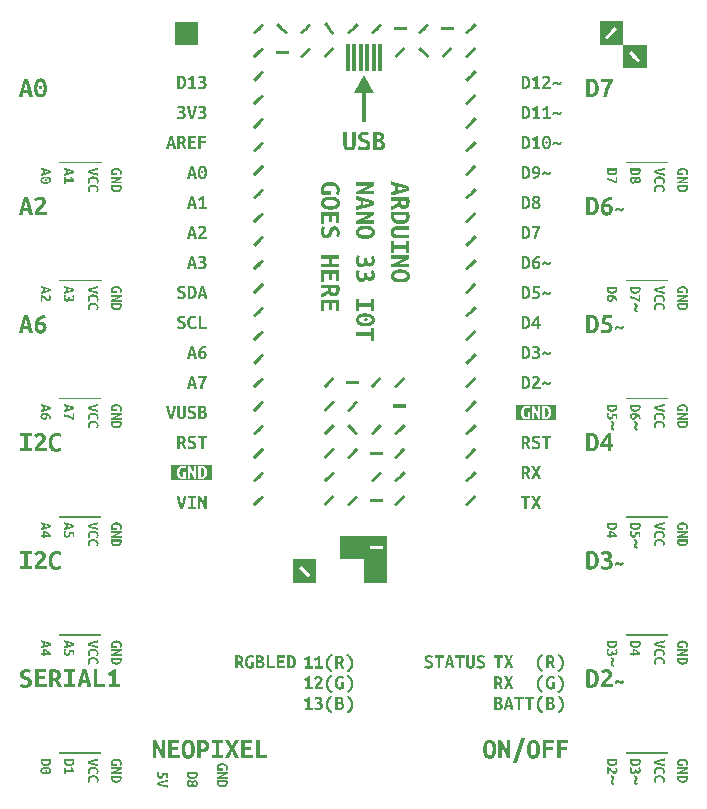
<source format=gbr>
G04 This is an RS-274x file exported by *
G04 gerbv version 2.6.0 *
G04 More information is available about gerbv at *
G04 http://gerbv.gpleda.org/ *
G04 --End of header info--*
%MOIN*%
%FSLAX34Y34*%
%IPPOS*%
G04 --Define apertures--*
%ADD10C,0.0139*%
G04 --Start main section--*
G54D10*
G36*
G01X0030611Y-054748D02*
G01X0030618Y-054748D01*
G01X0030624Y-054745D01*
G01X0030628Y-054741D01*
G01X0030632Y-054737D01*
G01X0030635Y-054731D01*
G01X0030635Y-054724D01*
G01X0030635Y-054718D01*
G01X0030632Y-054712D01*
G01X0030628Y-054708D01*
G01X0030624Y-054703D01*
G01X0030618Y-054701D01*
G01X0030611Y-054701D01*
G01X0029233Y-054701D01*
G01X0029227Y-054701D01*
G01X0029221Y-054703D01*
G01X0029217Y-054708D01*
G01X0029212Y-054712D01*
G01X0029210Y-054718D01*
G01X0029210Y-054724D01*
G01X0029210Y-054731D01*
G01X0029212Y-054737D01*
G01X0029217Y-054741D01*
G01X0029221Y-054745D01*
G01X0029227Y-054748D01*
G01X0029233Y-054748D01*
G01X0030611Y-054748D01*
G37*
G36*
G01X0049509Y-046874D02*
G01X0049515Y-046874D01*
G01X0049521Y-046871D01*
G01X0049526Y-046867D01*
G01X0049530Y-046863D01*
G01X0049533Y-046857D01*
G01X0049533Y-046850D01*
G01X0049533Y-046844D01*
G01X0049530Y-046838D01*
G01X0049526Y-046834D01*
G01X0049521Y-046830D01*
G01X0049515Y-046827D01*
G01X0049509Y-046827D01*
G01X0048131Y-046827D01*
G01X0048124Y-046827D01*
G01X0048118Y-046830D01*
G01X0048114Y-046834D01*
G01X0048110Y-046838D01*
G01X0048107Y-046844D01*
G01X0048107Y-046850D01*
G01X0048107Y-046857D01*
G01X0048110Y-046863D01*
G01X0048114Y-046867D01*
G01X0048118Y-046871D01*
G01X0048124Y-046874D01*
G01X0048131Y-046874D01*
G01X0049509Y-046874D01*
G37*
G36*
G01X0030611Y-035063D02*
G01X0030618Y-035063D01*
G01X0030624Y-035060D01*
G01X0030628Y-035056D01*
G01X0030632Y-035052D01*
G01X0030635Y-035046D01*
G01X0030635Y-035040D01*
G01X0030635Y-035033D01*
G01X0030632Y-035027D01*
G01X0030628Y-035023D01*
G01X0030624Y-035019D01*
G01X0030618Y-035016D01*
G01X0030611Y-035016D01*
G01X0029233Y-035016D01*
G01X0029227Y-035016D01*
G01X0029221Y-035019D01*
G01X0029217Y-035023D01*
G01X0029212Y-035027D01*
G01X0029210Y-035033D01*
G01X0029210Y-035040D01*
G01X0029210Y-035046D01*
G01X0029212Y-035052D01*
G01X0029217Y-035056D01*
G01X0029221Y-035060D01*
G01X0029227Y-035063D01*
G01X0029233Y-035063D01*
G01X0030611Y-035063D01*
G37*
G36*
G01X0030611Y-039000D02*
G01X0030618Y-039000D01*
G01X0030624Y-038997D01*
G01X0030628Y-038993D01*
G01X0030632Y-038989D01*
G01X0030635Y-038983D01*
G01X0030635Y-038976D01*
G01X0030635Y-038970D01*
G01X0030632Y-038964D01*
G01X0030628Y-038960D01*
G01X0030624Y-038955D01*
G01X0030618Y-038953D01*
G01X0030611Y-038953D01*
G01X0029233Y-038953D01*
G01X0029227Y-038953D01*
G01X0029221Y-038955D01*
G01X0029217Y-038960D01*
G01X0029212Y-038964D01*
G01X0029210Y-038970D01*
G01X0029210Y-038976D01*
G01X0029210Y-038983D01*
G01X0029212Y-038989D01*
G01X0029217Y-038993D01*
G01X0029221Y-038997D01*
G01X0029227Y-039000D01*
G01X0029233Y-039000D01*
G01X0030611Y-039000D01*
G37*
G36*
G01X0030611Y-042937D02*
G01X0030618Y-042937D01*
G01X0030624Y-042934D01*
G01X0030628Y-042930D01*
G01X0030632Y-042926D01*
G01X0030635Y-042920D01*
G01X0030635Y-042913D01*
G01X0030635Y-042907D01*
G01X0030632Y-042901D01*
G01X0030628Y-042897D01*
G01X0030624Y-042892D01*
G01X0030618Y-042890D01*
G01X0030611Y-042890D01*
G01X0029233Y-042890D01*
G01X0029227Y-042890D01*
G01X0029221Y-042892D01*
G01X0029217Y-042897D01*
G01X0029212Y-042901D01*
G01X0029210Y-042907D01*
G01X0029210Y-042913D01*
G01X0029210Y-042920D01*
G01X0029212Y-042926D01*
G01X0029217Y-042930D01*
G01X0029221Y-042934D01*
G01X0029227Y-042937D01*
G01X0029233Y-042937D01*
G01X0030611Y-042937D01*
G37*
G36*
G01X0030611Y-046874D02*
G01X0030618Y-046874D01*
G01X0030624Y-046871D01*
G01X0030628Y-046867D01*
G01X0030632Y-046863D01*
G01X0030635Y-046857D01*
G01X0030635Y-046850D01*
G01X0030635Y-046844D01*
G01X0030632Y-046838D01*
G01X0030628Y-046834D01*
G01X0030624Y-046830D01*
G01X0030618Y-046827D01*
G01X0030611Y-046827D01*
G01X0029233Y-046827D01*
G01X0029227Y-046827D01*
G01X0029221Y-046830D01*
G01X0029217Y-046834D01*
G01X0029212Y-046838D01*
G01X0029210Y-046844D01*
G01X0029210Y-046850D01*
G01X0029210Y-046857D01*
G01X0029212Y-046863D01*
G01X0029217Y-046867D01*
G01X0029221Y-046871D01*
G01X0029227Y-046874D01*
G01X0029233Y-046874D01*
G01X0030611Y-046874D01*
G37*
G36*
G01X0030611Y-050811D02*
G01X0030618Y-050811D01*
G01X0030624Y-050808D01*
G01X0030628Y-050804D01*
G01X0030632Y-050800D01*
G01X0030635Y-050794D01*
G01X0030635Y-050787D01*
G01X0030635Y-050781D01*
G01X0030632Y-050775D01*
G01X0030628Y-050771D01*
G01X0030624Y-050766D01*
G01X0030618Y-050764D01*
G01X0030611Y-050764D01*
G01X0029233Y-050764D01*
G01X0029227Y-050764D01*
G01X0029221Y-050766D01*
G01X0029217Y-050771D01*
G01X0029212Y-050775D01*
G01X0029210Y-050781D01*
G01X0029210Y-050787D01*
G01X0029210Y-050794D01*
G01X0029212Y-050800D01*
G01X0029217Y-050804D01*
G01X0029221Y-050808D01*
G01X0029227Y-050811D01*
G01X0029233Y-050811D01*
G01X0030611Y-050811D01*
G37*
G36*
G01X0049509Y-054748D02*
G01X0049515Y-054748D01*
G01X0049521Y-054745D01*
G01X0049526Y-054741D01*
G01X0049530Y-054737D01*
G01X0049533Y-054731D01*
G01X0049533Y-054724D01*
G01X0049533Y-054718D01*
G01X0049530Y-054712D01*
G01X0049526Y-054708D01*
G01X0049521Y-054703D01*
G01X0049515Y-054701D01*
G01X0049509Y-054701D01*
G01X0048131Y-054701D01*
G01X0048124Y-054701D01*
G01X0048118Y-054703D01*
G01X0048114Y-054708D01*
G01X0048110Y-054712D01*
G01X0048107Y-054718D01*
G01X0048107Y-054724D01*
G01X0048107Y-054731D01*
G01X0048110Y-054737D01*
G01X0048114Y-054741D01*
G01X0048118Y-054745D01*
G01X0048124Y-054748D01*
G01X0048131Y-054748D01*
G01X0049509Y-054748D01*
G37*
G36*
G01X0049509Y-050811D02*
G01X0049515Y-050811D01*
G01X0049521Y-050808D01*
G01X0049526Y-050804D01*
G01X0049530Y-050800D01*
G01X0049533Y-050794D01*
G01X0049533Y-050787D01*
G01X0049533Y-050781D01*
G01X0049530Y-050775D01*
G01X0049526Y-050771D01*
G01X0049521Y-050766D01*
G01X0049515Y-050764D01*
G01X0049509Y-050764D01*
G01X0048131Y-050764D01*
G01X0048124Y-050764D01*
G01X0048118Y-050766D01*
G01X0048114Y-050771D01*
G01X0048110Y-050775D01*
G01X0048107Y-050781D01*
G01X0048107Y-050787D01*
G01X0048107Y-050794D01*
G01X0048110Y-050800D01*
G01X0048114Y-050804D01*
G01X0048118Y-050808D01*
G01X0048124Y-050811D01*
G01X0048131Y-050811D01*
G01X0049509Y-050811D01*
G37*
G36*
G01X0049509Y-042937D02*
G01X0049515Y-042937D01*
G01X0049521Y-042934D01*
G01X0049526Y-042930D01*
G01X0049530Y-042926D01*
G01X0049533Y-042920D01*
G01X0049533Y-042913D01*
G01X0049533Y-042907D01*
G01X0049530Y-042901D01*
G01X0049526Y-042897D01*
G01X0049521Y-042892D01*
G01X0049515Y-042890D01*
G01X0049509Y-042890D01*
G01X0048131Y-042890D01*
G01X0048124Y-042890D01*
G01X0048118Y-042892D01*
G01X0048114Y-042897D01*
G01X0048110Y-042901D01*
G01X0048107Y-042907D01*
G01X0048107Y-042913D01*
G01X0048107Y-042920D01*
G01X0048110Y-042926D01*
G01X0048114Y-042930D01*
G01X0048118Y-042934D01*
G01X0048124Y-042937D01*
G01X0048131Y-042937D01*
G01X0049509Y-042937D01*
G37*
G36*
G01X0049509Y-039000D02*
G01X0049515Y-039000D01*
G01X0049521Y-038997D01*
G01X0049526Y-038993D01*
G01X0049530Y-038989D01*
G01X0049533Y-038983D01*
G01X0049533Y-038976D01*
G01X0049533Y-038970D01*
G01X0049530Y-038964D01*
G01X0049526Y-038960D01*
G01X0049521Y-038955D01*
G01X0049515Y-038953D01*
G01X0049509Y-038953D01*
G01X0048131Y-038953D01*
G01X0048124Y-038953D01*
G01X0048118Y-038955D01*
G01X0048114Y-038960D01*
G01X0048110Y-038964D01*
G01X0048107Y-038970D01*
G01X0048107Y-038976D01*
G01X0048107Y-038983D01*
G01X0048110Y-038989D01*
G01X0048114Y-038993D01*
G01X0048118Y-038997D01*
G01X0048124Y-039000D01*
G01X0048131Y-039000D01*
G01X0049509Y-039000D01*
G37*
G36*
G01X0049509Y-035063D02*
G01X0049515Y-035063D01*
G01X0049521Y-035060D01*
G01X0049526Y-035056D01*
G01X0049530Y-035052D01*
G01X0049533Y-035046D01*
G01X0049533Y-035040D01*
G01X0049533Y-035033D01*
G01X0049530Y-035027D01*
G01X0049526Y-035023D01*
G01X0049521Y-035019D01*
G01X0049515Y-035016D01*
G01X0049509Y-035016D01*
G01X0048131Y-035016D01*
G01X0048124Y-035016D01*
G01X0048118Y-035019D01*
G01X0048114Y-035023D01*
G01X0048110Y-035027D01*
G01X0048107Y-035033D01*
G01X0048107Y-035040D01*
G01X0048107Y-035046D01*
G01X0048110Y-035052D01*
G01X0048114Y-035056D01*
G01X0048118Y-035060D01*
G01X0048124Y-035063D01*
G01X0048131Y-035063D01*
G01X0049509Y-035063D01*
G37*
G36*
G01X0033456Y-032368D02*
G01X0033456Y-032348D01*
G01X0033455Y-032330D01*
G01X0033453Y-032314D01*
G01X0033450Y-032297D01*
G01X0033447Y-032282D01*
G01X0033442Y-032268D01*
G01X0033438Y-032255D01*
G01X0033432Y-032242D01*
G01X0033426Y-032231D01*
G01X0033420Y-032219D01*
G01X0033413Y-032209D01*
G01X0033405Y-032200D01*
G01X0033396Y-032191D01*
G01X0033387Y-032184D01*
G01X0033378Y-032177D01*
G01X0033368Y-032171D01*
G01X0033357Y-032165D01*
G01X0033345Y-032161D01*
G01X0033333Y-032157D01*
G01X0033321Y-032154D01*
G01X0033308Y-032152D01*
G01X0033295Y-032150D01*
G01X0033282Y-032149D01*
G01X0033268Y-032149D01*
G01X0033260Y-032149D01*
G01X0033253Y-032149D01*
G01X0033245Y-032149D01*
G01X0033237Y-032149D01*
G01X0033228Y-032150D01*
G01X0033220Y-032150D01*
G01X0033211Y-032151D01*
G01X0033202Y-032152D01*
G01X0033193Y-032154D01*
G01X0033184Y-032155D01*
G01X0033175Y-032157D01*
G01X0033165Y-032159D01*
G01X0033165Y-032578D01*
G01X0033173Y-032580D01*
G01X0033181Y-032582D01*
G01X0033189Y-032583D01*
G01X0033197Y-032584D01*
G01X0033205Y-032585D01*
G01X0033212Y-032586D01*
G01X0033219Y-032587D01*
G01X0033226Y-032588D01*
G01X0033234Y-032588D01*
G01X0033241Y-032589D01*
G01X0033249Y-032589D01*
G01X0033256Y-032589D01*
G01X0033271Y-032589D01*
G01X0033285Y-032588D01*
G01X0033299Y-032586D01*
G01X0033312Y-032584D01*
G01X0033325Y-032581D01*
G01X0033337Y-032577D01*
G01X0033349Y-032573D01*
G01X0033360Y-032567D01*
G01X0033371Y-032561D01*
G01X0033381Y-032555D01*
G01X0033391Y-032547D01*
G01X0033400Y-032538D01*
G01X0033409Y-032529D01*
G01X0033416Y-032519D01*
G01X0033423Y-032508D01*
G01X0033430Y-032496D01*
G01X0033436Y-032484D01*
G01X0033441Y-032470D01*
G01X0033446Y-032456D01*
G01X0033450Y-032440D01*
G01X0033452Y-032423D01*
G01X0033455Y-032406D01*
G01X0033456Y-032388D01*
G01X0033456Y-032368D01*
G37*
%LPC*%
G36*
G01X0033250Y-032514D02*
G01X0033250Y-032225D01*
G01X0033252Y-032224D01*
G01X0033254Y-032224D01*
G01X0033256Y-032224D01*
G01X0033258Y-032224D01*
G01X0033260Y-032223D01*
G01X0033263Y-032223D01*
G01X0033265Y-032223D01*
G01X0033267Y-032223D01*
G01X0033269Y-032223D01*
G01X0033272Y-032223D01*
G01X0033273Y-032223D01*
G01X0033275Y-032223D01*
G01X0033285Y-032223D01*
G01X0033294Y-032224D01*
G01X0033301Y-032226D01*
G01X0033309Y-032228D01*
G01X0033316Y-032231D01*
G01X0033322Y-032235D01*
G01X0033328Y-032239D01*
G01X0033333Y-032244D01*
G01X0033338Y-032249D01*
G01X0033343Y-032255D01*
G01X0033347Y-032261D01*
G01X0033350Y-032267D01*
G01X0033354Y-032274D01*
G01X0033357Y-032281D01*
G01X0033359Y-032289D01*
G01X0033362Y-032297D01*
G01X0033363Y-032305D01*
G01X0033365Y-032314D01*
G01X0033366Y-032323D01*
G01X0033367Y-032331D01*
G01X0033368Y-032340D01*
G01X0033369Y-032350D01*
G01X0033369Y-032359D01*
G01X0033369Y-032368D01*
G01X0033369Y-032379D01*
G01X0033369Y-032389D01*
G01X0033368Y-032399D01*
G01X0033367Y-032408D01*
G01X0033366Y-032418D01*
G01X0033364Y-032427D01*
G01X0033362Y-032436D01*
G01X0033360Y-032444D01*
G01X0033357Y-032452D01*
G01X0033354Y-032459D01*
G01X0033351Y-032466D01*
G01X0033347Y-032473D01*
G01X0033343Y-032479D01*
G01X0033338Y-032485D01*
G01X0033332Y-032490D01*
G01X0033327Y-032495D01*
G01X0033321Y-032500D01*
G01X0033315Y-032503D01*
G01X0033308Y-032507D01*
G01X0033301Y-032510D01*
G01X0033292Y-032512D01*
G01X0033284Y-032514D01*
G01X0033275Y-032515D01*
G01X0033266Y-032515D01*
G01X0033258Y-032515D01*
G01X0033256Y-032515D01*
G01X0033255Y-032514D01*
G01X0033254Y-032514D01*
G01X0033253Y-032514D01*
G01X0033251Y-032514D01*
G01X0033250Y-032514D01*
G37*
%LPD*%
G36*
G01X0033622Y-032513D02*
G01X0033532Y-032513D01*
G01X0033532Y-032583D01*
G01X0033793Y-032583D01*
G01X0033793Y-032513D01*
G01X0033708Y-032513D01*
G01X0033708Y-032153D01*
G01X0033650Y-032153D01*
G01X0033645Y-032158D01*
G01X0033641Y-032163D01*
G01X0033636Y-032167D01*
G01X0033631Y-032172D01*
G01X0033626Y-032176D01*
G01X0033620Y-032181D01*
G01X0033614Y-032185D01*
G01X0033608Y-032189D01*
G01X0033602Y-032193D01*
G01X0033596Y-032198D01*
G01X0033589Y-032202D01*
G01X0033583Y-032206D01*
G01X0033576Y-032209D01*
G01X0033570Y-032213D01*
G01X0033564Y-032217D01*
G01X0033557Y-032220D01*
G01X0033551Y-032224D01*
G01X0033544Y-032227D01*
G01X0033538Y-032230D01*
G01X0033531Y-032233D01*
G01X0033525Y-032236D01*
G01X0033519Y-032239D01*
G01X0033514Y-032241D01*
G01X0033508Y-032243D01*
G01X0033536Y-032314D01*
G01X0033541Y-032312D01*
G01X0033548Y-032309D01*
G01X0033555Y-032306D01*
G01X0033562Y-032304D01*
G01X0033570Y-032300D01*
G01X0033578Y-032297D01*
G01X0033586Y-032293D01*
G01X0033594Y-032289D01*
G01X0033602Y-032285D01*
G01X0033609Y-032281D01*
G01X0033616Y-032277D01*
G01X0033622Y-032272D01*
G01X0033622Y-032513D01*
G37*
G36*
G01X0033970Y-032592D02*
G01X0033984Y-032592D01*
G01X0033997Y-032592D01*
G01X0034010Y-032590D01*
G01X0034022Y-032588D01*
G01X0034034Y-032586D01*
G01X0034044Y-032582D01*
G01X0034054Y-032579D01*
G01X0034064Y-032575D01*
G01X0034073Y-032570D01*
G01X0034081Y-032565D01*
G01X0034089Y-032560D01*
G01X0034096Y-032554D01*
G01X0034102Y-032548D01*
G01X0034108Y-032541D01*
G01X0034113Y-032534D01*
G01X0034118Y-032527D01*
G01X0034122Y-032519D01*
G01X0034125Y-032510D01*
G01X0034129Y-032502D01*
G01X0034131Y-032493D01*
G01X0034133Y-032484D01*
G01X0034134Y-032475D01*
G01X0034135Y-032466D01*
G01X0034135Y-032456D01*
G01X0034135Y-032443D01*
G01X0034134Y-032431D01*
G01X0034130Y-032421D01*
G01X0034127Y-032410D01*
G01X0034123Y-032400D01*
G01X0034117Y-032391D01*
G01X0034111Y-032382D01*
G01X0034103Y-032374D01*
G01X0034095Y-032367D01*
G01X0034086Y-032360D01*
G01X0034076Y-032354D01*
G01X0034065Y-032350D01*
G01X0034073Y-032346D01*
G01X0034080Y-032341D01*
G01X0034087Y-032335D01*
G01X0034093Y-032329D01*
G01X0034099Y-032322D01*
G01X0034104Y-032314D01*
G01X0034109Y-032306D01*
G01X0034112Y-032298D01*
G01X0034115Y-032290D01*
G01X0034117Y-032282D01*
G01X0034118Y-032273D01*
G01X0034118Y-032265D01*
G01X0034118Y-032256D01*
G01X0034118Y-032248D01*
G01X0034116Y-032240D01*
G01X0034115Y-032232D01*
G01X0034113Y-032224D01*
G01X0034110Y-032217D01*
G01X0034107Y-032209D01*
G01X0034104Y-032202D01*
G01X0034099Y-032196D01*
G01X0034095Y-032189D01*
G01X0034090Y-032184D01*
G01X0034084Y-032178D01*
G01X0034079Y-032173D01*
G01X0034072Y-032168D01*
G01X0034065Y-032164D01*
G01X0034057Y-032159D01*
G01X0034049Y-032156D01*
G01X0034040Y-032153D01*
G01X0034031Y-032150D01*
G01X0034022Y-032147D01*
G01X0034011Y-032146D01*
G01X0034001Y-032144D01*
G01X0033990Y-032144D01*
G01X0033978Y-032144D01*
G01X0033965Y-032144D01*
G01X0033952Y-032145D01*
G01X0033941Y-032147D01*
G01X0033929Y-032149D01*
G01X0033918Y-032152D01*
G01X0033908Y-032156D01*
G01X0033897Y-032161D01*
G01X0033888Y-032165D01*
G01X0033880Y-032169D01*
G01X0033871Y-032174D01*
G01X0033864Y-032178D01*
G01X0033858Y-032182D01*
G01X0033889Y-032244D01*
G01X0033894Y-032240D01*
G01X0033901Y-032237D01*
G01X0033908Y-032234D01*
G01X0033915Y-032230D01*
G01X0033922Y-032227D01*
G01X0033930Y-032225D01*
G01X0033938Y-032222D01*
G01X0033946Y-032220D01*
G01X0033954Y-032219D01*
G01X0033962Y-032217D01*
G01X0033970Y-032217D01*
G01X0033978Y-032217D01*
G01X0033986Y-032217D01*
G01X0033994Y-032218D01*
G01X0034000Y-032220D01*
G01X0034007Y-032222D01*
G01X0034013Y-032226D01*
G01X0034017Y-032230D01*
G01X0034022Y-032235D01*
G01X0034026Y-032240D01*
G01X0034028Y-032246D01*
G01X0034030Y-032252D01*
G01X0034031Y-032260D01*
G01X0034031Y-032267D01*
G01X0034031Y-032273D01*
G01X0034031Y-032278D01*
G01X0034030Y-032282D01*
G01X0034029Y-032286D01*
G01X0034027Y-032290D01*
G01X0034025Y-032294D01*
G01X0034023Y-032297D01*
G01X0034020Y-032300D01*
G01X0034017Y-032303D01*
G01X0034015Y-032306D01*
G01X0034011Y-032308D01*
G01X0034008Y-032311D01*
G01X0034005Y-032313D01*
G01X0034001Y-032314D01*
G01X0033997Y-032316D01*
G01X0033993Y-032317D01*
G01X0033989Y-032319D01*
G01X0033984Y-032320D01*
G01X0033980Y-032320D01*
G01X0033976Y-032321D01*
G01X0033971Y-032321D01*
G01X0033967Y-032322D01*
G01X0033962Y-032322D01*
G01X0033958Y-032322D01*
G01X0033926Y-032322D01*
G01X0033926Y-032393D01*
G01X0033952Y-032393D01*
G01X0033966Y-032393D01*
G01X0033979Y-032394D01*
G01X0033990Y-032396D01*
G01X0034002Y-032399D01*
G01X0034012Y-032402D01*
G01X0034021Y-032407D01*
G01X0034030Y-032411D01*
G01X0034037Y-032417D01*
G01X0034041Y-032425D01*
G01X0034046Y-032433D01*
G01X0034048Y-032443D01*
G01X0034048Y-032454D01*
G01X0034048Y-032463D01*
G01X0034047Y-032472D01*
G01X0034044Y-032480D01*
G01X0034041Y-032487D01*
G01X0034036Y-032494D01*
G01X0034030Y-032501D01*
G01X0034025Y-032507D01*
G01X0034016Y-032512D01*
G01X0034006Y-032515D01*
G01X0033996Y-032518D01*
G01X0033984Y-032519D01*
G01X0033969Y-032519D01*
G01X0033957Y-032519D01*
G01X0033946Y-032519D01*
G01X0033936Y-032517D01*
G01X0033926Y-032516D01*
G01X0033917Y-032514D01*
G01X0033908Y-032512D01*
G01X0033900Y-032509D01*
G01X0033892Y-032507D01*
G01X0033885Y-032504D01*
G01X0033878Y-032502D01*
G01X0033872Y-032500D01*
G01X0033867Y-032497D01*
G01X0033850Y-032569D01*
G01X0033853Y-032570D01*
G01X0033856Y-032571D01*
G01X0033860Y-032572D01*
G01X0033863Y-032574D01*
G01X0033867Y-032575D01*
G01X0033872Y-032576D01*
G01X0033876Y-032578D01*
G01X0033881Y-032579D01*
G01X0033886Y-032580D01*
G01X0033891Y-032582D01*
G01X0033897Y-032583D01*
G01X0033902Y-032584D01*
G01X0033908Y-032585D01*
G01X0033913Y-032586D01*
G01X0033919Y-032587D01*
G01X0033924Y-032588D01*
G01X0033930Y-032589D01*
G01X0033936Y-032590D01*
G01X0033942Y-032591D01*
G01X0033948Y-032591D01*
G01X0033953Y-032592D01*
G01X0033959Y-032592D01*
G01X0033964Y-032592D01*
G01X0033970Y-032592D01*
G37*
G36*
G01X0028607Y-035409D02*
G01X0028607Y-035483D01*
G01X0028640Y-035475D01*
G01X0028672Y-035467D01*
G01X0028702Y-035459D01*
G01X0028733Y-035452D01*
G01X0028762Y-035444D01*
G01X0028791Y-035436D01*
G01X0028819Y-035428D01*
G01X0028846Y-035420D01*
G01X0028873Y-035411D01*
G01X0028900Y-035403D01*
G01X0028926Y-035395D01*
G01X0028951Y-035387D01*
G01X0028951Y-035313D01*
G01X0028926Y-035305D01*
G01X0028900Y-035297D01*
G01X0028874Y-035289D01*
G01X0028847Y-035281D01*
G01X0028820Y-035273D01*
G01X0028792Y-035264D01*
G01X0028764Y-035256D01*
G01X0028735Y-035248D01*
G01X0028704Y-035239D01*
G01X0028673Y-035231D01*
G01X0028641Y-035223D01*
G01X0028607Y-035215D01*
G01X0028607Y-035286D01*
G01X0028686Y-035302D01*
G01X0028686Y-035393D01*
G01X0028607Y-035409D01*
G37*
%LPC*%
G36*
G01X0028884Y-035348D02*
G01X0028878Y-035350D01*
G01X0028871Y-035352D01*
G01X0028865Y-035353D01*
G01X0028859Y-035355D01*
G01X0028853Y-035357D01*
G01X0028847Y-035358D01*
G01X0028841Y-035360D01*
G01X0028836Y-035362D01*
G01X0028830Y-035363D01*
G01X0028824Y-035365D01*
G01X0028818Y-035366D01*
G01X0028813Y-035367D01*
G01X0028807Y-035369D01*
G01X0028801Y-035370D01*
G01X0028796Y-035371D01*
G01X0028790Y-035372D01*
G01X0028784Y-035374D01*
G01X0028779Y-035375D01*
G01X0028773Y-035376D01*
G01X0028767Y-035377D01*
G01X0028761Y-035378D01*
G01X0028755Y-035379D01*
G01X0028749Y-035380D01*
G01X0028743Y-035381D01*
G01X0028743Y-035314D01*
G01X0028749Y-035315D01*
G01X0028755Y-035316D01*
G01X0028761Y-035318D01*
G01X0028767Y-035319D01*
G01X0028773Y-035320D01*
G01X0028779Y-035321D01*
G01X0028784Y-035322D01*
G01X0028790Y-035324D01*
G01X0028796Y-035325D01*
G01X0028801Y-035326D01*
G01X0028807Y-035328D01*
G01X0028813Y-035329D01*
G01X0028818Y-035330D01*
G01X0028824Y-035332D01*
G01X0028830Y-035333D01*
G01X0028836Y-035335D01*
G01X0028841Y-035336D01*
G01X0028847Y-035338D01*
G01X0028853Y-035339D01*
G01X0028859Y-035341D01*
G01X0028865Y-035343D01*
G01X0028871Y-035344D01*
G01X0028878Y-035346D01*
G01X0028884Y-035348D01*
G37*
%LPD*%
G36*
G01X0028780Y-035746D02*
G01X0028810Y-035746D01*
G01X0028836Y-035743D01*
G01X0028859Y-035738D01*
G01X0028881Y-035733D01*
G01X0028900Y-035725D01*
G01X0028915Y-035715D01*
G01X0028929Y-035705D01*
G01X0028940Y-035693D01*
G01X0028948Y-035678D01*
G01X0028955Y-035663D01*
G01X0028959Y-035646D01*
G01X0028959Y-035627D01*
G01X0028959Y-035607D01*
G01X0028955Y-035590D01*
G01X0028947Y-035576D01*
G01X0028940Y-035561D01*
G01X0028929Y-035548D01*
G01X0028914Y-035538D01*
G01X0028899Y-035528D01*
G01X0028881Y-035520D01*
G01X0028858Y-035515D01*
G01X0028836Y-035510D01*
G01X0028810Y-035507D01*
G01X0028780Y-035507D01*
G01X0028749Y-035507D01*
G01X0028723Y-035509D01*
G01X0028700Y-035515D01*
G01X0028678Y-035520D01*
G01X0028659Y-035527D01*
G01X0028644Y-035537D01*
G01X0028629Y-035548D01*
G01X0028618Y-035560D01*
G01X0028611Y-035575D01*
G01X0028603Y-035590D01*
G01X0028600Y-035607D01*
G01X0028600Y-035627D01*
G01X0028600Y-035646D01*
G01X0028603Y-035663D01*
G01X0028611Y-035678D01*
G01X0028618Y-035693D01*
G01X0028629Y-035705D01*
G01X0028644Y-035715D01*
G01X0028659Y-035725D01*
G01X0028678Y-035733D01*
G01X0028700Y-035738D01*
G01X0028723Y-035743D01*
G01X0028749Y-035746D01*
G01X0028780Y-035746D01*
G37*
%LPC*%
G36*
G01X0028780Y-035684D02*
G01X0028760Y-035684D01*
G01X0028743Y-035683D01*
G01X0028727Y-035681D01*
G01X0028712Y-035678D01*
G01X0028700Y-035674D01*
G01X0028689Y-035669D01*
G01X0028679Y-035664D01*
G01X0028671Y-035658D01*
G01X0028666Y-035651D01*
G01X0028661Y-035644D01*
G01X0028659Y-035636D01*
G01X0028659Y-035627D01*
G01X0028659Y-035617D01*
G01X0028661Y-035609D01*
G01X0028666Y-035602D01*
G01X0028671Y-035595D01*
G01X0028679Y-035589D01*
G01X0028689Y-035584D01*
G01X0028700Y-035579D01*
G01X0028712Y-035575D01*
G01X0028727Y-035572D01*
G01X0028743Y-035570D01*
G01X0028760Y-035569D01*
G01X0028780Y-035569D01*
G01X0028799Y-035569D01*
G01X0028817Y-035570D01*
G01X0028832Y-035572D01*
G01X0028847Y-035575D01*
G01X0028859Y-035579D01*
G01X0028870Y-035584D01*
G01X0028880Y-035589D01*
G01X0028888Y-035595D01*
G01X0028893Y-035602D01*
G01X0028898Y-035609D01*
G01X0028900Y-035617D01*
G01X0028900Y-035627D01*
G01X0028900Y-035636D01*
G01X0028898Y-035644D01*
G01X0028893Y-035651D01*
G01X0028888Y-035658D01*
G01X0028880Y-035664D01*
G01X0028870Y-035669D01*
G01X0028859Y-035674D01*
G01X0028847Y-035678D01*
G01X0028832Y-035681D01*
G01X0028817Y-035683D01*
G01X0028799Y-035684D01*
G01X0028780Y-035684D01*
G37*
%LPD*%
G36*
G01X0028785Y-035657D02*
G01X0028790Y-035657D01*
G01X0028795Y-035657D01*
G01X0028799Y-035655D01*
G01X0028804Y-035654D01*
G01X0028808Y-035652D01*
G01X0028811Y-035649D01*
G01X0028815Y-035646D01*
G01X0028818Y-035643D01*
G01X0028820Y-035639D01*
G01X0028822Y-035635D01*
G01X0028823Y-035631D01*
G01X0028823Y-035627D01*
G01X0028823Y-035622D01*
G01X0028822Y-035618D01*
G01X0028820Y-035614D01*
G01X0028818Y-035610D01*
G01X0028815Y-035607D01*
G01X0028811Y-035604D01*
G01X0028808Y-035601D01*
G01X0028804Y-035599D01*
G01X0028799Y-035598D01*
G01X0028795Y-035597D01*
G01X0028790Y-035596D01*
G01X0028785Y-035596D01*
G01X0028780Y-035596D01*
G01X0028776Y-035597D01*
G01X0028771Y-035598D01*
G01X0028767Y-035599D01*
G01X0028763Y-035601D01*
G01X0028759Y-035604D01*
G01X0028756Y-035607D01*
G01X0028753Y-035610D01*
G01X0028751Y-035614D01*
G01X0028750Y-035618D01*
G01X0028749Y-035622D01*
G01X0028749Y-035627D01*
G01X0028749Y-035631D01*
G01X0028750Y-035635D01*
G01X0028751Y-035639D01*
G01X0028753Y-035643D01*
G01X0028756Y-035646D01*
G01X0028759Y-035649D01*
G01X0028763Y-035652D01*
G01X0028767Y-035654D01*
G01X0028771Y-035655D01*
G01X0028776Y-035657D01*
G01X0028780Y-035657D01*
G01X0028785Y-035657D01*
G37*
G36*
G01X0028221Y-032854D02*
G01X0028350Y-032854D01*
G01X0028336Y-032797D01*
G01X0028323Y-032741D01*
G01X0028309Y-032688D01*
G01X0028295Y-032634D01*
G01X0028282Y-032582D01*
G01X0028268Y-032533D01*
G01X0028253Y-032484D01*
G01X0028239Y-032436D01*
G01X0028225Y-032389D01*
G01X0028211Y-032342D01*
G01X0028197Y-032297D01*
G01X0028182Y-032252D01*
G01X0028052Y-032252D01*
G01X0028039Y-032296D01*
G01X0028025Y-032341D01*
G01X0028011Y-032388D01*
G01X0027996Y-032434D01*
G01X0027982Y-032481D01*
G01X0027968Y-032530D01*
G01X0027953Y-032579D01*
G01X0027938Y-032630D01*
G01X0027924Y-032684D01*
G01X0027910Y-032738D01*
G01X0027895Y-032795D01*
G01X0027881Y-032854D01*
G01X0028006Y-032854D01*
G01X0028033Y-032715D01*
G01X0028193Y-032715D01*
G01X0028221Y-032854D01*
G37*
%LPC*%
G36*
G01X0028114Y-032369D02*
G01X0028118Y-032381D01*
G01X0028121Y-032392D01*
G01X0028124Y-032402D01*
G01X0028127Y-032413D01*
G01X0028130Y-032424D01*
G01X0028132Y-032434D01*
G01X0028135Y-032444D01*
G01X0028138Y-032454D01*
G01X0028140Y-032464D01*
G01X0028143Y-032474D01*
G01X0028145Y-032484D01*
G01X0028148Y-032494D01*
G01X0028150Y-032504D01*
G01X0028153Y-032514D01*
G01X0028155Y-032524D01*
G01X0028157Y-032534D01*
G01X0028159Y-032544D01*
G01X0028161Y-032554D01*
G01X0028163Y-032564D01*
G01X0028165Y-032574D01*
G01X0028167Y-032585D01*
G01X0028169Y-032595D01*
G01X0028171Y-032605D01*
G01X0028173Y-032616D01*
G01X0028055Y-032616D01*
G01X0028057Y-032605D01*
G01X0028059Y-032595D01*
G01X0028061Y-032585D01*
G01X0028063Y-032574D01*
G01X0028065Y-032564D01*
G01X0028067Y-032554D01*
G01X0028069Y-032544D01*
G01X0028071Y-032534D01*
G01X0028074Y-032524D01*
G01X0028076Y-032514D01*
G01X0028078Y-032504D01*
G01X0028081Y-032494D01*
G01X0028083Y-032484D01*
G01X0028086Y-032474D01*
G01X0028088Y-032464D01*
G01X0028091Y-032454D01*
G01X0028093Y-032444D01*
G01X0028096Y-032434D01*
G01X0028099Y-032424D01*
G01X0028102Y-032413D01*
G01X0028105Y-032402D01*
G01X0028108Y-032392D01*
G01X0028111Y-032381D01*
G01X0028114Y-032369D01*
G37*
%LPD*%
G36*
G01X0028810Y-032552D02*
G01X0028810Y-032499D01*
G01X0028806Y-032453D01*
G01X0028797Y-032414D01*
G01X0028788Y-032375D01*
G01X0028775Y-032342D01*
G01X0028757Y-032316D01*
G01X0028739Y-032290D01*
G01X0028717Y-032271D01*
G01X0028691Y-032258D01*
G01X0028665Y-032245D01*
G01X0028635Y-032239D01*
G01X0028601Y-032239D01*
G01X0028568Y-032239D01*
G01X0028538Y-032245D01*
G01X0028513Y-032258D01*
G01X0028487Y-032271D01*
G01X0028465Y-032291D01*
G01X0028447Y-032317D01*
G01X0028428Y-032343D01*
G01X0028415Y-032375D01*
G01X0028406Y-032414D01*
G01X0028397Y-032454D01*
G01X0028392Y-032499D01*
G01X0028392Y-032552D01*
G01X0028392Y-032605D01*
G01X0028397Y-032651D01*
G01X0028406Y-032691D01*
G01X0028415Y-032730D01*
G01X0028428Y-032763D01*
G01X0028446Y-032789D01*
G01X0028464Y-032815D01*
G01X0028485Y-032835D01*
G01X0028511Y-032848D01*
G01X0028537Y-032861D01*
G01X0028567Y-032867D01*
G01X0028601Y-032867D01*
G01X0028635Y-032867D01*
G01X0028665Y-032861D01*
G01X0028691Y-032848D01*
G01X0028717Y-032835D01*
G01X0028739Y-032815D01*
G01X0028757Y-032789D01*
G01X0028775Y-032763D01*
G01X0028788Y-032730D01*
G01X0028797Y-032691D01*
G01X0028806Y-032651D01*
G01X0028810Y-032605D01*
G01X0028810Y-032552D01*
G37*
%LPC*%
G36*
G01X0028702Y-032552D02*
G01X0028702Y-032587D01*
G01X0028700Y-032617D01*
G01X0028696Y-032644D01*
G01X0028692Y-032670D01*
G01X0028685Y-032692D01*
G01X0028677Y-032710D01*
G01X0028668Y-032728D01*
G01X0028658Y-032742D01*
G01X0028645Y-032751D01*
G01X0028632Y-032760D01*
G01X0028618Y-032764D01*
G01X0028601Y-032764D01*
G01X0028585Y-032764D01*
G01X0028571Y-032760D01*
G01X0028558Y-032751D01*
G01X0028546Y-032742D01*
G01X0028535Y-032728D01*
G01X0028526Y-032710D01*
G01X0028518Y-032692D01*
G01X0028511Y-032670D01*
G01X0028507Y-032644D01*
G01X0028502Y-032617D01*
G01X0028500Y-032587D01*
G01X0028500Y-032552D01*
G01X0028500Y-032518D01*
G01X0028502Y-032487D01*
G01X0028507Y-032461D01*
G01X0028511Y-032435D01*
G01X0028518Y-032413D01*
G01X0028526Y-032395D01*
G01X0028535Y-032377D01*
G01X0028546Y-032364D01*
G01X0028558Y-032355D01*
G01X0028571Y-032346D01*
G01X0028585Y-032341D01*
G01X0028601Y-032341D01*
G01X0028618Y-032341D01*
G01X0028632Y-032346D01*
G01X0028645Y-032355D01*
G01X0028658Y-032364D01*
G01X0028668Y-032377D01*
G01X0028677Y-032395D01*
G01X0028685Y-032413D01*
G01X0028692Y-032435D01*
G01X0028696Y-032461D01*
G01X0028700Y-032487D01*
G01X0028702Y-032518D01*
G01X0028702Y-032552D01*
G37*
%LPD*%
G36*
G01X0028656Y-032542D02*
G01X0028656Y-032534D01*
G01X0028655Y-032525D01*
G01X0028652Y-032518D01*
G01X0028649Y-032510D01*
G01X0028646Y-032503D01*
G01X0028641Y-032497D01*
G01X0028636Y-032490D01*
G01X0028630Y-032485D01*
G01X0028624Y-032482D01*
G01X0028617Y-032479D01*
G01X0028610Y-032477D01*
G01X0028602Y-032477D01*
G01X0028594Y-032477D01*
G01X0028586Y-032479D01*
G01X0028580Y-032482D01*
G01X0028573Y-032485D01*
G01X0028567Y-032490D01*
G01X0028562Y-032497D01*
G01X0028558Y-032503D01*
G01X0028554Y-032510D01*
G01X0028551Y-032518D01*
G01X0028549Y-032525D01*
G01X0028548Y-032534D01*
G01X0028548Y-032542D01*
G01X0028548Y-032551D01*
G01X0028549Y-032559D01*
G01X0028551Y-032567D01*
G01X0028554Y-032574D01*
G01X0028558Y-032581D01*
G01X0028562Y-032587D01*
G01X0028567Y-032594D01*
G01X0028573Y-032598D01*
G01X0028580Y-032602D01*
G01X0028586Y-032605D01*
G01X0028594Y-032606D01*
G01X0028602Y-032606D01*
G01X0028610Y-032606D01*
G01X0028617Y-032605D01*
G01X0028624Y-032602D01*
G01X0028630Y-032598D01*
G01X0028636Y-032594D01*
G01X0028641Y-032587D01*
G01X0028646Y-032581D01*
G01X0028649Y-032574D01*
G01X0028652Y-032567D01*
G01X0028655Y-032559D01*
G01X0028656Y-032551D01*
G01X0028656Y-032542D01*
G37*
G36*
G01X0028221Y-036791D02*
G01X0028350Y-036791D01*
G01X0028336Y-036734D01*
G01X0028323Y-036678D01*
G01X0028309Y-036625D01*
G01X0028295Y-036571D01*
G01X0028282Y-036520D01*
G01X0028268Y-036470D01*
G01X0028253Y-036421D01*
G01X0028239Y-036373D01*
G01X0028225Y-036326D01*
G01X0028211Y-036279D01*
G01X0028197Y-036234D01*
G01X0028182Y-036190D01*
G01X0028052Y-036190D01*
G01X0028039Y-036233D01*
G01X0028025Y-036278D01*
G01X0028011Y-036325D01*
G01X0027996Y-036371D01*
G01X0027982Y-036418D01*
G01X0027968Y-036467D01*
G01X0027953Y-036516D01*
G01X0027938Y-036567D01*
G01X0027924Y-036621D01*
G01X0027910Y-036675D01*
G01X0027895Y-036732D01*
G01X0027881Y-036791D01*
G01X0028006Y-036791D01*
G01X0028033Y-036652D01*
G01X0028193Y-036652D01*
G01X0028221Y-036791D01*
G37*
%LPC*%
G36*
G01X0028114Y-036306D02*
G01X0028118Y-036318D01*
G01X0028121Y-036329D01*
G01X0028124Y-036339D01*
G01X0028127Y-036350D01*
G01X0028130Y-036361D01*
G01X0028132Y-036371D01*
G01X0028135Y-036381D01*
G01X0028138Y-036391D01*
G01X0028140Y-036401D01*
G01X0028143Y-036411D01*
G01X0028145Y-036421D01*
G01X0028148Y-036431D01*
G01X0028150Y-036441D01*
G01X0028153Y-036451D01*
G01X0028155Y-036461D01*
G01X0028157Y-036471D01*
G01X0028159Y-036481D01*
G01X0028161Y-036491D01*
G01X0028163Y-036501D01*
G01X0028165Y-036511D01*
G01X0028167Y-036522D01*
G01X0028169Y-036532D01*
G01X0028171Y-036542D01*
G01X0028173Y-036553D01*
G01X0028055Y-036553D01*
G01X0028057Y-036542D01*
G01X0028059Y-036532D01*
G01X0028061Y-036522D01*
G01X0028063Y-036511D01*
G01X0028065Y-036501D01*
G01X0028067Y-036491D01*
G01X0028069Y-036481D01*
G01X0028071Y-036471D01*
G01X0028074Y-036461D01*
G01X0028076Y-036451D01*
G01X0028078Y-036441D01*
G01X0028081Y-036431D01*
G01X0028083Y-036421D01*
G01X0028086Y-036411D01*
G01X0028088Y-036401D01*
G01X0028091Y-036391D01*
G01X0028093Y-036381D01*
G01X0028096Y-036371D01*
G01X0028099Y-036361D01*
G01X0028102Y-036350D01*
G01X0028105Y-036339D01*
G01X0028108Y-036329D01*
G01X0028111Y-036318D01*
G01X0028114Y-036306D01*
G37*
%LPD*%
G36*
G01X0028780Y-036348D02*
G01X0028780Y-036334D01*
G01X0028779Y-036320D01*
G01X0028776Y-036308D01*
G01X0028774Y-036295D01*
G01X0028770Y-036283D01*
G01X0028765Y-036273D01*
G01X0028760Y-036262D01*
G01X0028753Y-036252D01*
G01X0028747Y-036243D01*
G01X0028740Y-036234D01*
G01X0028732Y-036226D01*
G01X0028723Y-036219D01*
G01X0028714Y-036212D01*
G01X0028705Y-036205D01*
G01X0028695Y-036200D01*
G01X0028685Y-036195D01*
G01X0028674Y-036190D01*
G01X0028663Y-036187D01*
G01X0028651Y-036183D01*
G01X0028640Y-036181D01*
G01X0028628Y-036179D01*
G01X0028616Y-036177D01*
G01X0028604Y-036176D01*
G01X0028592Y-036176D01*
G01X0028575Y-036176D01*
G01X0028558Y-036178D01*
G01X0028541Y-036181D01*
G01X0028524Y-036184D01*
G01X0028507Y-036189D01*
G01X0028490Y-036195D01*
G01X0028473Y-036202D01*
G01X0028457Y-036210D01*
G01X0028442Y-036220D01*
G01X0028427Y-036230D01*
G01X0028413Y-036242D01*
G01X0028400Y-036256D01*
G01X0028459Y-036339D01*
G01X0028469Y-036329D01*
G01X0028480Y-036320D01*
G01X0028490Y-036312D01*
G01X0028500Y-036304D01*
G01X0028510Y-036298D01*
G01X0028521Y-036294D01*
G01X0028531Y-036289D01*
G01X0028541Y-036286D01*
G01X0028551Y-036283D01*
G01X0028561Y-036281D01*
G01X0028571Y-036280D01*
G01X0028580Y-036280D01*
G01X0028591Y-036280D01*
G01X0028602Y-036282D01*
G01X0028611Y-036285D01*
G01X0028620Y-036288D01*
G01X0028629Y-036293D01*
G01X0028637Y-036300D01*
G01X0028644Y-036306D01*
G01X0028649Y-036315D01*
G01X0028653Y-036324D01*
G01X0028657Y-036334D01*
G01X0028659Y-036345D01*
G01X0028659Y-036357D01*
G01X0028659Y-036366D01*
G01X0028657Y-036374D01*
G01X0028654Y-036383D01*
G01X0028651Y-036391D01*
G01X0028647Y-036400D01*
G01X0028641Y-036409D01*
G01X0028635Y-036417D01*
G01X0028628Y-036426D01*
G01X0028620Y-036434D01*
G01X0028613Y-036443D01*
G01X0028604Y-036452D01*
G01X0028595Y-036461D01*
G01X0028586Y-036470D01*
G01X0028576Y-036479D01*
G01X0028566Y-036489D01*
G01X0028556Y-036498D01*
G01X0028546Y-036508D01*
G01X0028536Y-036518D01*
G01X0028525Y-036528D01*
G01X0028515Y-036538D01*
G01X0028505Y-036549D01*
G01X0028495Y-036559D01*
G01X0028486Y-036570D01*
G01X0028476Y-036582D01*
G01X0028467Y-036593D01*
G01X0028459Y-036605D01*
G01X0028451Y-036618D01*
G01X0028444Y-036631D01*
G01X0028437Y-036644D01*
G01X0028431Y-036657D01*
G01X0028425Y-036671D01*
G01X0028420Y-036685D01*
G01X0028417Y-036700D01*
G01X0028414Y-036715D01*
G01X0028413Y-036730D01*
G01X0028413Y-036747D01*
G01X0028413Y-036749D01*
G01X0028413Y-036751D01*
G01X0028413Y-036755D01*
G01X0028413Y-036758D01*
G01X0028413Y-036762D01*
G01X0028412Y-036767D01*
G01X0028412Y-036772D01*
G01X0028412Y-036776D01*
G01X0028413Y-036780D01*
G01X0028413Y-036785D01*
G01X0028414Y-036788D01*
G01X0028415Y-036791D01*
G01X0028807Y-036791D01*
G01X0028807Y-036692D01*
G01X0028549Y-036692D01*
G01X0028549Y-036687D01*
G01X0028550Y-036682D01*
G01X0028551Y-036677D01*
G01X0028553Y-036671D01*
G01X0028556Y-036666D01*
G01X0028559Y-036660D01*
G01X0028562Y-036654D01*
G01X0028566Y-036648D01*
G01X0028570Y-036643D01*
G01X0028575Y-036637D01*
G01X0028579Y-036631D01*
G01X0028584Y-036626D01*
G01X0028589Y-036620D01*
G01X0028594Y-036614D01*
G01X0028599Y-036609D01*
G01X0028604Y-036603D01*
G01X0028610Y-036598D01*
G01X0028615Y-036593D01*
G01X0028621Y-036587D01*
G01X0028626Y-036582D01*
G01X0028631Y-036578D01*
G01X0028635Y-036573D01*
G01X0028640Y-036569D01*
G01X0028644Y-036565D01*
G01X0028653Y-036557D01*
G01X0028661Y-036549D01*
G01X0028669Y-036541D01*
G01X0028677Y-036533D01*
G01X0028686Y-036525D01*
G01X0028694Y-036516D01*
G01X0028702Y-036508D01*
G01X0028710Y-036499D01*
G01X0028717Y-036490D01*
G01X0028724Y-036482D01*
G01X0028731Y-036473D01*
G01X0028737Y-036464D01*
G01X0028744Y-036455D01*
G01X0028750Y-036445D01*
G01X0028755Y-036436D01*
G01X0028760Y-036427D01*
G01X0028765Y-036418D01*
G01X0028769Y-036408D01*
G01X0028773Y-036398D01*
G01X0028775Y-036389D01*
G01X0028777Y-036379D01*
G01X0028779Y-036369D01*
G01X0028780Y-036358D01*
G01X0028780Y-036348D01*
G37*
G36*
G01X0028221Y-040728D02*
G01X0028350Y-040728D01*
G01X0028336Y-040671D01*
G01X0028323Y-040615D01*
G01X0028309Y-040562D01*
G01X0028295Y-040508D01*
G01X0028282Y-040457D01*
G01X0028268Y-040407D01*
G01X0028253Y-040358D01*
G01X0028239Y-040310D01*
G01X0028225Y-040263D01*
G01X0028211Y-040216D01*
G01X0028197Y-040171D01*
G01X0028182Y-040127D01*
G01X0028052Y-040127D01*
G01X0028039Y-040170D01*
G01X0028025Y-040215D01*
G01X0028011Y-040262D01*
G01X0027996Y-040308D01*
G01X0027982Y-040355D01*
G01X0027968Y-040404D01*
G01X0027953Y-040453D01*
G01X0027938Y-040504D01*
G01X0027924Y-040558D01*
G01X0027910Y-040612D01*
G01X0027895Y-040669D01*
G01X0027881Y-040728D01*
G01X0028006Y-040728D01*
G01X0028033Y-040589D01*
G01X0028193Y-040589D01*
G01X0028221Y-040728D01*
G37*
%LPC*%
G36*
G01X0028114Y-040243D02*
G01X0028118Y-040255D01*
G01X0028121Y-040266D01*
G01X0028124Y-040276D01*
G01X0028127Y-040287D01*
G01X0028130Y-040298D01*
G01X0028132Y-040308D01*
G01X0028135Y-040318D01*
G01X0028138Y-040328D01*
G01X0028140Y-040338D01*
G01X0028143Y-040348D01*
G01X0028145Y-040358D01*
G01X0028148Y-040368D01*
G01X0028150Y-040378D01*
G01X0028153Y-040388D01*
G01X0028155Y-040398D01*
G01X0028157Y-040408D01*
G01X0028159Y-040418D01*
G01X0028161Y-040428D01*
G01X0028163Y-040438D01*
G01X0028165Y-040448D01*
G01X0028167Y-040459D01*
G01X0028169Y-040469D01*
G01X0028171Y-040479D01*
G01X0028173Y-040490D01*
G01X0028055Y-040490D01*
G01X0028057Y-040479D01*
G01X0028059Y-040469D01*
G01X0028061Y-040459D01*
G01X0028063Y-040448D01*
G01X0028065Y-040438D01*
G01X0028067Y-040428D01*
G01X0028069Y-040418D01*
G01X0028071Y-040408D01*
G01X0028074Y-040398D01*
G01X0028076Y-040388D01*
G01X0028078Y-040378D01*
G01X0028081Y-040368D01*
G01X0028083Y-040358D01*
G01X0028086Y-040348D01*
G01X0028088Y-040338D01*
G01X0028091Y-040328D01*
G01X0028093Y-040318D01*
G01X0028096Y-040308D01*
G01X0028099Y-040298D01*
G01X0028102Y-040287D01*
G01X0028105Y-040276D01*
G01X0028108Y-040266D01*
G01X0028111Y-040255D01*
G01X0028114Y-040243D01*
G37*
%LPD*%
G36*
G01X0028608Y-040343D02*
G01X0028603Y-040343D01*
G01X0028599Y-040344D01*
G01X0028593Y-040344D01*
G01X0028588Y-040345D01*
G01X0028583Y-040346D01*
G01X0028577Y-040348D01*
G01X0028571Y-040349D01*
G01X0028565Y-040351D01*
G01X0028559Y-040353D01*
G01X0028553Y-040355D01*
G01X0028547Y-040357D01*
G01X0028541Y-040360D01*
G01X0028545Y-040347D01*
G01X0028549Y-040336D01*
G01X0028555Y-040325D01*
G01X0028560Y-040315D01*
G01X0028567Y-040305D01*
G01X0028575Y-040297D01*
G01X0028582Y-040288D01*
G01X0028591Y-040281D01*
G01X0028600Y-040274D01*
G01X0028608Y-040267D01*
G01X0028618Y-040261D01*
G01X0028628Y-040255D01*
G01X0028639Y-040250D01*
G01X0028650Y-040245D01*
G01X0028661Y-040242D01*
G01X0028672Y-040238D01*
G01X0028684Y-040235D01*
G01X0028696Y-040233D01*
G01X0028709Y-040230D01*
G01X0028721Y-040228D01*
G01X0028734Y-040227D01*
G01X0028747Y-040226D01*
G01X0028759Y-040225D01*
G01X0028772Y-040225D01*
G01X0028766Y-040123D01*
G01X0028738Y-040123D01*
G01X0028712Y-040125D01*
G01X0028688Y-040129D01*
G01X0028663Y-040132D01*
G01X0028639Y-040138D01*
G01X0028617Y-040146D01*
G01X0028594Y-040154D01*
G01X0028574Y-040163D01*
G01X0028555Y-040175D01*
G01X0028536Y-040186D01*
G01X0028518Y-040200D01*
G01X0028502Y-040215D01*
G01X0028486Y-040230D01*
G01X0028472Y-040247D01*
G01X0028460Y-040266D01*
G01X0028448Y-040285D01*
G01X0028437Y-040305D01*
G01X0028429Y-040328D01*
G01X0028420Y-040350D01*
G01X0028414Y-040374D01*
G01X0028409Y-040400D01*
G01X0028405Y-040426D01*
G01X0028403Y-040453D01*
G01X0028403Y-040482D01*
G01X0028403Y-040527D01*
G01X0028407Y-040565D01*
G01X0028416Y-040598D01*
G01X0028425Y-040630D01*
G01X0028438Y-040657D01*
G01X0028456Y-040678D01*
G01X0028474Y-040699D01*
G01X0028495Y-040715D01*
G01X0028521Y-040725D01*
G01X0028547Y-040736D01*
G01X0028576Y-040741D01*
G01X0028610Y-040741D01*
G01X0028626Y-040741D01*
G01X0028642Y-040739D01*
G01X0028656Y-040736D01*
G01X0028670Y-040733D01*
G01X0028684Y-040728D01*
G01X0028696Y-040722D01*
G01X0028708Y-040716D01*
G01X0028719Y-040708D01*
G01X0028728Y-040700D01*
G01X0028738Y-040692D01*
G01X0028747Y-040683D01*
G01X0028755Y-040673D01*
G01X0028763Y-040663D01*
G01X0028769Y-040652D01*
G01X0028775Y-040641D01*
G01X0028781Y-040630D01*
G01X0028786Y-040619D01*
G01X0028789Y-040607D01*
G01X0028793Y-040595D01*
G01X0028796Y-040583D01*
G01X0028798Y-040571D01*
G01X0028800Y-040559D01*
G01X0028801Y-040548D01*
G01X0028801Y-040536D01*
G01X0028801Y-040523D01*
G01X0028800Y-040510D01*
G01X0028798Y-040498D01*
G01X0028796Y-040486D01*
G01X0028794Y-040474D01*
G01X0028790Y-040462D01*
G01X0028787Y-040450D01*
G01X0028782Y-040439D01*
G01X0028777Y-040429D01*
G01X0028771Y-040419D01*
G01X0028765Y-040410D01*
G01X0028757Y-040401D01*
G01X0028749Y-040392D01*
G01X0028740Y-040384D01*
G01X0028730Y-040377D01*
G01X0028720Y-040370D01*
G01X0028709Y-040364D01*
G01X0028697Y-040359D01*
G01X0028685Y-040354D01*
G01X0028671Y-040350D01*
G01X0028657Y-040347D01*
G01X0028642Y-040345D01*
G01X0028626Y-040343D01*
G01X0028608Y-040343D01*
G37*
%LPC*%
G36*
G01X0028593Y-040443D02*
G01X0028609Y-040443D01*
G01X0028624Y-040445D01*
G01X0028636Y-040449D01*
G01X0028647Y-040453D01*
G01X0028657Y-040459D01*
G01X0028663Y-040467D01*
G01X0028670Y-040476D01*
G01X0028675Y-040486D01*
G01X0028679Y-040497D01*
G01X0028682Y-040509D01*
G01X0028684Y-040523D01*
G01X0028684Y-040538D01*
G01X0028684Y-040543D01*
G01X0028684Y-040549D01*
G01X0028683Y-040555D01*
G01X0028682Y-040560D01*
G01X0028681Y-040566D01*
G01X0028679Y-040572D01*
G01X0028678Y-040578D01*
G01X0028676Y-040583D01*
G01X0028674Y-040589D01*
G01X0028672Y-040594D01*
G01X0028669Y-040599D01*
G01X0028666Y-040604D01*
G01X0028663Y-040609D01*
G01X0028659Y-040613D01*
G01X0028655Y-040617D01*
G01X0028651Y-040621D01*
G01X0028647Y-040625D01*
G01X0028642Y-040628D01*
G01X0028637Y-040631D01*
G01X0028632Y-040634D01*
G01X0028626Y-040635D01*
G01X0028620Y-040637D01*
G01X0028614Y-040638D01*
G01X0028607Y-040638D01*
G01X0028599Y-040638D01*
G01X0028591Y-040637D01*
G01X0028584Y-040635D01*
G01X0028577Y-040633D01*
G01X0028570Y-040630D01*
G01X0028565Y-040626D01*
G01X0028559Y-040622D01*
G01X0028554Y-040617D01*
G01X0028550Y-040611D01*
G01X0028545Y-040606D01*
G01X0028541Y-040600D01*
G01X0028538Y-040593D01*
G01X0028535Y-040586D01*
G01X0028532Y-040579D01*
G01X0028530Y-040571D01*
G01X0028528Y-040564D01*
G01X0028526Y-040556D01*
G01X0028524Y-040547D01*
G01X0028523Y-040538D01*
G01X0028522Y-040530D01*
G01X0028522Y-040521D01*
G01X0028521Y-040512D01*
G01X0028521Y-040502D01*
G01X0028521Y-040493D01*
G01X0028521Y-040490D01*
G01X0028521Y-040487D01*
G01X0028521Y-040483D01*
G01X0028521Y-040480D01*
G01X0028521Y-040477D01*
G01X0028521Y-040475D01*
G01X0028521Y-040472D01*
G01X0028521Y-040469D01*
G01X0028522Y-040466D01*
G01X0028522Y-040463D01*
G01X0028522Y-040460D01*
G01X0028523Y-040457D01*
G01X0028527Y-040455D01*
G01X0028532Y-040453D01*
G01X0028537Y-040451D01*
G01X0028542Y-040449D01*
G01X0028548Y-040448D01*
G01X0028555Y-040446D01*
G01X0028561Y-040445D01*
G01X0028567Y-040444D01*
G01X0028574Y-040443D01*
G01X0028580Y-040443D01*
G01X0028586Y-040443D01*
G01X0028593Y-040443D01*
G37*
%LPD*%
G36*
G01X0027925Y-044665D02*
G01X0028307Y-044665D01*
G01X0028307Y-044566D01*
G01X0028176Y-044566D01*
G01X0028176Y-044163D01*
G01X0028307Y-044163D01*
G01X0028307Y-044063D01*
G01X0027925Y-044063D01*
G01X0027925Y-044163D01*
G01X0028056Y-044163D01*
G01X0028056Y-044566D01*
G01X0027925Y-044566D01*
G01X0027925Y-044665D01*
G37*
G36*
G01X0028780Y-044222D02*
G01X0028780Y-044208D01*
G01X0028779Y-044194D01*
G01X0028776Y-044182D01*
G01X0028774Y-044169D01*
G01X0028770Y-044158D01*
G01X0028765Y-044147D01*
G01X0028760Y-044136D01*
G01X0028753Y-044126D01*
G01X0028747Y-044117D01*
G01X0028740Y-044108D01*
G01X0028732Y-044100D01*
G01X0028723Y-044093D01*
G01X0028714Y-044086D01*
G01X0028705Y-044079D01*
G01X0028695Y-044074D01*
G01X0028685Y-044069D01*
G01X0028674Y-044064D01*
G01X0028663Y-044061D01*
G01X0028651Y-044057D01*
G01X0028640Y-044054D01*
G01X0028628Y-044053D01*
G01X0028616Y-044051D01*
G01X0028604Y-044050D01*
G01X0028592Y-044050D01*
G01X0028575Y-044050D01*
G01X0028558Y-044052D01*
G01X0028541Y-044055D01*
G01X0028524Y-044058D01*
G01X0028507Y-044063D01*
G01X0028490Y-044069D01*
G01X0028473Y-044076D01*
G01X0028457Y-044084D01*
G01X0028442Y-044094D01*
G01X0028427Y-044104D01*
G01X0028413Y-044116D01*
G01X0028400Y-044130D01*
G01X0028459Y-044213D01*
G01X0028469Y-044202D01*
G01X0028480Y-044193D01*
G01X0028490Y-044186D01*
G01X0028500Y-044178D01*
G01X0028510Y-044172D01*
G01X0028521Y-044168D01*
G01X0028531Y-044163D01*
G01X0028541Y-044160D01*
G01X0028551Y-044157D01*
G01X0028561Y-044155D01*
G01X0028571Y-044154D01*
G01X0028580Y-044154D01*
G01X0028591Y-044154D01*
G01X0028602Y-044156D01*
G01X0028611Y-044159D01*
G01X0028620Y-044162D01*
G01X0028629Y-044167D01*
G01X0028637Y-044174D01*
G01X0028644Y-044181D01*
G01X0028649Y-044189D01*
G01X0028653Y-044198D01*
G01X0028657Y-044208D01*
G01X0028659Y-044218D01*
G01X0028659Y-044231D01*
G01X0028659Y-044240D01*
G01X0028657Y-044248D01*
G01X0028654Y-044257D01*
G01X0028651Y-044265D01*
G01X0028647Y-044274D01*
G01X0028641Y-044282D01*
G01X0028635Y-044291D01*
G01X0028628Y-044299D01*
G01X0028620Y-044308D01*
G01X0028613Y-044317D01*
G01X0028604Y-044326D01*
G01X0028595Y-044335D01*
G01X0028586Y-044344D01*
G01X0028576Y-044353D01*
G01X0028566Y-044363D01*
G01X0028556Y-044372D01*
G01X0028546Y-044382D01*
G01X0028536Y-044392D01*
G01X0028525Y-044402D01*
G01X0028515Y-044412D01*
G01X0028505Y-044423D01*
G01X0028495Y-044433D01*
G01X0028486Y-044444D01*
G01X0028476Y-044456D01*
G01X0028467Y-044467D01*
G01X0028459Y-044479D01*
G01X0028451Y-044492D01*
G01X0028444Y-044504D01*
G01X0028437Y-044518D01*
G01X0028431Y-044531D01*
G01X0028425Y-044545D01*
G01X0028420Y-044559D01*
G01X0028417Y-044574D01*
G01X0028414Y-044589D01*
G01X0028413Y-044604D01*
G01X0028413Y-044621D01*
G01X0028413Y-044623D01*
G01X0028413Y-044625D01*
G01X0028413Y-044629D01*
G01X0028413Y-044632D01*
G01X0028413Y-044636D01*
G01X0028412Y-044641D01*
G01X0028412Y-044646D01*
G01X0028412Y-044650D01*
G01X0028413Y-044654D01*
G01X0028413Y-044658D01*
G01X0028414Y-044662D01*
G01X0028415Y-044665D01*
G01X0028807Y-044665D01*
G01X0028807Y-044566D01*
G01X0028549Y-044566D01*
G01X0028549Y-044561D01*
G01X0028550Y-044556D01*
G01X0028551Y-044551D01*
G01X0028553Y-044545D01*
G01X0028556Y-044540D01*
G01X0028559Y-044534D01*
G01X0028562Y-044528D01*
G01X0028566Y-044522D01*
G01X0028570Y-044517D01*
G01X0028575Y-044511D01*
G01X0028579Y-044505D01*
G01X0028584Y-044500D01*
G01X0028589Y-044494D01*
G01X0028594Y-044488D01*
G01X0028599Y-044483D01*
G01X0028604Y-044477D01*
G01X0028610Y-044472D01*
G01X0028615Y-044467D01*
G01X0028621Y-044461D01*
G01X0028626Y-044456D01*
G01X0028631Y-044452D01*
G01X0028635Y-044447D01*
G01X0028640Y-044443D01*
G01X0028644Y-044439D01*
G01X0028653Y-044431D01*
G01X0028661Y-044423D01*
G01X0028669Y-044415D01*
G01X0028677Y-044407D01*
G01X0028686Y-044399D01*
G01X0028694Y-044390D01*
G01X0028702Y-044382D01*
G01X0028710Y-044373D01*
G01X0028717Y-044364D01*
G01X0028724Y-044356D01*
G01X0028731Y-044347D01*
G01X0028737Y-044338D01*
G01X0028744Y-044329D01*
G01X0028750Y-044319D01*
G01X0028755Y-044310D01*
G01X0028760Y-044301D01*
G01X0028765Y-044291D01*
G01X0028769Y-044282D01*
G01X0028773Y-044272D01*
G01X0028775Y-044263D01*
G01X0028777Y-044253D01*
G01X0028779Y-044243D01*
G01X0028780Y-044232D01*
G01X0028780Y-044222D01*
G37*
G36*
G01X0029132Y-044678D02*
G01X0029151Y-044678D01*
G01X0029169Y-044677D01*
G01X0029185Y-044675D01*
G01X0029202Y-044673D01*
G01X0029217Y-044669D01*
G01X0029232Y-044665D01*
G01X0029246Y-044661D01*
G01X0029259Y-044656D01*
G01X0029271Y-044651D01*
G01X0029282Y-044647D01*
G01X0029292Y-044642D01*
G01X0029300Y-044636D01*
G01X0029270Y-044542D01*
G01X0029264Y-044546D01*
G01X0029257Y-044549D01*
G01X0029249Y-044553D01*
G01X0029241Y-044556D01*
G01X0029231Y-044560D01*
G01X0029221Y-044563D01*
G01X0029211Y-044567D01*
G01X0029199Y-044570D01*
G01X0029187Y-044572D01*
G01X0029174Y-044573D01*
G01X0029159Y-044574D01*
G01X0029144Y-044574D01*
G01X0029117Y-044574D01*
G01X0029094Y-044570D01*
G01X0029074Y-044560D01*
G01X0029055Y-044551D01*
G01X0029039Y-044537D01*
G01X0029028Y-044519D01*
G01X0029016Y-044501D01*
G01X0029007Y-044478D01*
G01X0029001Y-044452D01*
G01X0028995Y-044426D01*
G01X0028992Y-044396D01*
G01X0028992Y-044361D01*
G01X0028992Y-044342D01*
G01X0028993Y-044323D01*
G01X0028995Y-044307D01*
G01X0028998Y-044290D01*
G01X0029001Y-044275D01*
G01X0029005Y-044262D01*
G01X0029010Y-044249D01*
G01X0029015Y-044237D01*
G01X0029020Y-044226D01*
G01X0029026Y-044216D01*
G01X0029032Y-044206D01*
G01X0029039Y-044199D01*
G01X0029046Y-044191D01*
G01X0029054Y-044184D01*
G01X0029062Y-044178D01*
G01X0029070Y-044172D01*
G01X0029078Y-044168D01*
G01X0029087Y-044164D01*
G01X0029096Y-044161D01*
G01X0029105Y-044158D01*
G01X0029114Y-044157D01*
G01X0029123Y-044155D01*
G01X0029133Y-044154D01*
G01X0029142Y-044154D01*
G01X0029155Y-044154D01*
G01X0029168Y-044155D01*
G01X0029180Y-044157D01*
G01X0029192Y-044158D01*
G01X0029204Y-044161D01*
G01X0029214Y-044164D01*
G01X0029225Y-044168D01*
G01X0029235Y-044172D01*
G01X0029244Y-044176D01*
G01X0029253Y-044180D01*
G01X0029261Y-044184D01*
G01X0029268Y-044189D01*
G01X0029299Y-044094D01*
G01X0029297Y-044092D01*
G01X0029294Y-044091D01*
G01X0029291Y-044089D01*
G01X0029288Y-044087D01*
G01X0029284Y-044085D01*
G01X0029279Y-044082D01*
G01X0029275Y-044080D01*
G01X0029270Y-044077D01*
G01X0029265Y-044075D01*
G01X0029259Y-044072D01*
G01X0029253Y-044070D01*
G01X0029247Y-044067D01*
G01X0029240Y-044065D01*
G01X0029233Y-044063D01*
G01X0029226Y-044061D01*
G01X0029218Y-044059D01*
G01X0029210Y-044057D01*
G01X0029202Y-044056D01*
G01X0029193Y-044054D01*
G01X0029184Y-044052D01*
G01X0029174Y-044052D01*
G01X0029165Y-044051D01*
G01X0029155Y-044050D01*
G01X0029144Y-044050D01*
G01X0029124Y-044050D01*
G01X0029105Y-044052D01*
G01X0029087Y-044055D01*
G01X0029069Y-044059D01*
G01X0029051Y-044064D01*
G01X0029034Y-044071D01*
G01X0029018Y-044078D01*
G01X0029002Y-044087D01*
G01X0028988Y-044097D01*
G01X0028973Y-044107D01*
G01X0028960Y-044119D01*
G01X0028948Y-044132D01*
G01X0028936Y-044146D01*
G01X0028925Y-044161D01*
G01X0028915Y-044177D01*
G01X0028906Y-044194D01*
G01X0028898Y-044212D01*
G01X0028891Y-044231D01*
G01X0028884Y-044251D01*
G01X0028879Y-044271D01*
G01X0028876Y-044294D01*
G01X0028872Y-044316D01*
G01X0028871Y-044339D01*
G01X0028871Y-044364D01*
G01X0028871Y-044414D01*
G01X0028876Y-044459D01*
G01X0028887Y-044498D01*
G01X0028899Y-044536D01*
G01X0028915Y-044569D01*
G01X0028938Y-044597D01*
G01X0028960Y-044624D01*
G01X0028987Y-044644D01*
G01X0029020Y-044658D01*
G01X0029052Y-044671D01*
G01X0029090Y-044678D01*
G01X0029132Y-044678D01*
G37*
G36*
G01X0027925Y-048602D02*
G01X0028307Y-048602D01*
G01X0028307Y-048503D01*
G01X0028176Y-048503D01*
G01X0028176Y-048100D01*
G01X0028307Y-048100D01*
G01X0028307Y-048001D01*
G01X0027925Y-048001D01*
G01X0027925Y-048100D01*
G01X0028056Y-048100D01*
G01X0028056Y-048503D01*
G01X0027925Y-048503D01*
G01X0027925Y-048602D01*
G37*
G36*
G01X0028780Y-048159D02*
G01X0028780Y-048145D01*
G01X0028779Y-048131D01*
G01X0028776Y-048119D01*
G01X0028774Y-048106D01*
G01X0028770Y-048094D01*
G01X0028765Y-048084D01*
G01X0028760Y-048073D01*
G01X0028753Y-048063D01*
G01X0028747Y-048054D01*
G01X0028740Y-048045D01*
G01X0028732Y-048037D01*
G01X0028723Y-048030D01*
G01X0028714Y-048023D01*
G01X0028705Y-048017D01*
G01X0028695Y-048011D01*
G01X0028685Y-048006D01*
G01X0028674Y-048001D01*
G01X0028663Y-047998D01*
G01X0028651Y-047994D01*
G01X0028640Y-047991D01*
G01X0028628Y-047990D01*
G01X0028616Y-047988D01*
G01X0028604Y-047987D01*
G01X0028592Y-047987D01*
G01X0028575Y-047987D01*
G01X0028558Y-047989D01*
G01X0028541Y-047992D01*
G01X0028524Y-047995D01*
G01X0028507Y-048000D01*
G01X0028490Y-048006D01*
G01X0028473Y-048013D01*
G01X0028457Y-048021D01*
G01X0028442Y-048031D01*
G01X0028427Y-048041D01*
G01X0028413Y-048053D01*
G01X0028400Y-048067D01*
G01X0028459Y-048151D01*
G01X0028469Y-048140D01*
G01X0028480Y-048131D01*
G01X0028490Y-048123D01*
G01X0028500Y-048115D01*
G01X0028510Y-048109D01*
G01X0028521Y-048105D01*
G01X0028531Y-048100D01*
G01X0028541Y-048097D01*
G01X0028551Y-048095D01*
G01X0028561Y-048092D01*
G01X0028571Y-048091D01*
G01X0028580Y-048091D01*
G01X0028591Y-048091D01*
G01X0028602Y-048093D01*
G01X0028611Y-048096D01*
G01X0028620Y-048099D01*
G01X0028629Y-048104D01*
G01X0028637Y-048111D01*
G01X0028644Y-048118D01*
G01X0028649Y-048126D01*
G01X0028653Y-048135D01*
G01X0028657Y-048145D01*
G01X0028659Y-048156D01*
G01X0028659Y-048168D01*
G01X0028659Y-048177D01*
G01X0028657Y-048185D01*
G01X0028654Y-048194D01*
G01X0028651Y-048202D01*
G01X0028647Y-048211D01*
G01X0028641Y-048220D01*
G01X0028635Y-048228D01*
G01X0028628Y-048237D01*
G01X0028620Y-048245D01*
G01X0028613Y-048254D01*
G01X0028604Y-048263D01*
G01X0028595Y-048272D01*
G01X0028586Y-048281D01*
G01X0028576Y-048290D01*
G01X0028566Y-048300D01*
G01X0028556Y-048309D01*
G01X0028546Y-048319D01*
G01X0028536Y-048329D01*
G01X0028525Y-048339D01*
G01X0028515Y-048349D01*
G01X0028505Y-048360D01*
G01X0028495Y-048370D01*
G01X0028486Y-048382D01*
G01X0028476Y-048393D01*
G01X0028467Y-048405D01*
G01X0028459Y-048417D01*
G01X0028451Y-048429D01*
G01X0028444Y-048442D01*
G01X0028437Y-048455D01*
G01X0028431Y-048469D01*
G01X0028425Y-048482D01*
G01X0028420Y-048496D01*
G01X0028417Y-048511D01*
G01X0028414Y-048526D01*
G01X0028413Y-048542D01*
G01X0028413Y-048558D01*
G01X0028413Y-048560D01*
G01X0028413Y-048562D01*
G01X0028413Y-048566D01*
G01X0028413Y-048569D01*
G01X0028413Y-048573D01*
G01X0028412Y-048578D01*
G01X0028412Y-048583D01*
G01X0028412Y-048588D01*
G01X0028413Y-048592D01*
G01X0028413Y-048596D01*
G01X0028414Y-048599D01*
G01X0028415Y-048602D01*
G01X0028807Y-048602D01*
G01X0028807Y-048504D01*
G01X0028549Y-048504D01*
G01X0028549Y-048499D01*
G01X0028550Y-048493D01*
G01X0028551Y-048488D01*
G01X0028553Y-048483D01*
G01X0028556Y-048477D01*
G01X0028559Y-048471D01*
G01X0028562Y-048465D01*
G01X0028566Y-048460D01*
G01X0028570Y-048454D01*
G01X0028575Y-048448D01*
G01X0028579Y-048442D01*
G01X0028584Y-048437D01*
G01X0028589Y-048431D01*
G01X0028594Y-048425D01*
G01X0028599Y-048420D01*
G01X0028604Y-048414D01*
G01X0028610Y-048409D01*
G01X0028615Y-048404D01*
G01X0028621Y-048398D01*
G01X0028626Y-048393D01*
G01X0028631Y-048389D01*
G01X0028635Y-048384D01*
G01X0028640Y-048380D01*
G01X0028644Y-048376D01*
G01X0028653Y-048368D01*
G01X0028661Y-048360D01*
G01X0028669Y-048352D01*
G01X0028677Y-048344D01*
G01X0028686Y-048336D01*
G01X0028694Y-048327D01*
G01X0028702Y-048319D01*
G01X0028710Y-048310D01*
G01X0028717Y-048301D01*
G01X0028724Y-048293D01*
G01X0028731Y-048284D01*
G01X0028737Y-048275D01*
G01X0028744Y-048266D01*
G01X0028750Y-048257D01*
G01X0028755Y-048247D01*
G01X0028760Y-048238D01*
G01X0028765Y-048228D01*
G01X0028769Y-048219D01*
G01X0028773Y-048209D01*
G01X0028775Y-048200D01*
G01X0028777Y-048190D01*
G01X0028779Y-048180D01*
G01X0028780Y-048169D01*
G01X0028780Y-048159D01*
G37*
G36*
G01X0029132Y-048615D02*
G01X0029151Y-048615D01*
G01X0029169Y-048614D01*
G01X0029185Y-048612D01*
G01X0029202Y-048610D01*
G01X0029217Y-048606D01*
G01X0029232Y-048602D01*
G01X0029246Y-048598D01*
G01X0029259Y-048593D01*
G01X0029271Y-048588D01*
G01X0029282Y-048583D01*
G01X0029292Y-048578D01*
G01X0029300Y-048573D01*
G01X0029270Y-048479D01*
G01X0029264Y-048483D01*
G01X0029257Y-048486D01*
G01X0029249Y-048490D01*
G01X0029241Y-048493D01*
G01X0029231Y-048497D01*
G01X0029221Y-048500D01*
G01X0029211Y-048504D01*
G01X0029199Y-048506D01*
G01X0029187Y-048508D01*
G01X0029174Y-048510D01*
G01X0029159Y-048511D01*
G01X0029144Y-048511D01*
G01X0029117Y-048511D01*
G01X0029094Y-048506D01*
G01X0029074Y-048497D01*
G01X0029055Y-048488D01*
G01X0029039Y-048474D01*
G01X0029028Y-048456D01*
G01X0029016Y-048438D01*
G01X0029007Y-048415D01*
G01X0029001Y-048389D01*
G01X0028995Y-048363D01*
G01X0028992Y-048333D01*
G01X0028992Y-048298D01*
G01X0028992Y-048279D01*
G01X0028993Y-048260D01*
G01X0028995Y-048244D01*
G01X0028998Y-048227D01*
G01X0029001Y-048212D01*
G01X0029005Y-048199D01*
G01X0029010Y-048186D01*
G01X0029015Y-048174D01*
G01X0029020Y-048163D01*
G01X0029026Y-048152D01*
G01X0029032Y-048143D01*
G01X0029039Y-048135D01*
G01X0029046Y-048127D01*
G01X0029054Y-048121D01*
G01X0029062Y-048115D01*
G01X0029070Y-048109D01*
G01X0029078Y-048105D01*
G01X0029087Y-048101D01*
G01X0029096Y-048098D01*
G01X0029105Y-048095D01*
G01X0029114Y-048094D01*
G01X0029123Y-048092D01*
G01X0029133Y-048091D01*
G01X0029142Y-048091D01*
G01X0029155Y-048091D01*
G01X0029168Y-048092D01*
G01X0029180Y-048094D01*
G01X0029192Y-048095D01*
G01X0029204Y-048098D01*
G01X0029214Y-048101D01*
G01X0029225Y-048105D01*
G01X0029235Y-048108D01*
G01X0029244Y-048113D01*
G01X0029253Y-048117D01*
G01X0029261Y-048121D01*
G01X0029268Y-048126D01*
G01X0029299Y-048031D01*
G01X0029297Y-048029D01*
G01X0029294Y-048028D01*
G01X0029291Y-048026D01*
G01X0029288Y-048024D01*
G01X0029284Y-048022D01*
G01X0029279Y-048019D01*
G01X0029275Y-048017D01*
G01X0029270Y-048014D01*
G01X0029265Y-048012D01*
G01X0029259Y-048009D01*
G01X0029253Y-048007D01*
G01X0029247Y-048005D01*
G01X0029240Y-048002D01*
G01X0029233Y-048000D01*
G01X0029226Y-047998D01*
G01X0029218Y-047996D01*
G01X0029210Y-047994D01*
G01X0029202Y-047992D01*
G01X0029193Y-047990D01*
G01X0029184Y-047989D01*
G01X0029174Y-047988D01*
G01X0029165Y-047987D01*
G01X0029155Y-047987D01*
G01X0029144Y-047987D01*
G01X0029124Y-047987D01*
G01X0029105Y-047989D01*
G01X0029087Y-047992D01*
G01X0029069Y-047996D01*
G01X0029051Y-048001D01*
G01X0029034Y-048008D01*
G01X0029018Y-048015D01*
G01X0029002Y-048024D01*
G01X0028988Y-048034D01*
G01X0028973Y-048044D01*
G01X0028960Y-048056D01*
G01X0028948Y-048069D01*
G01X0028936Y-048083D01*
G01X0028925Y-048098D01*
G01X0028915Y-048114D01*
G01X0028906Y-048130D01*
G01X0028898Y-048148D01*
G01X0028891Y-048168D01*
G01X0028884Y-048187D01*
G01X0028879Y-048208D01*
G01X0028876Y-048230D01*
G01X0028872Y-048252D01*
G01X0028871Y-048276D01*
G01X0028871Y-048301D01*
G01X0028871Y-048351D01*
G01X0028876Y-048396D01*
G01X0028887Y-048435D01*
G01X0028899Y-048473D01*
G01X0028915Y-048506D01*
G01X0028938Y-048533D01*
G01X0028960Y-048561D01*
G01X0028987Y-048581D01*
G01X0029020Y-048595D01*
G01X0029052Y-048608D01*
G01X0029090Y-048615D01*
G01X0029132Y-048615D01*
G37*
G36*
G01X0028098Y-052452D02*
G01X0028080Y-052452D01*
G01X0028064Y-052451D01*
G01X0028049Y-052449D01*
G01X0028034Y-052446D01*
G01X0028021Y-052443D01*
G01X0028009Y-052438D01*
G01X0027996Y-052434D01*
G01X0027985Y-052429D01*
G01X0027975Y-052424D01*
G01X0027964Y-052420D01*
G01X0027955Y-052415D01*
G01X0027946Y-052409D01*
G01X0027911Y-052507D01*
G01X0027918Y-052511D01*
G01X0027928Y-052516D01*
G01X0027939Y-052521D01*
G01X0027950Y-052526D01*
G01X0027963Y-052531D01*
G01X0027978Y-052536D01*
G01X0027993Y-052542D01*
G01X0028011Y-052546D01*
G01X0028030Y-052548D01*
G01X0028050Y-052551D01*
G01X0028073Y-052552D01*
G01X0028098Y-052552D01*
G01X0028135Y-052552D01*
G01X0028167Y-052548D01*
G01X0028195Y-052540D01*
G01X0028223Y-052533D01*
G01X0028246Y-052521D01*
G01X0028264Y-052506D01*
G01X0028283Y-052491D01*
G01X0028296Y-052472D01*
G01X0028306Y-052450D01*
G01X0028315Y-052428D01*
G01X0028319Y-052403D01*
G01X0028319Y-052375D01*
G01X0028319Y-052359D01*
G01X0028318Y-052343D01*
G01X0028315Y-052330D01*
G01X0028312Y-052316D01*
G01X0028308Y-052304D01*
G01X0028303Y-052293D01*
G01X0028297Y-052282D01*
G01X0028291Y-052272D01*
G01X0028284Y-052263D01*
G01X0028277Y-052254D01*
G01X0028269Y-052246D01*
G01X0028261Y-052239D01*
G01X0028252Y-052231D01*
G01X0028243Y-052225D01*
G01X0028234Y-052219D01*
G01X0028224Y-052213D01*
G01X0028214Y-052208D01*
G01X0028204Y-052204D01*
G01X0028194Y-052199D01*
G01X0028184Y-052195D01*
G01X0028174Y-052191D01*
G01X0028164Y-052187D01*
G01X0028155Y-052183D01*
G01X0028145Y-052180D01*
G01X0028139Y-052177D01*
G01X0028133Y-052175D01*
G01X0028127Y-052173D01*
G01X0028121Y-052170D01*
G01X0028114Y-052168D01*
G01X0028108Y-052165D01*
G01X0028101Y-052163D01*
G01X0028096Y-052160D01*
G01X0028090Y-052157D01*
G01X0028084Y-052154D01*
G01X0028079Y-052151D01*
G01X0028074Y-052147D01*
G01X0028069Y-052144D01*
G01X0028064Y-052140D01*
G01X0028060Y-052136D01*
G01X0028056Y-052132D01*
G01X0028052Y-052128D01*
G01X0028049Y-052124D01*
G01X0028046Y-052119D01*
G01X0028043Y-052115D01*
G01X0028042Y-052110D01*
G01X0028040Y-052105D01*
G01X0028039Y-052099D01*
G01X0028039Y-052093D01*
G01X0028039Y-052070D01*
G01X0028047Y-052053D01*
G01X0028063Y-052041D01*
G01X0028079Y-052030D01*
G01X0028103Y-052024D01*
G01X0028135Y-052024D01*
G01X0028148Y-052024D01*
G01X0028160Y-052025D01*
G01X0028171Y-052027D01*
G01X0028182Y-052028D01*
G01X0028193Y-052031D01*
G01X0028203Y-052034D01*
G01X0028213Y-052037D01*
G01X0028222Y-052041D01*
G01X0028231Y-052045D01*
G01X0028240Y-052048D01*
G01X0028249Y-052053D01*
G01X0028257Y-052057D01*
G01X0028292Y-051965D01*
G01X0028283Y-051960D01*
G01X0028272Y-051955D01*
G01X0028261Y-051950D01*
G01X0028249Y-051946D01*
G01X0028236Y-051941D01*
G01X0028223Y-051937D01*
G01X0028209Y-051933D01*
G01X0028194Y-051929D01*
G01X0028178Y-051927D01*
G01X0028162Y-051925D01*
G01X0028144Y-051924D01*
G01X0028126Y-051924D01*
G01X0028094Y-051924D01*
G01X0028065Y-051928D01*
G01X0028040Y-051936D01*
G01X0028015Y-051944D01*
G01X0027993Y-051956D01*
G01X0027975Y-051972D01*
G01X0027956Y-051988D01*
G01X0027943Y-052007D01*
G01X0027933Y-052029D01*
G01X0027924Y-052051D01*
G01X0027920Y-052076D01*
G01X0027920Y-052104D01*
G01X0027920Y-052118D01*
G01X0027921Y-052131D01*
G01X0027924Y-052143D01*
G01X0027926Y-052155D01*
G01X0027930Y-052166D01*
G01X0027935Y-052175D01*
G01X0027940Y-052185D01*
G01X0027946Y-052194D01*
G01X0027953Y-052202D01*
G01X0027960Y-052210D01*
G01X0027967Y-052217D01*
G01X0027975Y-052223D01*
G01X0027983Y-052230D01*
G01X0027991Y-052236D01*
G01X0028000Y-052241D01*
G01X0028009Y-052247D01*
G01X0028018Y-052251D01*
G01X0028028Y-052255D01*
G01X0028037Y-052260D01*
G01X0028047Y-052264D01*
G01X0028056Y-052267D01*
G01X0028066Y-052271D01*
G01X0028075Y-052275D01*
G01X0028084Y-052278D01*
G01X0028091Y-052281D01*
G01X0028098Y-052283D01*
G01X0028105Y-052286D01*
G01X0028111Y-052289D01*
G01X0028118Y-052292D01*
G01X0028125Y-052295D01*
G01X0028132Y-052298D01*
G01X0028138Y-052301D01*
G01X0028144Y-052305D01*
G01X0028151Y-052308D01*
G01X0028156Y-052312D01*
G01X0028162Y-052316D01*
G01X0028167Y-052319D01*
G01X0028172Y-052323D01*
G01X0028177Y-052327D01*
G01X0028181Y-052332D01*
G01X0028185Y-052336D01*
G01X0028189Y-052341D01*
G01X0028193Y-052346D01*
G01X0028195Y-052351D01*
G01X0028197Y-052357D01*
G01X0028199Y-052362D01*
G01X0028200Y-052368D01*
G01X0028200Y-052374D01*
G01X0028200Y-052379D01*
G01X0028199Y-052384D01*
G01X0028199Y-052389D01*
G01X0028198Y-052393D01*
G01X0028197Y-052398D01*
G01X0028195Y-052403D01*
G01X0028194Y-052408D01*
G01X0028192Y-052412D01*
G01X0028189Y-052416D01*
G01X0028187Y-052420D01*
G01X0028183Y-052424D01*
G01X0028179Y-052428D01*
G01X0028176Y-052432D01*
G01X0028171Y-052435D01*
G01X0028166Y-052438D01*
G01X0028160Y-052441D01*
G01X0028154Y-052444D01*
G01X0028148Y-052446D01*
G01X0028141Y-052448D01*
G01X0028134Y-052449D01*
G01X0028125Y-052450D01*
G01X0028117Y-052451D01*
G01X0028108Y-052452D01*
G01X0028098Y-052452D01*
G37*
G36*
G01X0028420Y-052540D02*
G01X0028806Y-052540D01*
G01X0028806Y-052440D01*
G01X0028539Y-052440D01*
G01X0028539Y-052271D01*
G01X0028752Y-052271D01*
G01X0028752Y-052172D01*
G01X0028539Y-052172D01*
G01X0028539Y-052037D01*
G01X0028784Y-052037D01*
G01X0028784Y-051938D01*
G01X0028420Y-051938D01*
G01X0028420Y-052540D01*
G37*
G36*
G01X0029053Y-051931D02*
G01X0029048Y-051931D01*
G01X0029042Y-051931D01*
G01X0029037Y-051931D01*
G01X0029031Y-051931D01*
G01X0029025Y-051932D01*
G01X0029019Y-051932D01*
G01X0029012Y-051932D01*
G01X0029005Y-051932D01*
G01X0028999Y-051933D01*
G01X0028992Y-051933D01*
G01X0028985Y-051934D01*
G01X0028978Y-051934D01*
G01X0028971Y-051935D01*
G01X0028963Y-051935D01*
G01X0028956Y-051936D01*
G01X0028949Y-051937D01*
G01X0028942Y-051938D01*
G01X0028935Y-051939D01*
G01X0028928Y-051940D01*
G01X0028922Y-051941D01*
G01X0028915Y-051943D01*
G01X0028909Y-051944D01*
G01X0028903Y-051945D01*
G01X0028897Y-051946D01*
G01X0028897Y-052540D01*
G01X0029017Y-052540D01*
G01X0029017Y-052318D01*
G01X0029079Y-052318D01*
G01X0029090Y-052336D01*
G01X0029101Y-052355D01*
G01X0029112Y-052373D01*
G01X0029122Y-052391D01*
G01X0029133Y-052409D01*
G01X0029142Y-052427D01*
G01X0029152Y-052445D01*
G01X0029162Y-052464D01*
G01X0029170Y-052482D01*
G01X0029179Y-052501D01*
G01X0029187Y-052520D01*
G01X0029195Y-052540D01*
G01X0029320Y-052540D01*
G01X0029316Y-052529D01*
G01X0029312Y-052519D01*
G01X0029307Y-052509D01*
G01X0029302Y-052498D01*
G01X0029297Y-052487D01*
G01X0029292Y-052476D01*
G01X0029287Y-052465D01*
G01X0029281Y-052453D01*
G01X0029276Y-052442D01*
G01X0029270Y-052431D01*
G01X0029264Y-052420D01*
G01X0029259Y-052409D01*
G01X0029253Y-052397D01*
G01X0029247Y-052387D01*
G01X0029241Y-052376D01*
G01X0029235Y-052365D01*
G01X0029229Y-052355D01*
G01X0029223Y-052344D01*
G01X0029216Y-052334D01*
G01X0029210Y-052324D01*
G01X0029205Y-052315D01*
G01X0029199Y-052306D01*
G01X0029193Y-052297D01*
G01X0029188Y-052289D01*
G01X0029204Y-052281D01*
G01X0029218Y-052272D01*
G01X0029230Y-052261D01*
G01X0029242Y-052250D01*
G01X0029251Y-052238D01*
G01X0029259Y-052223D01*
G01X0029266Y-052209D01*
G01X0029271Y-052194D01*
G01X0029275Y-052178D01*
G01X0029278Y-052162D01*
G01X0029280Y-052146D01*
G01X0029280Y-052128D01*
G01X0029280Y-052111D01*
G01X0029279Y-052096D01*
G01X0029276Y-052081D01*
G01X0029273Y-052066D01*
G01X0029269Y-052053D01*
G01X0029264Y-052040D01*
G01X0029259Y-052028D01*
G01X0029252Y-052016D01*
G01X0029244Y-052006D01*
G01X0029237Y-051996D01*
G01X0029228Y-051987D01*
G01X0029218Y-051978D01*
G01X0029208Y-051970D01*
G01X0029197Y-051963D01*
G01X0029185Y-051957D01*
G01X0029173Y-051951D01*
G01X0029160Y-051946D01*
G01X0029146Y-051942D01*
G01X0029132Y-051939D01*
G01X0029117Y-051936D01*
G01X0029102Y-051934D01*
G01X0029086Y-051932D01*
G01X0029070Y-051931D01*
G01X0029053Y-051931D01*
G37*
%LPC*%
G36*
G01X0029158Y-052127D02*
G01X0029158Y-052142D01*
G01X0029156Y-052155D01*
G01X0029152Y-052166D01*
G01X0029147Y-052177D01*
G01X0029140Y-052187D01*
G01X0029131Y-052195D01*
G01X0029122Y-052203D01*
G01X0029110Y-052209D01*
G01X0029096Y-052213D01*
G01X0029081Y-052217D01*
G01X0029063Y-052219D01*
G01X0029043Y-052219D01*
G01X0029017Y-052219D01*
G01X0029017Y-052038D01*
G01X0029020Y-052037D01*
G01X0029023Y-052037D01*
G01X0029026Y-052036D01*
G01X0029030Y-052036D01*
G01X0029033Y-052036D01*
G01X0029036Y-052035D01*
G01X0029039Y-052035D01*
G01X0029042Y-052035D01*
G01X0029045Y-052035D01*
G01X0029048Y-052035D01*
G01X0029050Y-052035D01*
G01X0029053Y-052035D01*
G01X0029068Y-052035D01*
G01X0029083Y-052037D01*
G01X0029096Y-052040D01*
G01X0029108Y-052044D01*
G01X0029120Y-052050D01*
G01X0029129Y-052057D01*
G01X0029139Y-052065D01*
G01X0029146Y-052074D01*
G01X0029151Y-052086D01*
G01X0029156Y-052098D01*
G01X0029158Y-052111D01*
G01X0029158Y-052127D01*
G37*
%LPD*%
G36*
G01X0029383Y-052540D02*
G01X0029765Y-052540D01*
G01X0029765Y-052440D01*
G01X0029635Y-052440D01*
G01X0029635Y-052037D01*
G01X0029765Y-052037D01*
G01X0029765Y-051938D01*
G01X0029383Y-051938D01*
G01X0029383Y-052037D01*
G01X0029514Y-052037D01*
G01X0029514Y-052440D01*
G01X0029383Y-052440D01*
G01X0029383Y-052540D01*
G37*
G36*
G01X0030166Y-052540D02*
G01X0030294Y-052540D01*
G01X0030281Y-052482D01*
G01X0030267Y-052426D01*
G01X0030254Y-052373D01*
G01X0030240Y-052319D01*
G01X0030226Y-052268D01*
G01X0030212Y-052218D01*
G01X0030198Y-052169D01*
G01X0030184Y-052121D01*
G01X0030169Y-052074D01*
G01X0030155Y-052027D01*
G01X0030141Y-051982D01*
G01X0030127Y-051938D01*
G01X0029997Y-051938D01*
G01X0029983Y-051981D01*
G01X0029969Y-052026D01*
G01X0029955Y-052073D01*
G01X0029941Y-052119D01*
G01X0029927Y-052166D01*
G01X0029912Y-052215D01*
G01X0029897Y-052264D01*
G01X0029883Y-052315D01*
G01X0029868Y-052369D01*
G01X0029854Y-052424D01*
G01X0029840Y-052480D01*
G01X0029826Y-052540D01*
G01X0029950Y-052540D01*
G01X0029977Y-052400D01*
G01X0030137Y-052400D01*
G01X0030166Y-052540D01*
G37*
%LPC*%
G36*
G01X0030059Y-052054D02*
G01X0030062Y-052066D01*
G01X0030065Y-052077D01*
G01X0030068Y-052088D01*
G01X0030071Y-052098D01*
G01X0030074Y-052109D01*
G01X0030077Y-052119D01*
G01X0030080Y-052129D01*
G01X0030082Y-052139D01*
G01X0030085Y-052149D01*
G01X0030087Y-052160D01*
G01X0030090Y-052169D01*
G01X0030092Y-052179D01*
G01X0030095Y-052189D01*
G01X0030097Y-052199D01*
G01X0030099Y-052209D01*
G01X0030101Y-052219D01*
G01X0030104Y-052229D01*
G01X0030105Y-052239D01*
G01X0030107Y-052249D01*
G01X0030109Y-052259D01*
G01X0030111Y-052270D01*
G01X0030113Y-052280D01*
G01X0030115Y-052291D01*
G01X0030117Y-052301D01*
G01X0029999Y-052301D01*
G01X0030001Y-052291D01*
G01X0030003Y-052280D01*
G01X0030005Y-052270D01*
G01X0030008Y-052259D01*
G01X0030010Y-052249D01*
G01X0030012Y-052239D01*
G01X0030014Y-052229D01*
G01X0030016Y-052219D01*
G01X0030018Y-052209D01*
G01X0030020Y-052199D01*
G01X0030023Y-052189D01*
G01X0030025Y-052179D01*
G01X0030028Y-052169D01*
G01X0030030Y-052160D01*
G01X0030033Y-052149D01*
G01X0030035Y-052139D01*
G01X0030038Y-052129D01*
G01X0030041Y-052119D01*
G01X0030043Y-052109D01*
G01X0030046Y-052098D01*
G01X0030049Y-052088D01*
G01X0030052Y-052077D01*
G01X0030056Y-052066D01*
G01X0030059Y-052054D01*
G37*
%LPD*%
G36*
G01X0030750Y-052540D02*
G01X0030750Y-052440D01*
G01X0030492Y-052440D01*
G01X0030492Y-051938D01*
G01X0030372Y-051938D01*
G01X0030372Y-052540D01*
G01X0030750Y-052540D01*
G37*
G36*
G01X0030996Y-052440D02*
G01X0030870Y-052440D01*
G01X0030870Y-052540D01*
G01X0031235Y-052540D01*
G01X0031235Y-052440D01*
G01X0031116Y-052440D01*
G01X0031116Y-051938D01*
G01X0031034Y-051938D01*
G01X0031028Y-051944D01*
G01X0031022Y-051950D01*
G01X0031015Y-051957D01*
G01X0031008Y-051963D01*
G01X0031000Y-051969D01*
G01X0030992Y-051975D01*
G01X0030984Y-051982D01*
G01X0030976Y-051988D01*
G01X0030967Y-051994D01*
G01X0030958Y-051999D01*
G01X0030950Y-052005D01*
G01X0030941Y-052010D01*
G01X0030932Y-052016D01*
G01X0030923Y-052021D01*
G01X0030913Y-052026D01*
G01X0030904Y-052031D01*
G01X0030895Y-052036D01*
G01X0030886Y-052041D01*
G01X0030877Y-052045D01*
G01X0030868Y-052049D01*
G01X0030860Y-052053D01*
G01X0030851Y-052057D01*
G01X0030843Y-052060D01*
G01X0030836Y-052063D01*
G01X0030874Y-052162D01*
G01X0030883Y-052159D01*
G01X0030892Y-052156D01*
G01X0030901Y-052152D01*
G01X0030911Y-052148D01*
G01X0030922Y-052143D01*
G01X0030934Y-052138D01*
G01X0030946Y-052133D01*
G01X0030957Y-052128D01*
G01X0030967Y-052122D01*
G01X0030977Y-052116D01*
G01X0030987Y-052110D01*
G01X0030996Y-052104D01*
G01X0030996Y-052440D01*
G37*
G36*
G01X0032654Y-054895D02*
G01X0032750Y-054895D01*
G01X0032750Y-054293D01*
G01X0032642Y-054293D01*
G01X0032642Y-054663D01*
G01X0032637Y-054652D01*
G01X0032631Y-054639D01*
G01X0032625Y-054626D01*
G01X0032618Y-054612D01*
G01X0032612Y-054597D01*
G01X0032604Y-054582D01*
G01X0032597Y-054566D01*
G01X0032590Y-054550D01*
G01X0032582Y-054534D01*
G01X0032574Y-054518D01*
G01X0032565Y-054502D01*
G01X0032557Y-054486D01*
G01X0032548Y-054469D01*
G01X0032540Y-054453D01*
G01X0032531Y-054436D01*
G01X0032522Y-054419D01*
G01X0032513Y-054403D01*
G01X0032504Y-054386D01*
G01X0032495Y-054369D01*
G01X0032486Y-054353D01*
G01X0032477Y-054338D01*
G01X0032468Y-054322D01*
G01X0032459Y-054307D01*
G01X0032449Y-054293D01*
G01X0032353Y-054293D01*
G01X0032353Y-054895D01*
G01X0032461Y-054895D01*
G01X0032461Y-054495D01*
G01X0032480Y-054529D01*
G01X0032497Y-054562D01*
G01X0032515Y-054595D01*
G01X0032532Y-054629D01*
G01X0032549Y-054662D01*
G01X0032565Y-054695D01*
G01X0032581Y-054728D01*
G01X0032596Y-054762D01*
G01X0032611Y-054795D01*
G01X0032626Y-054828D01*
G01X0032640Y-054862D01*
G01X0032654Y-054895D01*
G37*
G36*
G01X0032856Y-054895D02*
G01X0033242Y-054895D01*
G01X0033242Y-054796D01*
G01X0032975Y-054796D01*
G01X0032975Y-054627D01*
G01X0033188Y-054627D01*
G01X0033188Y-054527D01*
G01X0032975Y-054527D01*
G01X0032975Y-054392D01*
G01X0033220Y-054392D01*
G01X0033220Y-054293D01*
G01X0032856Y-054293D01*
G01X0032856Y-054895D01*
G37*
G36*
G01X0033307Y-054594D02*
G01X0033307Y-054645D01*
G01X0033312Y-054691D01*
G01X0033321Y-054730D01*
G01X0033330Y-054769D01*
G01X0033344Y-054802D01*
G01X0033363Y-054828D01*
G01X0033382Y-054855D01*
G01X0033404Y-054874D01*
G01X0033431Y-054888D01*
G01X0033458Y-054901D01*
G01X0033490Y-054907D01*
G01X0033525Y-054907D01*
G01X0033559Y-054907D01*
G01X0033590Y-054901D01*
G01X0033616Y-054888D01*
G01X0033643Y-054874D01*
G01X0033665Y-054855D01*
G01X0033684Y-054828D01*
G01X0033703Y-054802D01*
G01X0033717Y-054769D01*
G01X0033727Y-054730D01*
G01X0033736Y-054691D01*
G01X0033741Y-054645D01*
G01X0033741Y-054594D01*
G01X0033741Y-054542D01*
G01X0033736Y-054496D01*
G01X0033727Y-054457D01*
G01X0033718Y-054418D01*
G01X0033704Y-054385D01*
G01X0033685Y-054359D01*
G01X0033667Y-054332D01*
G01X0033644Y-054313D01*
G01X0033617Y-054299D01*
G01X0033590Y-054286D01*
G01X0033559Y-054279D01*
G01X0033524Y-054279D01*
G01X0033490Y-054279D01*
G01X0033459Y-054286D01*
G01X0033433Y-054299D01*
G01X0033406Y-054313D01*
G01X0033383Y-054332D01*
G01X0033364Y-054359D01*
G01X0033345Y-054385D01*
G01X0033331Y-054418D01*
G01X0033321Y-054457D01*
G01X0033312Y-054496D01*
G01X0033307Y-054542D01*
G01X0033307Y-054594D01*
G37*
%LPC*%
G36*
G01X0033428Y-054594D02*
G01X0033428Y-054579D01*
G01X0033429Y-054565D01*
G01X0033429Y-054551D01*
G01X0033430Y-054538D01*
G01X0033431Y-054524D01*
G01X0033432Y-054512D01*
G01X0033433Y-054499D01*
G01X0033435Y-054487D01*
G01X0033437Y-054476D01*
G01X0033439Y-054465D01*
G01X0033442Y-054455D01*
G01X0033446Y-054445D01*
G01X0033449Y-054436D01*
G01X0033453Y-054427D01*
G01X0033458Y-054420D01*
G01X0033463Y-054412D01*
G01X0033468Y-054406D01*
G01X0033474Y-054400D01*
G01X0033480Y-054395D01*
G01X0033488Y-054390D01*
G01X0033496Y-054388D01*
G01X0033504Y-054385D01*
G01X0033513Y-054384D01*
G01X0033524Y-054384D01*
G01X0033534Y-054384D01*
G01X0033543Y-054385D01*
G01X0033552Y-054388D01*
G01X0033560Y-054390D01*
G01X0033567Y-054395D01*
G01X0033573Y-054400D01*
G01X0033580Y-054406D01*
G01X0033585Y-054412D01*
G01X0033590Y-054420D01*
G01X0033595Y-054427D01*
G01X0033599Y-054435D01*
G01X0033602Y-054445D01*
G01X0033605Y-054454D01*
G01X0033608Y-054464D01*
G01X0033611Y-054476D01*
G01X0033613Y-054487D01*
G01X0033615Y-054499D01*
G01X0033616Y-054511D01*
G01X0033617Y-054524D01*
G01X0033618Y-054537D01*
G01X0033618Y-054551D01*
G01X0033619Y-054565D01*
G01X0033619Y-054579D01*
G01X0033619Y-054594D01*
G01X0033619Y-054608D01*
G01X0033619Y-054622D01*
G01X0033618Y-054636D01*
G01X0033618Y-054649D01*
G01X0033617Y-054663D01*
G01X0033616Y-054675D01*
G01X0033615Y-054688D01*
G01X0033613Y-054700D01*
G01X0033611Y-054711D01*
G01X0033608Y-054722D01*
G01X0033605Y-054732D01*
G01X0033602Y-054742D01*
G01X0033599Y-054751D01*
G01X0033595Y-054760D01*
G01X0033590Y-054767D01*
G01X0033585Y-054775D01*
G01X0033579Y-054782D01*
G01X0033573Y-054787D01*
G01X0033567Y-054793D01*
G01X0033559Y-054797D01*
G01X0033551Y-054799D01*
G01X0033543Y-054802D01*
G01X0033534Y-054803D01*
G01X0033524Y-054803D01*
G01X0033513Y-054803D01*
G01X0033504Y-054802D01*
G01X0033496Y-054799D01*
G01X0033488Y-054797D01*
G01X0033480Y-054793D01*
G01X0033474Y-054787D01*
G01X0033468Y-054782D01*
G01X0033463Y-054775D01*
G01X0033458Y-054768D01*
G01X0033453Y-054760D01*
G01X0033449Y-054752D01*
G01X0033446Y-054742D01*
G01X0033442Y-054733D01*
G01X0033439Y-054723D01*
G01X0033437Y-054711D01*
G01X0033435Y-054700D01*
G01X0033433Y-054688D01*
G01X0033432Y-054676D01*
G01X0033431Y-054663D01*
G01X0033430Y-054650D01*
G01X0033429Y-054636D01*
G01X0033429Y-054622D01*
G01X0033428Y-054608D01*
G01X0033428Y-054594D01*
G37*
%LPD*%
G36*
G01X0033985Y-054286D02*
G01X0033979Y-054286D01*
G01X0033973Y-054286D01*
G01X0033967Y-054287D01*
G01X0033961Y-054287D01*
G01X0033954Y-054287D01*
G01X0033947Y-054287D01*
G01X0033940Y-054288D01*
G01X0033932Y-054288D01*
G01X0033925Y-054288D01*
G01X0033918Y-054289D01*
G01X0033910Y-054289D01*
G01X0033903Y-054290D01*
G01X0033895Y-054290D01*
G01X0033888Y-054291D01*
G01X0033881Y-054291D01*
G01X0033873Y-054292D01*
G01X0033866Y-054293D01*
G01X0033859Y-054294D01*
G01X0033852Y-054295D01*
G01X0033845Y-054296D01*
G01X0033838Y-054297D01*
G01X0033831Y-054298D01*
G01X0033825Y-054300D01*
G01X0033819Y-054301D01*
G01X0033819Y-054895D01*
G01X0033939Y-054895D01*
G01X0033939Y-054692D01*
G01X0033982Y-054692D01*
G01X0034020Y-054692D01*
G01X0034055Y-054688D01*
G01X0034085Y-054680D01*
G01X0034115Y-054672D01*
G01X0034141Y-054660D01*
G01X0034162Y-054643D01*
G01X0034183Y-054627D01*
G01X0034199Y-054606D01*
G01X0034210Y-054580D01*
G01X0034220Y-054554D01*
G01X0034226Y-054523D01*
G01X0034226Y-054487D01*
G01X0034226Y-054452D01*
G01X0034220Y-054421D01*
G01X0034210Y-054396D01*
G01X0034199Y-054370D01*
G01X0034184Y-054349D01*
G01X0034163Y-054333D01*
G01X0034141Y-054318D01*
G01X0034116Y-054306D01*
G01X0034086Y-054298D01*
G01X0034057Y-054290D01*
G01X0034023Y-054286D01*
G01X0033985Y-054286D01*
G37*
%LPC*%
G36*
G01X0033998Y-054390D02*
G01X0034014Y-054390D01*
G01X0034028Y-054392D01*
G01X0034041Y-054396D01*
G01X0034054Y-054399D01*
G01X0034065Y-054405D01*
G01X0034074Y-054412D01*
G01X0034084Y-054419D01*
G01X0034091Y-054429D01*
G01X0034096Y-054442D01*
G01X0034101Y-054454D01*
G01X0034103Y-054469D01*
G01X0034103Y-054487D01*
G01X0034103Y-054505D01*
G01X0034101Y-054521D01*
G01X0034096Y-054534D01*
G01X0034091Y-054547D01*
G01X0034084Y-054557D01*
G01X0034074Y-054565D01*
G01X0034064Y-054572D01*
G01X0034052Y-054578D01*
G01X0034038Y-054582D01*
G01X0034023Y-054586D01*
G01X0034007Y-054588D01*
G01X0033988Y-054588D01*
G01X0033939Y-054588D01*
G01X0033939Y-054393D01*
G01X0033943Y-054393D01*
G01X0033947Y-054392D01*
G01X0033952Y-054392D01*
G01X0033957Y-054391D01*
G01X0033962Y-054391D01*
G01X0033969Y-054391D01*
G01X0033975Y-054391D01*
G01X0033980Y-054390D01*
G01X0033985Y-054390D01*
G01X0033990Y-054390D01*
G01X0033995Y-054390D01*
G01X0033998Y-054390D01*
G37*
%LPD*%
G36*
G01X0034305Y-054895D02*
G01X0034687Y-054895D01*
G01X0034687Y-054796D01*
G01X0034557Y-054796D01*
G01X0034557Y-054392D01*
G01X0034687Y-054392D01*
G01X0034687Y-054293D01*
G01X0034305Y-054293D01*
G01X0034305Y-054392D01*
G01X0034437Y-054392D01*
G01X0034437Y-054796D01*
G01X0034305Y-054796D01*
G01X0034305Y-054895D01*
G37*
G36*
G01X0035085Y-054895D02*
G01X0035214Y-054895D01*
G01X0035211Y-054886D01*
G01X0035207Y-054876D01*
G01X0035203Y-054866D01*
G01X0035199Y-054855D01*
G01X0035194Y-054844D01*
G01X0035188Y-054831D01*
G01X0035183Y-054819D01*
G01X0035177Y-054806D01*
G01X0035170Y-054792D01*
G01X0035164Y-054779D01*
G01X0035157Y-054765D01*
G01X0035150Y-054751D01*
G01X0035143Y-054736D01*
G01X0035135Y-054721D01*
G01X0035127Y-054707D01*
G01X0035119Y-054692D01*
G01X0035111Y-054677D01*
G01X0035103Y-054662D01*
G01X0035094Y-054646D01*
G01X0035086Y-054632D01*
G01X0035077Y-054617D01*
G01X0035069Y-054602D01*
G01X0035060Y-054588D01*
G01X0035051Y-054574D01*
G01X0035205Y-054293D01*
G01X0035084Y-054293D01*
G01X0034984Y-054486D01*
G01X0034889Y-054293D01*
G01X0034760Y-054293D01*
G01X0034917Y-054577D01*
G01X0034909Y-054591D01*
G01X0034901Y-054605D01*
G01X0034893Y-054620D01*
G01X0034885Y-054634D01*
G01X0034877Y-054649D01*
G01X0034868Y-054664D01*
G01X0034860Y-054679D01*
G01X0034852Y-054694D01*
G01X0034844Y-054709D01*
G01X0034836Y-054723D01*
G01X0034828Y-054738D01*
G01X0034820Y-054752D01*
G01X0034813Y-054766D01*
G01X0034805Y-054780D01*
G01X0034798Y-054793D01*
G01X0034791Y-054807D01*
G01X0034785Y-054819D01*
G01X0034779Y-054832D01*
G01X0034772Y-054844D01*
G01X0034767Y-054855D01*
G01X0034762Y-054866D01*
G01X0034757Y-054876D01*
G01X0034753Y-054886D01*
G01X0034750Y-054895D01*
G01X0034879Y-054895D01*
G01X0034886Y-054878D01*
G01X0034893Y-054861D01*
G01X0034901Y-054842D01*
G01X0034910Y-054824D01*
G01X0034918Y-054804D01*
G01X0034928Y-054784D01*
G01X0034937Y-054763D01*
G01X0034946Y-054743D01*
G01X0034956Y-054723D01*
G01X0034965Y-054703D01*
G01X0034975Y-054683D01*
G01X0034984Y-054664D01*
G01X0034994Y-054685D01*
G01X0035003Y-054705D01*
G01X0035013Y-054725D01*
G01X0035022Y-054745D01*
G01X0035031Y-054765D01*
G01X0035040Y-054785D01*
G01X0035049Y-054805D01*
G01X0035057Y-054824D01*
G01X0035065Y-054843D01*
G01X0035072Y-054861D01*
G01X0035079Y-054878D01*
G01X0035085Y-054895D01*
G37*
G36*
G01X0035286Y-054895D02*
G01X0035672Y-054895D01*
G01X0035672Y-054796D01*
G01X0035406Y-054796D01*
G01X0035406Y-054627D01*
G01X0035619Y-054627D01*
G01X0035619Y-054527D01*
G01X0035406Y-054527D01*
G01X0035406Y-054392D01*
G01X0035651Y-054392D01*
G01X0035651Y-054293D01*
G01X0035286Y-054293D01*
G01X0035286Y-054895D01*
G37*
G36*
G01X0036159Y-054895D02*
G01X0036159Y-054796D01*
G01X0035901Y-054796D01*
G01X0035901Y-054293D01*
G01X0035780Y-054293D01*
G01X0035780Y-054895D01*
G01X0036159Y-054895D01*
G37*
G36*
G01X0043356Y-054594D02*
G01X0043356Y-054645D01*
G01X0043361Y-054691D01*
G01X0043370Y-054730D01*
G01X0043380Y-054769D01*
G01X0043394Y-054802D01*
G01X0043412Y-054828D01*
G01X0043431Y-054855D01*
G01X0043454Y-054874D01*
G01X0043481Y-054888D01*
G01X0043508Y-054901D01*
G01X0043539Y-054907D01*
G01X0043574Y-054907D01*
G01X0043608Y-054907D01*
G01X0043639Y-054901D01*
G01X0043665Y-054888D01*
G01X0043692Y-054874D01*
G01X0043715Y-054855D01*
G01X0043733Y-054828D01*
G01X0043752Y-054802D01*
G01X0043766Y-054769D01*
G01X0043776Y-054730D01*
G01X0043785Y-054691D01*
G01X0043790Y-054645D01*
G01X0043790Y-054594D01*
G01X0043790Y-054542D01*
G01X0043785Y-054496D01*
G01X0043776Y-054457D01*
G01X0043767Y-054418D01*
G01X0043753Y-054385D01*
G01X0043734Y-054359D01*
G01X0043716Y-054332D01*
G01X0043693Y-054313D01*
G01X0043666Y-054299D01*
G01X0043640Y-054286D01*
G01X0043608Y-054279D01*
G01X0043573Y-054279D01*
G01X0043539Y-054279D01*
G01X0043509Y-054286D01*
G01X0043482Y-054299D01*
G01X0043456Y-054313D01*
G01X0043433Y-054332D01*
G01X0043414Y-054359D01*
G01X0043395Y-054385D01*
G01X0043380Y-054418D01*
G01X0043371Y-054457D01*
G01X0043361Y-054496D01*
G01X0043356Y-054542D01*
G01X0043356Y-054594D01*
G37*
%LPC*%
G36*
G01X0043478Y-054594D02*
G01X0043478Y-054579D01*
G01X0043478Y-054565D01*
G01X0043479Y-054551D01*
G01X0043479Y-054538D01*
G01X0043480Y-054524D01*
G01X0043481Y-054512D01*
G01X0043482Y-054499D01*
G01X0043484Y-054487D01*
G01X0043486Y-054476D01*
G01X0043489Y-054465D01*
G01X0043492Y-054455D01*
G01X0043495Y-054445D01*
G01X0043498Y-054436D01*
G01X0043502Y-054427D01*
G01X0043507Y-054420D01*
G01X0043512Y-054412D01*
G01X0043517Y-054406D01*
G01X0043523Y-054400D01*
G01X0043530Y-054395D01*
G01X0043537Y-054390D01*
G01X0043545Y-054388D01*
G01X0043553Y-054385D01*
G01X0043563Y-054384D01*
G01X0043573Y-054384D01*
G01X0043583Y-054384D01*
G01X0043593Y-054385D01*
G01X0043601Y-054388D01*
G01X0043609Y-054390D01*
G01X0043616Y-054395D01*
G01X0043623Y-054400D01*
G01X0043629Y-054406D01*
G01X0043634Y-054412D01*
G01X0043639Y-054420D01*
G01X0043644Y-054427D01*
G01X0043648Y-054435D01*
G01X0043651Y-054445D01*
G01X0043655Y-054454D01*
G01X0043657Y-054464D01*
G01X0043660Y-054476D01*
G01X0043662Y-054487D01*
G01X0043664Y-054499D01*
G01X0043665Y-054511D01*
G01X0043666Y-054524D01*
G01X0043667Y-054537D01*
G01X0043667Y-054551D01*
G01X0043668Y-054565D01*
G01X0043668Y-054579D01*
G01X0043668Y-054594D01*
G01X0043668Y-054608D01*
G01X0043668Y-054622D01*
G01X0043667Y-054636D01*
G01X0043667Y-054649D01*
G01X0043666Y-054663D01*
G01X0043665Y-054675D01*
G01X0043664Y-054688D01*
G01X0043662Y-054700D01*
G01X0043660Y-054711D01*
G01X0043657Y-054722D01*
G01X0043655Y-054732D01*
G01X0043651Y-054742D01*
G01X0043648Y-054751D01*
G01X0043644Y-054760D01*
G01X0043639Y-054767D01*
G01X0043634Y-054775D01*
G01X0043628Y-054782D01*
G01X0043622Y-054787D01*
G01X0043616Y-054793D01*
G01X0043609Y-054797D01*
G01X0043600Y-054799D01*
G01X0043592Y-054802D01*
G01X0043583Y-054803D01*
G01X0043573Y-054803D01*
G01X0043563Y-054803D01*
G01X0043553Y-054802D01*
G01X0043545Y-054799D01*
G01X0043537Y-054797D01*
G01X0043530Y-054793D01*
G01X0043523Y-054787D01*
G01X0043517Y-054782D01*
G01X0043512Y-054775D01*
G01X0043507Y-054768D01*
G01X0043502Y-054760D01*
G01X0043498Y-054752D01*
G01X0043495Y-054742D01*
G01X0043492Y-054733D01*
G01X0043489Y-054723D01*
G01X0043486Y-054711D01*
G01X0043484Y-054700D01*
G01X0043482Y-054688D01*
G01X0043481Y-054676D01*
G01X0043480Y-054663D01*
G01X0043479Y-054650D01*
G01X0043479Y-054636D01*
G01X0043478Y-054622D01*
G01X0043478Y-054608D01*
G01X0043478Y-054594D01*
G37*
%LPD*%
G36*
G01X0044161Y-054895D02*
G01X0044257Y-054895D01*
G01X0044257Y-054293D01*
G01X0044149Y-054293D01*
G01X0044149Y-054663D01*
G01X0044144Y-054652D01*
G01X0044139Y-054639D01*
G01X0044132Y-054626D01*
G01X0044126Y-054612D01*
G01X0044119Y-054597D01*
G01X0044112Y-054582D01*
G01X0044105Y-054566D01*
G01X0044097Y-054550D01*
G01X0044089Y-054534D01*
G01X0044081Y-054518D01*
G01X0044073Y-054502D01*
G01X0044065Y-054486D01*
G01X0044056Y-054469D01*
G01X0044047Y-054453D01*
G01X0044039Y-054436D01*
G01X0044030Y-054419D01*
G01X0044021Y-054403D01*
G01X0044012Y-054386D01*
G01X0044003Y-054369D01*
G01X0043994Y-054353D01*
G01X0043984Y-054338D01*
G01X0043975Y-054322D01*
G01X0043966Y-054307D01*
G01X0043957Y-054293D01*
G01X0043861Y-054293D01*
G01X0043861Y-054895D01*
G01X0043969Y-054895D01*
G01X0043969Y-054495D01*
G01X0043987Y-054529D01*
G01X0044005Y-054562D01*
G01X0044022Y-054595D01*
G01X0044040Y-054629D01*
G01X0044056Y-054662D01*
G01X0044072Y-054695D01*
G01X0044088Y-054728D01*
G01X0044104Y-054762D01*
G01X0044119Y-054795D01*
G01X0044133Y-054828D01*
G01X0044148Y-054862D01*
G01X0044161Y-054895D01*
G37*
G36*
G01X0044472Y-055055D02*
G01X0044743Y-054215D01*
G01X0044620Y-054215D01*
G01X0044348Y-055055D01*
G01X0044472Y-055055D01*
G37*
G36*
G01X0044815Y-054594D02*
G01X0044815Y-054645D01*
G01X0044819Y-054691D01*
G01X0044829Y-054730D01*
G01X0044838Y-054769D01*
G01X0044852Y-054802D01*
G01X0044871Y-054828D01*
G01X0044889Y-054855D01*
G01X0044912Y-054874D01*
G01X0044939Y-054888D01*
G01X0044966Y-054901D01*
G01X0044997Y-054907D01*
G01X0045032Y-054907D01*
G01X0045067Y-054907D01*
G01X0045097Y-054901D01*
G01X0045124Y-054888D01*
G01X0045150Y-054874D01*
G01X0045173Y-054855D01*
G01X0045192Y-054828D01*
G01X0045211Y-054802D01*
G01X0045225Y-054769D01*
G01X0045234Y-054730D01*
G01X0045243Y-054691D01*
G01X0045248Y-054645D01*
G01X0045248Y-054594D01*
G01X0045248Y-054542D01*
G01X0045244Y-054496D01*
G01X0045234Y-054457D01*
G01X0045225Y-054418D01*
G01X0045211Y-054385D01*
G01X0045193Y-054359D01*
G01X0045174Y-054332D01*
G01X0045152Y-054313D01*
G01X0045125Y-054299D01*
G01X0045098Y-054286D01*
G01X0045067Y-054279D01*
G01X0045031Y-054279D01*
G01X0044997Y-054279D01*
G01X0044967Y-054286D01*
G01X0044940Y-054299D01*
G01X0044914Y-054313D01*
G01X0044891Y-054332D01*
G01X0044872Y-054359D01*
G01X0044853Y-054385D01*
G01X0044839Y-054418D01*
G01X0044829Y-054457D01*
G01X0044819Y-054496D01*
G01X0044815Y-054542D01*
G01X0044815Y-054594D01*
G37*
%LPC*%
G36*
G01X0044936Y-054594D02*
G01X0044936Y-054579D01*
G01X0044936Y-054565D01*
G01X0044937Y-054551D01*
G01X0044938Y-054538D01*
G01X0044938Y-054524D01*
G01X0044939Y-054512D01*
G01X0044941Y-054499D01*
G01X0044942Y-054487D01*
G01X0044945Y-054476D01*
G01X0044947Y-054465D01*
G01X0044950Y-054455D01*
G01X0044953Y-054445D01*
G01X0044957Y-054436D01*
G01X0044961Y-054427D01*
G01X0044965Y-054420D01*
G01X0044970Y-054412D01*
G01X0044976Y-054406D01*
G01X0044982Y-054400D01*
G01X0044988Y-054395D01*
G01X0044995Y-054390D01*
G01X0045003Y-054388D01*
G01X0045012Y-054385D01*
G01X0045021Y-054384D01*
G01X0045031Y-054384D01*
G01X0045042Y-054384D01*
G01X0045051Y-054385D01*
G01X0045059Y-054388D01*
G01X0045068Y-054390D01*
G01X0045075Y-054395D01*
G01X0045081Y-054400D01*
G01X0045087Y-054406D01*
G01X0045093Y-054412D01*
G01X0045097Y-054420D01*
G01X0045102Y-054427D01*
G01X0045106Y-054435D01*
G01X0045110Y-054445D01*
G01X0045113Y-054454D01*
G01X0045116Y-054464D01*
G01X0045118Y-054476D01*
G01X0045120Y-054487D01*
G01X0045122Y-054499D01*
G01X0045123Y-054511D01*
G01X0045124Y-054524D01*
G01X0045125Y-054537D01*
G01X0045126Y-054551D01*
G01X0045126Y-054565D01*
G01X0045127Y-054579D01*
G01X0045127Y-054594D01*
G01X0045127Y-054608D01*
G01X0045126Y-054622D01*
G01X0045126Y-054636D01*
G01X0045125Y-054649D01*
G01X0045124Y-054663D01*
G01X0045123Y-054675D01*
G01X0045122Y-054688D01*
G01X0045120Y-054700D01*
G01X0045118Y-054711D01*
G01X0045116Y-054722D01*
G01X0045113Y-054732D01*
G01X0045110Y-054742D01*
G01X0045106Y-054751D01*
G01X0045102Y-054760D01*
G01X0045097Y-054767D01*
G01X0045092Y-054775D01*
G01X0045087Y-054782D01*
G01X0045081Y-054787D01*
G01X0045074Y-054793D01*
G01X0045067Y-054797D01*
G01X0045059Y-054799D01*
G01X0045051Y-054802D01*
G01X0045041Y-054803D01*
G01X0045031Y-054803D01*
G01X0045021Y-054803D01*
G01X0045012Y-054802D01*
G01X0045003Y-054799D01*
G01X0044995Y-054797D01*
G01X0044988Y-054793D01*
G01X0044982Y-054787D01*
G01X0044976Y-054782D01*
G01X0044970Y-054775D01*
G01X0044965Y-054768D01*
G01X0044961Y-054760D01*
G01X0044957Y-054752D01*
G01X0044953Y-054742D01*
G01X0044950Y-054733D01*
G01X0044947Y-054723D01*
G01X0044945Y-054711D01*
G01X0044942Y-054700D01*
G01X0044941Y-054688D01*
G01X0044939Y-054676D01*
G01X0044938Y-054663D01*
G01X0044938Y-054650D01*
G01X0044937Y-054636D01*
G01X0044936Y-054622D01*
G01X0044936Y-054608D01*
G01X0044936Y-054594D01*
G37*
%LPD*%
G36*
G01X0045336Y-054895D02*
G01X0045455Y-054895D01*
G01X0045455Y-054637D01*
G01X0045673Y-054637D01*
G01X0045673Y-054538D01*
G01X0045455Y-054538D01*
G01X0045455Y-054392D01*
G01X0045704Y-054392D01*
G01X0045704Y-054293D01*
G01X0045336Y-054293D01*
G01X0045336Y-054895D01*
G37*
G36*
G01X0045822Y-054895D02*
G01X0045941Y-054895D01*
G01X0045941Y-054637D01*
G01X0046159Y-054637D01*
G01X0046159Y-054538D01*
G01X0045941Y-054538D01*
G01X0045941Y-054392D01*
G01X0046190Y-054392D01*
G01X0046190Y-054293D01*
G01X0045822Y-054293D01*
G01X0045822Y-054895D01*
G37*
G36*
G01X0029381Y-035409D02*
G01X0029381Y-035483D01*
G01X0029414Y-035475D01*
G01X0029446Y-035467D01*
G01X0029476Y-035459D01*
G01X0029507Y-035452D01*
G01X0029536Y-035444D01*
G01X0029565Y-035436D01*
G01X0029593Y-035428D01*
G01X0029620Y-035420D01*
G01X0029647Y-035411D01*
G01X0029674Y-035403D01*
G01X0029700Y-035395D01*
G01X0029725Y-035387D01*
G01X0029725Y-035313D01*
G01X0029700Y-035305D01*
G01X0029674Y-035297D01*
G01X0029648Y-035289D01*
G01X0029621Y-035281D01*
G01X0029594Y-035273D01*
G01X0029566Y-035264D01*
G01X0029538Y-035256D01*
G01X0029509Y-035248D01*
G01X0029478Y-035239D01*
G01X0029447Y-035231D01*
G01X0029415Y-035223D01*
G01X0029381Y-035215D01*
G01X0029381Y-035286D01*
G01X0029460Y-035302D01*
G01X0029460Y-035393D01*
G01X0029381Y-035409D01*
G37*
%LPC*%
G36*
G01X0029658Y-035348D02*
G01X0029652Y-035350D01*
G01X0029645Y-035352D01*
G01X0029639Y-035353D01*
G01X0029633Y-035355D01*
G01X0029627Y-035357D01*
G01X0029621Y-035358D01*
G01X0029615Y-035360D01*
G01X0029610Y-035362D01*
G01X0029604Y-035363D01*
G01X0029598Y-035365D01*
G01X0029592Y-035366D01*
G01X0029587Y-035367D01*
G01X0029581Y-035369D01*
G01X0029575Y-035370D01*
G01X0029570Y-035371D01*
G01X0029564Y-035372D01*
G01X0029558Y-035374D01*
G01X0029553Y-035375D01*
G01X0029547Y-035376D01*
G01X0029541Y-035377D01*
G01X0029535Y-035378D01*
G01X0029529Y-035379D01*
G01X0029523Y-035380D01*
G01X0029517Y-035381D01*
G01X0029517Y-035314D01*
G01X0029523Y-035315D01*
G01X0029529Y-035316D01*
G01X0029535Y-035318D01*
G01X0029541Y-035319D01*
G01X0029547Y-035320D01*
G01X0029553Y-035321D01*
G01X0029558Y-035322D01*
G01X0029564Y-035324D01*
G01X0029570Y-035325D01*
G01X0029575Y-035326D01*
G01X0029581Y-035328D01*
G01X0029587Y-035329D01*
G01X0029592Y-035330D01*
G01X0029598Y-035332D01*
G01X0029604Y-035333D01*
G01X0029610Y-035335D01*
G01X0029615Y-035336D01*
G01X0029621Y-035338D01*
G01X0029627Y-035339D01*
G01X0029633Y-035341D01*
G01X0029639Y-035343D01*
G01X0029645Y-035344D01*
G01X0029652Y-035346D01*
G01X0029658Y-035348D01*
G37*
%LPD*%
G36*
G01X0029438Y-035606D02*
G01X0029438Y-035534D01*
G01X0029381Y-035534D01*
G01X0029381Y-035743D01*
G01X0029438Y-035743D01*
G01X0029438Y-035674D01*
G01X0029725Y-035674D01*
G01X0029725Y-035628D01*
G01X0029721Y-035624D01*
G01X0029717Y-035621D01*
G01X0029714Y-035617D01*
G01X0029710Y-035613D01*
G01X0029707Y-035608D01*
G01X0029703Y-035604D01*
G01X0029700Y-035599D01*
G01X0029696Y-035594D01*
G01X0029693Y-035589D01*
G01X0029689Y-035584D01*
G01X0029686Y-035579D01*
G01X0029683Y-035574D01*
G01X0029680Y-035569D01*
G01X0029677Y-035564D01*
G01X0029674Y-035559D01*
G01X0029671Y-035553D01*
G01X0029668Y-035548D01*
G01X0029666Y-035543D01*
G01X0029663Y-035538D01*
G01X0029661Y-035533D01*
G01X0029659Y-035528D01*
G01X0029657Y-035523D01*
G01X0029655Y-035519D01*
G01X0029653Y-035514D01*
G01X0029597Y-035536D01*
G01X0029598Y-035541D01*
G01X0029600Y-035546D01*
G01X0029602Y-035552D01*
G01X0029605Y-035558D01*
G01X0029607Y-035564D01*
G01X0029610Y-035570D01*
G01X0029613Y-035577D01*
G01X0029616Y-035583D01*
G01X0029619Y-035589D01*
G01X0029623Y-035595D01*
G01X0029626Y-035601D01*
G01X0029630Y-035606D01*
G01X0029438Y-035606D01*
G37*
G36*
G01X0030183Y-035313D02*
G01X0030183Y-035384D01*
G01X0030197Y-035389D01*
G01X0030212Y-035394D01*
G01X0030227Y-035399D01*
G01X0030243Y-035405D01*
G01X0030258Y-035410D01*
G01X0030274Y-035415D01*
G01X0030289Y-035420D01*
G01X0030305Y-035425D01*
G01X0030320Y-035429D01*
G01X0030336Y-035434D01*
G01X0030351Y-035438D01*
G01X0030366Y-035442D01*
G01X0030381Y-035446D01*
G01X0030396Y-035450D01*
G01X0030410Y-035454D01*
G01X0030425Y-035458D01*
G01X0030439Y-035461D01*
G01X0030452Y-035465D01*
G01X0030466Y-035468D01*
G01X0030479Y-035471D01*
G01X0030491Y-035474D01*
G01X0030504Y-035476D01*
G01X0030516Y-035479D01*
G01X0030527Y-035481D01*
G01X0030527Y-035409D01*
G01X0030518Y-035408D01*
G01X0030508Y-035406D01*
G01X0030498Y-035404D01*
G01X0030487Y-035402D01*
G01X0030476Y-035400D01*
G01X0030465Y-035398D01*
G01X0030453Y-035396D01*
G01X0030441Y-035394D01*
G01X0030428Y-035391D01*
G01X0030416Y-035389D01*
G01X0030404Y-035386D01*
G01X0030391Y-035384D01*
G01X0030379Y-035381D01*
G01X0030366Y-035378D01*
G01X0030354Y-035376D01*
G01X0030342Y-035373D01*
G01X0030330Y-035370D01*
G01X0030318Y-035367D01*
G01X0030305Y-035364D01*
G01X0030294Y-035361D01*
G01X0030283Y-035358D01*
G01X0030272Y-035355D01*
G01X0030262Y-035352D01*
G01X0030253Y-035349D01*
G01X0030262Y-035346D01*
G01X0030273Y-035343D01*
G01X0030283Y-035340D01*
G01X0030294Y-035337D01*
G01X0030306Y-035334D01*
G01X0030318Y-035331D01*
G01X0030330Y-035328D01*
G01X0030342Y-035325D01*
G01X0030355Y-035322D01*
G01X0030367Y-035320D01*
G01X0030379Y-035317D01*
G01X0030392Y-035314D01*
G01X0030404Y-035311D01*
G01X0030417Y-035309D01*
G01X0030429Y-035306D01*
G01X0030441Y-035304D01*
G01X0030453Y-035301D01*
G01X0030465Y-035299D01*
G01X0030477Y-035297D01*
G01X0030488Y-035295D01*
G01X0030498Y-035293D01*
G01X0030508Y-035292D01*
G01X0030518Y-035290D01*
G01X0030527Y-035289D01*
G01X0030527Y-035217D01*
G01X0030518Y-035219D01*
G01X0030507Y-035221D01*
G01X0030496Y-035223D01*
G01X0030484Y-035226D01*
G01X0030471Y-035229D01*
G01X0030457Y-035233D01*
G01X0030443Y-035236D01*
G01X0030428Y-035240D01*
G01X0030413Y-035244D01*
G01X0030397Y-035248D01*
G01X0030382Y-035252D01*
G01X0030366Y-035257D01*
G01X0030350Y-035261D01*
G01X0030334Y-035265D01*
G01X0030318Y-035270D01*
G01X0030302Y-035275D01*
G01X0030286Y-035280D01*
G01X0030270Y-035285D01*
G01X0030253Y-035290D01*
G01X0030238Y-035295D01*
G01X0030224Y-035299D01*
G01X0030209Y-035304D01*
G01X0030195Y-035309D01*
G01X0030183Y-035313D01*
G37*
G36*
G01X0030176Y-035652D02*
G01X0030176Y-035663D01*
G01X0030176Y-035673D01*
G01X0030178Y-035682D01*
G01X0030179Y-035692D01*
G01X0030181Y-035701D01*
G01X0030183Y-035709D01*
G01X0030186Y-035717D01*
G01X0030188Y-035725D01*
G01X0030191Y-035731D01*
G01X0030194Y-035738D01*
G01X0030197Y-035743D01*
G01X0030200Y-035748D01*
G01X0030253Y-035731D01*
G01X0030251Y-035727D01*
G01X0030249Y-035723D01*
G01X0030247Y-035719D01*
G01X0030245Y-035714D01*
G01X0030243Y-035709D01*
G01X0030241Y-035703D01*
G01X0030239Y-035697D01*
G01X0030238Y-035690D01*
G01X0030237Y-035683D01*
G01X0030236Y-035676D01*
G01X0030235Y-035667D01*
G01X0030235Y-035659D01*
G01X0030235Y-035643D01*
G01X0030238Y-035630D01*
G01X0030243Y-035619D01*
G01X0030248Y-035608D01*
G01X0030256Y-035599D01*
G01X0030266Y-035592D01*
G01X0030277Y-035586D01*
G01X0030289Y-035580D01*
G01X0030305Y-035577D01*
G01X0030320Y-035574D01*
G01X0030337Y-035572D01*
G01X0030357Y-035572D01*
G01X0030368Y-035572D01*
G01X0030378Y-035573D01*
G01X0030388Y-035574D01*
G01X0030397Y-035575D01*
G01X0030406Y-035577D01*
G01X0030413Y-035580D01*
G01X0030421Y-035582D01*
G01X0030428Y-035585D01*
G01X0030434Y-035588D01*
G01X0030440Y-035591D01*
G01X0030445Y-035595D01*
G01X0030450Y-035599D01*
G01X0030454Y-035603D01*
G01X0030458Y-035607D01*
G01X0030462Y-035612D01*
G01X0030465Y-035616D01*
G01X0030467Y-035621D01*
G01X0030469Y-035626D01*
G01X0030471Y-035631D01*
G01X0030473Y-035636D01*
G01X0030473Y-035642D01*
G01X0030474Y-035647D01*
G01X0030475Y-035652D01*
G01X0030475Y-035657D01*
G01X0030475Y-035665D01*
G01X0030474Y-035673D01*
G01X0030473Y-035680D01*
G01X0030473Y-035687D01*
G01X0030471Y-035693D01*
G01X0030469Y-035699D01*
G01X0030467Y-035705D01*
G01X0030465Y-035710D01*
G01X0030463Y-035716D01*
G01X0030460Y-035721D01*
G01X0030458Y-035726D01*
G01X0030455Y-035730D01*
G01X0030509Y-035747D01*
G01X0030510Y-035746D01*
G01X0030511Y-035745D01*
G01X0030512Y-035743D01*
G01X0030513Y-035741D01*
G01X0030515Y-035739D01*
G01X0030516Y-035736D01*
G01X0030518Y-035734D01*
G01X0030519Y-035731D01*
G01X0030520Y-035728D01*
G01X0030522Y-035725D01*
G01X0030523Y-035721D01*
G01X0030525Y-035717D01*
G01X0030526Y-035714D01*
G01X0030527Y-035710D01*
G01X0030528Y-035705D01*
G01X0030529Y-035701D01*
G01X0030530Y-035696D01*
G01X0030531Y-035692D01*
G01X0030532Y-035687D01*
G01X0030533Y-035682D01*
G01X0030534Y-035676D01*
G01X0030534Y-035670D01*
G01X0030535Y-035665D01*
G01X0030535Y-035659D01*
G01X0030535Y-035647D01*
G01X0030534Y-035636D01*
G01X0030532Y-035626D01*
G01X0030530Y-035616D01*
G01X0030527Y-035606D01*
G01X0030523Y-035596D01*
G01X0030519Y-035587D01*
G01X0030514Y-035578D01*
G01X0030508Y-035569D01*
G01X0030502Y-035561D01*
G01X0030495Y-035554D01*
G01X0030488Y-035547D01*
G01X0030480Y-035540D01*
G01X0030471Y-035534D01*
G01X0030462Y-035528D01*
G01X0030453Y-035523D01*
G01X0030442Y-035518D01*
G01X0030431Y-035514D01*
G01X0030420Y-035510D01*
G01X0030408Y-035507D01*
G01X0030395Y-035505D01*
G01X0030383Y-035503D01*
G01X0030369Y-035503D01*
G01X0030355Y-035503D01*
G01X0030326Y-035503D01*
G01X0030301Y-035506D01*
G01X0030279Y-035512D01*
G01X0030257Y-035518D01*
G01X0030238Y-035528D01*
G01X0030222Y-035541D01*
G01X0030207Y-035553D01*
G01X0030195Y-035569D01*
G01X0030187Y-035588D01*
G01X0030180Y-035606D01*
G01X0030176Y-035628D01*
G01X0030176Y-035652D01*
G37*
G36*
G01X0030176Y-035930D02*
G01X0030176Y-035940D01*
G01X0030176Y-035951D01*
G01X0030178Y-035960D01*
G01X0030179Y-035970D01*
G01X0030181Y-035978D01*
G01X0030183Y-035987D01*
G01X0030186Y-035995D01*
G01X0030188Y-036002D01*
G01X0030191Y-036009D01*
G01X0030194Y-036015D01*
G01X0030197Y-036021D01*
G01X0030200Y-036026D01*
G01X0030253Y-036009D01*
G01X0030251Y-036005D01*
G01X0030249Y-036001D01*
G01X0030247Y-035996D01*
G01X0030245Y-035992D01*
G01X0030243Y-035986D01*
G01X0030241Y-035980D01*
G01X0030239Y-035975D01*
G01X0030238Y-035968D01*
G01X0030237Y-035961D01*
G01X0030236Y-035953D01*
G01X0030235Y-035945D01*
G01X0030235Y-035936D01*
G01X0030235Y-035921D01*
G01X0030238Y-035908D01*
G01X0030243Y-035897D01*
G01X0030248Y-035886D01*
G01X0030256Y-035877D01*
G01X0030266Y-035870D01*
G01X0030277Y-035863D01*
G01X0030289Y-035858D01*
G01X0030305Y-035855D01*
G01X0030320Y-035851D01*
G01X0030337Y-035850D01*
G01X0030357Y-035850D01*
G01X0030368Y-035850D01*
G01X0030378Y-035850D01*
G01X0030388Y-035852D01*
G01X0030397Y-035853D01*
G01X0030406Y-035855D01*
G01X0030413Y-035857D01*
G01X0030421Y-035860D01*
G01X0030428Y-035863D01*
G01X0030434Y-035866D01*
G01X0030440Y-035869D01*
G01X0030445Y-035873D01*
G01X0030450Y-035877D01*
G01X0030454Y-035881D01*
G01X0030458Y-035885D01*
G01X0030462Y-035889D01*
G01X0030465Y-035894D01*
G01X0030467Y-035899D01*
G01X0030469Y-035904D01*
G01X0030471Y-035909D01*
G01X0030473Y-035914D01*
G01X0030473Y-035919D01*
G01X0030474Y-035925D01*
G01X0030475Y-035930D01*
G01X0030475Y-035935D01*
G01X0030475Y-035943D01*
G01X0030474Y-035950D01*
G01X0030473Y-035957D01*
G01X0030473Y-035964D01*
G01X0030471Y-035971D01*
G01X0030469Y-035977D01*
G01X0030467Y-035983D01*
G01X0030465Y-035988D01*
G01X0030463Y-035993D01*
G01X0030460Y-035999D01*
G01X0030458Y-036003D01*
G01X0030455Y-036008D01*
G01X0030509Y-036025D01*
G01X0030510Y-036024D01*
G01X0030511Y-036022D01*
G01X0030512Y-036021D01*
G01X0030513Y-036019D01*
G01X0030515Y-036016D01*
G01X0030516Y-036014D01*
G01X0030518Y-036011D01*
G01X0030519Y-036009D01*
G01X0030520Y-036006D01*
G01X0030522Y-036002D01*
G01X0030523Y-035999D01*
G01X0030525Y-035995D01*
G01X0030526Y-035991D01*
G01X0030527Y-035987D01*
G01X0030528Y-035983D01*
G01X0030529Y-035979D01*
G01X0030530Y-035974D01*
G01X0030531Y-035969D01*
G01X0030532Y-035965D01*
G01X0030533Y-035959D01*
G01X0030534Y-035954D01*
G01X0030534Y-035948D01*
G01X0030535Y-035942D01*
G01X0030535Y-035936D01*
G01X0030535Y-035925D01*
G01X0030534Y-035914D01*
G01X0030532Y-035904D01*
G01X0030530Y-035893D01*
G01X0030527Y-035883D01*
G01X0030523Y-035874D01*
G01X0030519Y-035864D01*
G01X0030514Y-035856D01*
G01X0030508Y-035847D01*
G01X0030502Y-035839D01*
G01X0030495Y-035831D01*
G01X0030488Y-035825D01*
G01X0030480Y-035818D01*
G01X0030471Y-035811D01*
G01X0030462Y-035806D01*
G01X0030453Y-035801D01*
G01X0030442Y-035796D01*
G01X0030431Y-035792D01*
G01X0030420Y-035788D01*
G01X0030408Y-035785D01*
G01X0030395Y-035783D01*
G01X0030383Y-035781D01*
G01X0030369Y-035780D01*
G01X0030355Y-035780D01*
G01X0030326Y-035780D01*
G01X0030301Y-035784D01*
G01X0030279Y-035790D01*
G01X0030257Y-035796D01*
G01X0030238Y-035806D01*
G01X0030222Y-035819D01*
G01X0030207Y-035831D01*
G01X0030195Y-035847D01*
G01X0030187Y-035866D01*
G01X0030180Y-035884D01*
G01X0030176Y-035906D01*
G01X0030176Y-035930D01*
G37*
G36*
G01X0031249Y-035383D02*
G01X0031249Y-035389D01*
G01X0031248Y-035396D01*
G01X0031247Y-035402D01*
G01X0031246Y-035408D01*
G01X0031245Y-035414D01*
G01X0031243Y-035420D01*
G01X0031241Y-035426D01*
G01X0031239Y-035431D01*
G01X0031236Y-035436D01*
G01X0031234Y-035441D01*
G01X0031232Y-035446D01*
G01X0031229Y-035450D01*
G01X0031283Y-035467D01*
G01X0031284Y-035466D01*
G01X0031285Y-035465D01*
G01X0031286Y-035463D01*
G01X0031287Y-035461D01*
G01X0031289Y-035458D01*
G01X0031290Y-035456D01*
G01X0031292Y-035453D01*
G01X0031293Y-035451D01*
G01X0031294Y-035447D01*
G01X0031296Y-035444D01*
G01X0031297Y-035441D01*
G01X0031299Y-035437D01*
G01X0031300Y-035433D01*
G01X0031301Y-035429D01*
G01X0031302Y-035424D01*
G01X0031303Y-035420D01*
G01X0031304Y-035415D01*
G01X0031305Y-035409D01*
G01X0031306Y-035404D01*
G01X0031307Y-035398D01*
G01X0031307Y-035392D01*
G01X0031308Y-035386D01*
G01X0031308Y-035380D01*
G01X0031308Y-035374D01*
G01X0031308Y-035363D01*
G01X0031307Y-035353D01*
G01X0031305Y-035343D01*
G01X0031304Y-035334D01*
G01X0031301Y-035324D01*
G01X0031297Y-035315D01*
G01X0031293Y-035306D01*
G01X0031288Y-035298D01*
G01X0031283Y-035290D01*
G01X0031277Y-035282D01*
G01X0031270Y-035275D01*
G01X0031263Y-035268D01*
G01X0031255Y-035261D01*
G01X0031247Y-035255D01*
G01X0031237Y-035250D01*
G01X0031228Y-035245D01*
G01X0031218Y-035240D01*
G01X0031206Y-035236D01*
G01X0031195Y-035232D01*
G01X0031183Y-035229D01*
G01X0031170Y-035227D01*
G01X0031157Y-035226D01*
G01X0031144Y-035225D01*
G01X0031129Y-035225D01*
G01X0031114Y-035225D01*
G01X0031100Y-035225D01*
G01X0031087Y-035227D01*
G01X0031074Y-035229D01*
G01X0031062Y-035231D01*
G01X0031051Y-035235D01*
G01X0031040Y-035238D01*
G01X0031029Y-035242D01*
G01X0031020Y-035247D01*
G01X0031011Y-035251D01*
G01X0031002Y-035257D01*
G01X0030995Y-035263D01*
G01X0030987Y-035269D01*
G01X0030981Y-035276D01*
G01X0030975Y-035283D01*
G01X0030969Y-035291D01*
G01X0030965Y-035299D01*
G01X0030961Y-035307D01*
G01X0030957Y-035316D01*
G01X0030954Y-035325D01*
G01X0030952Y-035335D01*
G01X0030950Y-035344D01*
G01X0030949Y-035355D01*
G01X0030949Y-035365D01*
G01X0030949Y-035377D01*
G01X0030950Y-035389D01*
G01X0030951Y-035399D01*
G01X0030952Y-035409D01*
G01X0030953Y-035419D01*
G01X0030955Y-035428D01*
G01X0030957Y-035436D01*
G01X0030959Y-035444D01*
G01X0030960Y-035450D01*
G01X0030962Y-035456D01*
G01X0030964Y-035462D01*
G01X0030965Y-035466D01*
G01X0031137Y-035466D01*
G01X0031137Y-035398D01*
G01X0031011Y-035398D01*
G01X0031011Y-035395D01*
G01X0031010Y-035393D01*
G01X0031010Y-035391D01*
G01X0031010Y-035389D01*
G01X0031010Y-035387D01*
G01X0031010Y-035384D01*
G01X0031009Y-035382D01*
G01X0031009Y-035379D01*
G01X0031009Y-035377D01*
G01X0031009Y-035375D01*
G01X0031009Y-035373D01*
G01X0031009Y-035371D01*
G01X0031009Y-035358D01*
G01X0031011Y-035347D01*
G01X0031016Y-035338D01*
G01X0031021Y-035328D01*
G01X0031028Y-035320D01*
G01X0031038Y-035314D01*
G01X0031048Y-035307D01*
G01X0031060Y-035302D01*
G01X0031075Y-035299D01*
G01X0031090Y-035296D01*
G01X0031108Y-035294D01*
G01X0031129Y-035294D01*
G01X0031138Y-035294D01*
G01X0031146Y-035294D01*
G01X0031154Y-035295D01*
G01X0031162Y-035296D01*
G01X0031170Y-035297D01*
G01X0031177Y-035299D01*
G01X0031185Y-035300D01*
G01X0031192Y-035303D01*
G01X0031198Y-035305D01*
G01X0031204Y-035308D01*
G01X0031210Y-035311D01*
G01X0031215Y-035315D01*
G01X0031220Y-035318D01*
G01X0031225Y-035322D01*
G01X0031229Y-035327D01*
G01X0031234Y-035331D01*
G01X0031237Y-035336D01*
G01X0031240Y-035342D01*
G01X0031243Y-035347D01*
G01X0031245Y-035354D01*
G01X0031247Y-035361D01*
G01X0031248Y-035367D01*
G01X0031249Y-035375D01*
G01X0031249Y-035383D01*
G37*
G36*
G01X0030957Y-035685D02*
G01X0030957Y-035740D01*
G01X0031301Y-035740D01*
G01X0031301Y-035678D01*
G01X0031089Y-035678D01*
G01X0031096Y-035675D01*
G01X0031103Y-035672D01*
G01X0031111Y-035668D01*
G01X0031118Y-035665D01*
G01X0031127Y-035661D01*
G01X0031136Y-035657D01*
G01X0031145Y-035652D01*
G01X0031154Y-035648D01*
G01X0031163Y-035644D01*
G01X0031172Y-035639D01*
G01X0031181Y-035634D01*
G01X0031191Y-035630D01*
G01X0031200Y-035624D01*
G01X0031209Y-035619D01*
G01X0031219Y-035614D01*
G01X0031228Y-035609D01*
G01X0031238Y-035604D01*
G01X0031247Y-035599D01*
G01X0031257Y-035594D01*
G01X0031266Y-035589D01*
G01X0031275Y-035584D01*
G01X0031284Y-035578D01*
G01X0031292Y-035573D01*
G01X0031301Y-035568D01*
G01X0031301Y-035513D01*
G01X0030957Y-035513D01*
G01X0030957Y-035575D01*
G01X0031185Y-035575D01*
G01X0031166Y-035585D01*
G01X0031147Y-035595D01*
G01X0031128Y-035605D01*
G01X0031109Y-035615D01*
G01X0031090Y-035625D01*
G01X0031071Y-035634D01*
G01X0031052Y-035643D01*
G01X0031033Y-035652D01*
G01X0031014Y-035660D01*
G01X0030995Y-035669D01*
G01X0030976Y-035677D01*
G01X0030957Y-035685D01*
G37*
G36*
G01X0031129Y-036028D02*
G01X0031145Y-036028D01*
G01X0031159Y-036027D01*
G01X0031172Y-036025D01*
G01X0031185Y-036024D01*
G01X0031198Y-036021D01*
G01X0031209Y-036017D01*
G01X0031220Y-036014D01*
G01X0031230Y-036009D01*
G01X0031239Y-036004D01*
G01X0031248Y-035999D01*
G01X0031256Y-035994D01*
G01X0031263Y-035987D01*
G01X0031270Y-035981D01*
G01X0031276Y-035973D01*
G01X0031282Y-035965D01*
G01X0031287Y-035958D01*
G01X0031291Y-035949D01*
G01X0031294Y-035940D01*
G01X0031298Y-035930D01*
G01X0031300Y-035920D01*
G01X0031302Y-035910D01*
G01X0031304Y-035900D01*
G01X0031304Y-035889D01*
G01X0031304Y-035878D01*
G01X0031304Y-035872D01*
G01X0031304Y-035866D01*
G01X0031304Y-035859D01*
G01X0031304Y-035853D01*
G01X0031303Y-035846D01*
G01X0031303Y-035839D01*
G01X0031302Y-035832D01*
G01X0031301Y-035825D01*
G01X0031300Y-035818D01*
G01X0031299Y-035811D01*
G01X0031298Y-035803D01*
G01X0031296Y-035795D01*
G01X0030960Y-035795D01*
G01X0030959Y-035802D01*
G01X0030958Y-035809D01*
G01X0030957Y-035815D01*
G01X0030956Y-035821D01*
G01X0030955Y-035827D01*
G01X0030954Y-035833D01*
G01X0030954Y-035838D01*
G01X0030953Y-035844D01*
G01X0030953Y-035850D01*
G01X0030952Y-035856D01*
G01X0030952Y-035862D01*
G01X0030952Y-035869D01*
G01X0030952Y-035880D01*
G01X0030953Y-035892D01*
G01X0030955Y-035902D01*
G01X0030956Y-035913D01*
G01X0030959Y-035923D01*
G01X0030962Y-035933D01*
G01X0030965Y-035943D01*
G01X0030970Y-035952D01*
G01X0030975Y-035960D01*
G01X0030980Y-035968D01*
G01X0030986Y-035976D01*
G01X0030993Y-035983D01*
G01X0031000Y-035990D01*
G01X0031008Y-035996D01*
G01X0031017Y-036002D01*
G01X0031026Y-036008D01*
G01X0031036Y-036012D01*
G01X0031048Y-036016D01*
G01X0031059Y-036020D01*
G01X0031071Y-036023D01*
G01X0031085Y-036025D01*
G01X0031098Y-036027D01*
G01X0031113Y-036028D01*
G01X0031129Y-036028D01*
G37*
%LPC*%
G36*
G01X0031012Y-035864D02*
G01X0031243Y-035864D01*
G01X0031244Y-035865D01*
G01X0031244Y-035867D01*
G01X0031244Y-035868D01*
G01X0031244Y-035870D01*
G01X0031245Y-035872D01*
G01X0031245Y-035874D01*
G01X0031245Y-035876D01*
G01X0031245Y-035877D01*
G01X0031245Y-035879D01*
G01X0031245Y-035881D01*
G01X0031245Y-035882D01*
G01X0031245Y-035884D01*
G01X0031245Y-035891D01*
G01X0031244Y-035898D01*
G01X0031243Y-035904D01*
G01X0031241Y-035911D01*
G01X0031239Y-035916D01*
G01X0031235Y-035921D01*
G01X0031232Y-035926D01*
G01X0031228Y-035930D01*
G01X0031224Y-035934D01*
G01X0031220Y-035938D01*
G01X0031215Y-035941D01*
G01X0031209Y-035944D01*
G01X0031204Y-035946D01*
G01X0031198Y-035949D01*
G01X0031192Y-035951D01*
G01X0031186Y-035953D01*
G01X0031179Y-035954D01*
G01X0031172Y-035955D01*
G01X0031165Y-035956D01*
G01X0031158Y-035957D01*
G01X0031151Y-035958D01*
G01X0031144Y-035959D01*
G01X0031136Y-035959D01*
G01X0031129Y-035959D01*
G01X0031120Y-035959D01*
G01X0031112Y-035958D01*
G01X0031104Y-035958D01*
G01X0031097Y-035957D01*
G01X0031089Y-035956D01*
G01X0031082Y-035954D01*
G01X0031075Y-035953D01*
G01X0031068Y-035951D01*
G01X0031062Y-035949D01*
G01X0031056Y-035947D01*
G01X0031050Y-035944D01*
G01X0031045Y-035941D01*
G01X0031040Y-035937D01*
G01X0031035Y-035934D01*
G01X0031031Y-035929D01*
G01X0031027Y-035925D01*
G01X0031024Y-035920D01*
G01X0031021Y-035915D01*
G01X0031018Y-035910D01*
G01X0031016Y-035904D01*
G01X0031014Y-035897D01*
G01X0031013Y-035891D01*
G01X0031012Y-035884D01*
G01X0031012Y-035876D01*
G01X0031012Y-035870D01*
G01X0031012Y-035869D01*
G01X0031012Y-035868D01*
G01X0031012Y-035867D01*
G01X0031012Y-035866D01*
G01X0031012Y-035865D01*
G01X0031012Y-035864D01*
G37*
%LPD*%
G36*
G01X0028607Y-039346D02*
G01X0028607Y-039420D01*
G01X0028640Y-039412D01*
G01X0028672Y-039404D01*
G01X0028702Y-039396D01*
G01X0028733Y-039389D01*
G01X0028762Y-039381D01*
G01X0028791Y-039373D01*
G01X0028819Y-039365D01*
G01X0028846Y-039356D01*
G01X0028873Y-039348D01*
G01X0028900Y-039340D01*
G01X0028926Y-039332D01*
G01X0028951Y-039324D01*
G01X0028951Y-039250D01*
G01X0028926Y-039242D01*
G01X0028900Y-039234D01*
G01X0028874Y-039226D01*
G01X0028847Y-039218D01*
G01X0028820Y-039210D01*
G01X0028792Y-039201D01*
G01X0028764Y-039193D01*
G01X0028735Y-039185D01*
G01X0028704Y-039176D01*
G01X0028673Y-039168D01*
G01X0028641Y-039160D01*
G01X0028607Y-039152D01*
G01X0028607Y-039223D01*
G01X0028686Y-039238D01*
G01X0028686Y-039330D01*
G01X0028607Y-039346D01*
G37*
%LPC*%
G36*
G01X0028884Y-039285D02*
G01X0028878Y-039287D01*
G01X0028871Y-039289D01*
G01X0028865Y-039290D01*
G01X0028859Y-039292D01*
G01X0028853Y-039294D01*
G01X0028847Y-039295D01*
G01X0028841Y-039297D01*
G01X0028836Y-039299D01*
G01X0028830Y-039300D01*
G01X0028824Y-039301D01*
G01X0028818Y-039303D01*
G01X0028813Y-039304D01*
G01X0028807Y-039306D01*
G01X0028801Y-039307D01*
G01X0028796Y-039308D01*
G01X0028790Y-039309D01*
G01X0028784Y-039311D01*
G01X0028779Y-039312D01*
G01X0028773Y-039313D01*
G01X0028767Y-039314D01*
G01X0028761Y-039315D01*
G01X0028755Y-039316D01*
G01X0028749Y-039317D01*
G01X0028743Y-039318D01*
G01X0028743Y-039251D01*
G01X0028749Y-039252D01*
G01X0028755Y-039253D01*
G01X0028761Y-039255D01*
G01X0028767Y-039256D01*
G01X0028773Y-039257D01*
G01X0028779Y-039258D01*
G01X0028784Y-039259D01*
G01X0028790Y-039261D01*
G01X0028796Y-039262D01*
G01X0028801Y-039263D01*
G01X0028807Y-039264D01*
G01X0028813Y-039266D01*
G01X0028818Y-039267D01*
G01X0028824Y-039269D01*
G01X0028830Y-039270D01*
G01X0028836Y-039272D01*
G01X0028841Y-039273D01*
G01X0028847Y-039275D01*
G01X0028853Y-039276D01*
G01X0028859Y-039278D01*
G01X0028865Y-039280D01*
G01X0028871Y-039281D01*
G01X0028878Y-039283D01*
G01X0028884Y-039285D01*
G37*
%LPD*%
G36*
G01X0028860Y-039666D02*
G01X0028868Y-039666D01*
G01X0028876Y-039665D01*
G01X0028883Y-039663D01*
G01X0028891Y-039662D01*
G01X0028897Y-039660D01*
G01X0028903Y-039657D01*
G01X0028910Y-039654D01*
G01X0028915Y-039650D01*
G01X0028920Y-039646D01*
G01X0028925Y-039642D01*
G01X0028930Y-039638D01*
G01X0028934Y-039633D01*
G01X0028938Y-039628D01*
G01X0028942Y-039622D01*
G01X0028945Y-039617D01*
G01X0028948Y-039611D01*
G01X0028951Y-039605D01*
G01X0028953Y-039598D01*
G01X0028955Y-039592D01*
G01X0028956Y-039585D01*
G01X0028957Y-039578D01*
G01X0028958Y-039572D01*
G01X0028959Y-039565D01*
G01X0028959Y-039558D01*
G01X0028959Y-039548D01*
G01X0028958Y-039539D01*
G01X0028956Y-039529D01*
G01X0028954Y-039519D01*
G01X0028951Y-039510D01*
G01X0028947Y-039500D01*
G01X0028944Y-039490D01*
G01X0028939Y-039481D01*
G01X0028933Y-039472D01*
G01X0028928Y-039464D01*
G01X0028921Y-039456D01*
G01X0028913Y-039448D01*
G01X0028865Y-039482D01*
G01X0028871Y-039488D01*
G01X0028877Y-039494D01*
G01X0028881Y-039500D01*
G01X0028885Y-039505D01*
G01X0028889Y-039511D01*
G01X0028891Y-039517D01*
G01X0028894Y-039523D01*
G01X0028896Y-039529D01*
G01X0028897Y-039535D01*
G01X0028899Y-039540D01*
G01X0028899Y-039546D01*
G01X0028899Y-039551D01*
G01X0028899Y-039558D01*
G01X0028898Y-039564D01*
G01X0028896Y-039569D01*
G01X0028894Y-039574D01*
G01X0028892Y-039579D01*
G01X0028888Y-039583D01*
G01X0028884Y-039588D01*
G01X0028879Y-039591D01*
G01X0028874Y-039593D01*
G01X0028869Y-039595D01*
G01X0028862Y-039596D01*
G01X0028855Y-039596D01*
G01X0028850Y-039596D01*
G01X0028845Y-039595D01*
G01X0028840Y-039594D01*
G01X0028836Y-039592D01*
G01X0028831Y-039589D01*
G01X0028826Y-039586D01*
G01X0028821Y-039583D01*
G01X0028816Y-039579D01*
G01X0028811Y-039574D01*
G01X0028806Y-039570D01*
G01X0028801Y-039565D01*
G01X0028796Y-039560D01*
G01X0028791Y-039554D01*
G01X0028785Y-039549D01*
G01X0028780Y-039543D01*
G01X0028775Y-039538D01*
G01X0028769Y-039532D01*
G01X0028764Y-039526D01*
G01X0028758Y-039520D01*
G01X0028752Y-039514D01*
G01X0028746Y-039508D01*
G01X0028740Y-039503D01*
G01X0028733Y-039497D01*
G01X0028727Y-039492D01*
G01X0028720Y-039487D01*
G01X0028713Y-039482D01*
G01X0028706Y-039477D01*
G01X0028699Y-039473D01*
G01X0028691Y-039469D01*
G01X0028684Y-039466D01*
G01X0028676Y-039462D01*
G01X0028668Y-039460D01*
G01X0028659Y-039458D01*
G01X0028651Y-039456D01*
G01X0028642Y-039455D01*
G01X0028632Y-039455D01*
G01X0028631Y-039455D01*
G01X0028630Y-039455D01*
G01X0028628Y-039455D01*
G01X0028626Y-039455D01*
G01X0028624Y-039455D01*
G01X0028621Y-039455D01*
G01X0028618Y-039455D01*
G01X0028616Y-039455D01*
G01X0028613Y-039455D01*
G01X0028611Y-039456D01*
G01X0028609Y-039456D01*
G01X0028607Y-039457D01*
G01X0028607Y-039681D01*
G01X0028664Y-039681D01*
G01X0028664Y-039534D01*
G01X0028666Y-039534D01*
G01X0028669Y-039534D01*
G01X0028672Y-039535D01*
G01X0028675Y-039536D01*
G01X0028679Y-039537D01*
G01X0028682Y-039539D01*
G01X0028685Y-039541D01*
G01X0028689Y-039543D01*
G01X0028692Y-039546D01*
G01X0028695Y-039548D01*
G01X0028698Y-039551D01*
G01X0028702Y-039553D01*
G01X0028705Y-039556D01*
G01X0028708Y-039559D01*
G01X0028711Y-039562D01*
G01X0028714Y-039565D01*
G01X0028718Y-039568D01*
G01X0028721Y-039571D01*
G01X0028724Y-039574D01*
G01X0028726Y-039577D01*
G01X0028729Y-039580D01*
G01X0028732Y-039583D01*
G01X0028734Y-039585D01*
G01X0028736Y-039588D01*
G01X0028741Y-039593D01*
G01X0028745Y-039597D01*
G01X0028750Y-039602D01*
G01X0028755Y-039607D01*
G01X0028759Y-039612D01*
G01X0028764Y-039616D01*
G01X0028769Y-039621D01*
G01X0028774Y-039625D01*
G01X0028779Y-039629D01*
G01X0028784Y-039633D01*
G01X0028789Y-039637D01*
G01X0028794Y-039641D01*
G01X0028799Y-039645D01*
G01X0028805Y-039648D01*
G01X0028810Y-039651D01*
G01X0028815Y-039654D01*
G01X0028821Y-039657D01*
G01X0028826Y-039659D01*
G01X0028832Y-039661D01*
G01X0028837Y-039663D01*
G01X0028843Y-039664D01*
G01X0028849Y-039665D01*
G01X0028854Y-039666D01*
G01X0028860Y-039666D01*
G37*
G36*
G01X0029381Y-039346D02*
G01X0029381Y-039420D01*
G01X0029414Y-039412D01*
G01X0029446Y-039404D01*
G01X0029476Y-039396D01*
G01X0029507Y-039389D01*
G01X0029536Y-039381D01*
G01X0029565Y-039373D01*
G01X0029593Y-039365D01*
G01X0029620Y-039356D01*
G01X0029647Y-039348D01*
G01X0029674Y-039340D01*
G01X0029700Y-039332D01*
G01X0029725Y-039324D01*
G01X0029725Y-039250D01*
G01X0029700Y-039242D01*
G01X0029674Y-039234D01*
G01X0029648Y-039226D01*
G01X0029621Y-039218D01*
G01X0029594Y-039210D01*
G01X0029566Y-039201D01*
G01X0029538Y-039193D01*
G01X0029509Y-039185D01*
G01X0029478Y-039176D01*
G01X0029447Y-039168D01*
G01X0029415Y-039160D01*
G01X0029381Y-039152D01*
G01X0029381Y-039223D01*
G01X0029460Y-039238D01*
G01X0029460Y-039330D01*
G01X0029381Y-039346D01*
G37*
%LPC*%
G36*
G01X0029658Y-039285D02*
G01X0029652Y-039287D01*
G01X0029645Y-039289D01*
G01X0029639Y-039290D01*
G01X0029633Y-039292D01*
G01X0029627Y-039294D01*
G01X0029621Y-039295D01*
G01X0029615Y-039297D01*
G01X0029610Y-039299D01*
G01X0029604Y-039300D01*
G01X0029598Y-039301D01*
G01X0029592Y-039303D01*
G01X0029587Y-039304D01*
G01X0029581Y-039306D01*
G01X0029575Y-039307D01*
G01X0029570Y-039308D01*
G01X0029564Y-039309D01*
G01X0029558Y-039311D01*
G01X0029553Y-039312D01*
G01X0029547Y-039313D01*
G01X0029541Y-039314D01*
G01X0029535Y-039315D01*
G01X0029529Y-039316D01*
G01X0029523Y-039317D01*
G01X0029517Y-039318D01*
G01X0029517Y-039251D01*
G01X0029523Y-039252D01*
G01X0029529Y-039253D01*
G01X0029535Y-039255D01*
G01X0029541Y-039256D01*
G01X0029547Y-039257D01*
G01X0029553Y-039258D01*
G01X0029558Y-039259D01*
G01X0029564Y-039261D01*
G01X0029570Y-039262D01*
G01X0029575Y-039263D01*
G01X0029581Y-039264D01*
G01X0029587Y-039266D01*
G01X0029592Y-039267D01*
G01X0029598Y-039269D01*
G01X0029604Y-039270D01*
G01X0029610Y-039272D01*
G01X0029615Y-039273D01*
G01X0029621Y-039275D01*
G01X0029627Y-039276D01*
G01X0029633Y-039278D01*
G01X0029639Y-039280D01*
G01X0029645Y-039281D01*
G01X0029652Y-039283D01*
G01X0029658Y-039285D01*
G37*
%LPD*%
G36*
G01X0029374Y-039543D02*
G01X0029374Y-039554D01*
G01X0029375Y-039565D01*
G01X0029376Y-039575D01*
G01X0029377Y-039585D01*
G01X0029379Y-039594D01*
G01X0029382Y-039602D01*
G01X0029385Y-039611D01*
G01X0029388Y-039618D01*
G01X0029392Y-039625D01*
G01X0029395Y-039632D01*
G01X0029400Y-039638D01*
G01X0029404Y-039643D01*
G01X0029409Y-039649D01*
G01X0029415Y-039653D01*
G01X0029421Y-039657D01*
G01X0029426Y-039661D01*
G01X0029433Y-039665D01*
G01X0029439Y-039667D01*
G01X0029446Y-039670D01*
G01X0029453Y-039672D01*
G01X0029460Y-039673D01*
G01X0029468Y-039674D01*
G01X0029475Y-039675D01*
G01X0029483Y-039675D01*
G01X0029493Y-039675D01*
G01X0029502Y-039674D01*
G01X0029511Y-039671D01*
G01X0029520Y-039669D01*
G01X0029528Y-039665D01*
G01X0029535Y-039661D01*
G01X0029542Y-039656D01*
G01X0029548Y-039650D01*
G01X0029554Y-039643D01*
G01X0029559Y-039636D01*
G01X0029564Y-039628D01*
G01X0029568Y-039619D01*
G01X0029571Y-039626D01*
G01X0029575Y-039631D01*
G01X0029580Y-039637D01*
G01X0029585Y-039642D01*
G01X0029590Y-039646D01*
G01X0029597Y-039650D01*
G01X0029603Y-039654D01*
G01X0029609Y-039657D01*
G01X0029616Y-039659D01*
G01X0029622Y-039661D01*
G01X0029629Y-039662D01*
G01X0029636Y-039662D01*
G01X0029643Y-039662D01*
G01X0029649Y-039661D01*
G01X0029656Y-039660D01*
G01X0029662Y-039659D01*
G01X0029668Y-039657D01*
G01X0029674Y-039655D01*
G01X0029680Y-039653D01*
G01X0029686Y-039650D01*
G01X0029691Y-039647D01*
G01X0029696Y-039643D01*
G01X0029701Y-039639D01*
G01X0029705Y-039635D01*
G01X0029709Y-039630D01*
G01X0029713Y-039625D01*
G01X0029717Y-039619D01*
G01X0029720Y-039613D01*
G01X0029723Y-039606D01*
G01X0029725Y-039599D01*
G01X0029728Y-039592D01*
G01X0029730Y-039584D01*
G01X0029731Y-039576D01*
G01X0029732Y-039568D01*
G01X0029733Y-039558D01*
G01X0029733Y-039549D01*
G01X0029733Y-039538D01*
G01X0029732Y-039529D01*
G01X0029730Y-039519D01*
G01X0029728Y-039510D01*
G01X0029726Y-039501D01*
G01X0029722Y-039493D01*
G01X0029719Y-039485D01*
G01X0029716Y-039477D01*
G01X0029712Y-039471D01*
G01X0029709Y-039464D01*
G01X0029705Y-039458D01*
G01X0029702Y-039453D01*
G01X0029652Y-039478D01*
G01X0029655Y-039482D01*
G01X0029658Y-039488D01*
G01X0029661Y-039493D01*
G01X0029663Y-039499D01*
G01X0029666Y-039505D01*
G01X0029668Y-039511D01*
G01X0029670Y-039517D01*
G01X0029672Y-039524D01*
G01X0029673Y-039530D01*
G01X0029674Y-039537D01*
G01X0029674Y-039543D01*
G01X0029674Y-039550D01*
G01X0029674Y-039556D01*
G01X0029673Y-039562D01*
G01X0029672Y-039567D01*
G01X0029670Y-039573D01*
G01X0029667Y-039577D01*
G01X0029664Y-039581D01*
G01X0029660Y-039585D01*
G01X0029656Y-039587D01*
G01X0029651Y-039589D01*
G01X0029646Y-039591D01*
G01X0029640Y-039592D01*
G01X0029634Y-039592D01*
G01X0029630Y-039592D01*
G01X0029626Y-039592D01*
G01X0029622Y-039591D01*
G01X0029619Y-039590D01*
G01X0029615Y-039589D01*
G01X0029613Y-039587D01*
G01X0029610Y-039585D01*
G01X0029607Y-039583D01*
G01X0029605Y-039581D01*
G01X0029603Y-039579D01*
G01X0029601Y-039576D01*
G01X0029599Y-039573D01*
G01X0029598Y-039571D01*
G01X0029596Y-039568D01*
G01X0029595Y-039565D01*
G01X0029594Y-039561D01*
G01X0029593Y-039558D01*
G01X0029592Y-039554D01*
G01X0029591Y-039551D01*
G01X0029591Y-039547D01*
G01X0029590Y-039544D01*
G01X0029590Y-039540D01*
G01X0029590Y-039537D01*
G01X0029590Y-039534D01*
G01X0029590Y-039508D01*
G01X0029533Y-039508D01*
G01X0029533Y-039529D01*
G01X0029533Y-039540D01*
G01X0029532Y-039550D01*
G01X0029531Y-039559D01*
G01X0029529Y-039568D01*
G01X0029526Y-039577D01*
G01X0029522Y-039584D01*
G01X0029519Y-039591D01*
G01X0029514Y-039597D01*
G01X0029507Y-039600D01*
G01X0029501Y-039604D01*
G01X0029493Y-039605D01*
G01X0029484Y-039605D01*
G01X0029477Y-039605D01*
G01X0029470Y-039604D01*
G01X0029464Y-039602D01*
G01X0029458Y-039600D01*
G01X0029452Y-039596D01*
G01X0029447Y-039592D01*
G01X0029442Y-039587D01*
G01X0029438Y-039580D01*
G01X0029436Y-039572D01*
G01X0029433Y-039564D01*
G01X0029432Y-039554D01*
G01X0029432Y-039542D01*
G01X0029432Y-039533D01*
G01X0029433Y-039524D01*
G01X0029434Y-039516D01*
G01X0029435Y-039508D01*
G01X0029436Y-039500D01*
G01X0029438Y-039494D01*
G01X0029440Y-039487D01*
G01X0029442Y-039481D01*
G01X0029444Y-039475D01*
G01X0029446Y-039470D01*
G01X0029448Y-039465D01*
G01X0029450Y-039461D01*
G01X0029393Y-039447D01*
G01X0029392Y-039449D01*
G01X0029391Y-039452D01*
G01X0029390Y-039455D01*
G01X0029389Y-039458D01*
G01X0029388Y-039461D01*
G01X0029387Y-039465D01*
G01X0029385Y-039468D01*
G01X0029384Y-039472D01*
G01X0029383Y-039476D01*
G01X0029382Y-039480D01*
G01X0029381Y-039484D01*
G01X0029380Y-039489D01*
G01X0029380Y-039493D01*
G01X0029379Y-039497D01*
G01X0029378Y-039502D01*
G01X0029377Y-039507D01*
G01X0029376Y-039511D01*
G01X0029376Y-039516D01*
G01X0029375Y-039521D01*
G01X0029375Y-039525D01*
G01X0029374Y-039530D01*
G01X0029374Y-039534D01*
G01X0029374Y-039538D01*
G01X0029374Y-039543D01*
G37*
G36*
G01X0030183Y-039250D02*
G01X0030183Y-039321D01*
G01X0030197Y-039326D01*
G01X0030212Y-039331D01*
G01X0030227Y-039336D01*
G01X0030243Y-039342D01*
G01X0030258Y-039347D01*
G01X0030274Y-039352D01*
G01X0030289Y-039357D01*
G01X0030305Y-039362D01*
G01X0030320Y-039366D01*
G01X0030336Y-039371D01*
G01X0030351Y-039375D01*
G01X0030366Y-039379D01*
G01X0030381Y-039383D01*
G01X0030396Y-039387D01*
G01X0030410Y-039391D01*
G01X0030425Y-039395D01*
G01X0030439Y-039398D01*
G01X0030452Y-039401D01*
G01X0030466Y-039405D01*
G01X0030479Y-039408D01*
G01X0030491Y-039410D01*
G01X0030504Y-039413D01*
G01X0030516Y-039416D01*
G01X0030527Y-039418D01*
G01X0030527Y-039346D01*
G01X0030518Y-039345D01*
G01X0030508Y-039343D01*
G01X0030498Y-039341D01*
G01X0030487Y-039339D01*
G01X0030476Y-039337D01*
G01X0030465Y-039335D01*
G01X0030453Y-039333D01*
G01X0030441Y-039331D01*
G01X0030428Y-039328D01*
G01X0030416Y-039326D01*
G01X0030404Y-039323D01*
G01X0030391Y-039321D01*
G01X0030379Y-039318D01*
G01X0030366Y-039315D01*
G01X0030354Y-039313D01*
G01X0030342Y-039310D01*
G01X0030330Y-039307D01*
G01X0030318Y-039304D01*
G01X0030305Y-039301D01*
G01X0030294Y-039298D01*
G01X0030283Y-039295D01*
G01X0030272Y-039292D01*
G01X0030262Y-039289D01*
G01X0030253Y-039286D01*
G01X0030262Y-039283D01*
G01X0030273Y-039280D01*
G01X0030283Y-039277D01*
G01X0030294Y-039274D01*
G01X0030306Y-039271D01*
G01X0030318Y-039268D01*
G01X0030330Y-039265D01*
G01X0030342Y-039262D01*
G01X0030355Y-039259D01*
G01X0030367Y-039256D01*
G01X0030379Y-039254D01*
G01X0030392Y-039251D01*
G01X0030404Y-039248D01*
G01X0030417Y-039246D01*
G01X0030429Y-039243D01*
G01X0030441Y-039241D01*
G01X0030453Y-039238D01*
G01X0030465Y-039236D01*
G01X0030477Y-039234D01*
G01X0030488Y-039232D01*
G01X0030498Y-039230D01*
G01X0030508Y-039229D01*
G01X0030518Y-039227D01*
G01X0030527Y-039226D01*
G01X0030527Y-039154D01*
G01X0030518Y-039156D01*
G01X0030507Y-039158D01*
G01X0030496Y-039160D01*
G01X0030484Y-039163D01*
G01X0030471Y-039166D01*
G01X0030457Y-039170D01*
G01X0030443Y-039173D01*
G01X0030428Y-039177D01*
G01X0030413Y-039181D01*
G01X0030397Y-039185D01*
G01X0030382Y-039189D01*
G01X0030366Y-039193D01*
G01X0030350Y-039198D01*
G01X0030334Y-039202D01*
G01X0030318Y-039207D01*
G01X0030302Y-039212D01*
G01X0030286Y-039217D01*
G01X0030270Y-039222D01*
G01X0030253Y-039227D01*
G01X0030238Y-039232D01*
G01X0030224Y-039236D01*
G01X0030209Y-039241D01*
G01X0030195Y-039246D01*
G01X0030183Y-039250D01*
G37*
G36*
G01X0030176Y-039589D02*
G01X0030176Y-039600D01*
G01X0030176Y-039610D01*
G01X0030178Y-039619D01*
G01X0030179Y-039629D01*
G01X0030181Y-039638D01*
G01X0030183Y-039646D01*
G01X0030186Y-039654D01*
G01X0030188Y-039662D01*
G01X0030191Y-039668D01*
G01X0030194Y-039675D01*
G01X0030197Y-039680D01*
G01X0030200Y-039685D01*
G01X0030253Y-039668D01*
G01X0030251Y-039664D01*
G01X0030249Y-039660D01*
G01X0030247Y-039656D01*
G01X0030245Y-039651D01*
G01X0030243Y-039646D01*
G01X0030241Y-039640D01*
G01X0030239Y-039634D01*
G01X0030238Y-039628D01*
G01X0030237Y-039620D01*
G01X0030236Y-039613D01*
G01X0030235Y-039605D01*
G01X0030235Y-039596D01*
G01X0030235Y-039580D01*
G01X0030238Y-039567D01*
G01X0030243Y-039556D01*
G01X0030248Y-039545D01*
G01X0030256Y-039536D01*
G01X0030266Y-039529D01*
G01X0030277Y-039523D01*
G01X0030289Y-039518D01*
G01X0030305Y-039514D01*
G01X0030320Y-039511D01*
G01X0030337Y-039509D01*
G01X0030357Y-039509D01*
G01X0030368Y-039509D01*
G01X0030378Y-039510D01*
G01X0030388Y-039511D01*
G01X0030397Y-039512D01*
G01X0030406Y-039514D01*
G01X0030413Y-039517D01*
G01X0030421Y-039519D01*
G01X0030428Y-039522D01*
G01X0030434Y-039525D01*
G01X0030440Y-039528D01*
G01X0030445Y-039532D01*
G01X0030450Y-039536D01*
G01X0030454Y-039540D01*
G01X0030458Y-039544D01*
G01X0030462Y-039549D01*
G01X0030465Y-039553D01*
G01X0030467Y-039558D01*
G01X0030469Y-039563D01*
G01X0030471Y-039568D01*
G01X0030473Y-039573D01*
G01X0030473Y-039579D01*
G01X0030474Y-039584D01*
G01X0030475Y-039589D01*
G01X0030475Y-039595D01*
G01X0030475Y-039602D01*
G01X0030474Y-039610D01*
G01X0030473Y-039617D01*
G01X0030473Y-039623D01*
G01X0030471Y-039630D01*
G01X0030469Y-039636D01*
G01X0030467Y-039642D01*
G01X0030465Y-039648D01*
G01X0030463Y-039653D01*
G01X0030460Y-039658D01*
G01X0030458Y-039663D01*
G01X0030455Y-039667D01*
G01X0030509Y-039685D01*
G01X0030510Y-039683D01*
G01X0030511Y-039682D01*
G01X0030512Y-039680D01*
G01X0030513Y-039678D01*
G01X0030515Y-039676D01*
G01X0030516Y-039673D01*
G01X0030518Y-039671D01*
G01X0030519Y-039668D01*
G01X0030520Y-039665D01*
G01X0030522Y-039662D01*
G01X0030523Y-039658D01*
G01X0030525Y-039655D01*
G01X0030526Y-039651D01*
G01X0030527Y-039647D01*
G01X0030528Y-039643D01*
G01X0030529Y-039638D01*
G01X0030530Y-039634D01*
G01X0030531Y-039629D01*
G01X0030532Y-039624D01*
G01X0030533Y-039619D01*
G01X0030534Y-039613D01*
G01X0030534Y-039608D01*
G01X0030535Y-039602D01*
G01X0030535Y-039596D01*
G01X0030535Y-039584D01*
G01X0030534Y-039574D01*
G01X0030532Y-039563D01*
G01X0030530Y-039553D01*
G01X0030527Y-039543D01*
G01X0030523Y-039533D01*
G01X0030519Y-039524D01*
G01X0030514Y-039515D01*
G01X0030508Y-039507D01*
G01X0030502Y-039498D01*
G01X0030495Y-039491D01*
G01X0030488Y-039484D01*
G01X0030480Y-039477D01*
G01X0030471Y-039471D01*
G01X0030462Y-039465D01*
G01X0030453Y-039460D01*
G01X0030442Y-039455D01*
G01X0030431Y-039451D01*
G01X0030420Y-039447D01*
G01X0030408Y-039445D01*
G01X0030395Y-039443D01*
G01X0030383Y-039441D01*
G01X0030369Y-039440D01*
G01X0030355Y-039440D01*
G01X0030326Y-039440D01*
G01X0030301Y-039443D01*
G01X0030279Y-039449D01*
G01X0030257Y-039456D01*
G01X0030238Y-039465D01*
G01X0030222Y-039478D01*
G01X0030207Y-039491D01*
G01X0030195Y-039506D01*
G01X0030187Y-039525D01*
G01X0030180Y-039543D01*
G01X0030176Y-039565D01*
G01X0030176Y-039589D01*
G37*
G36*
G01X0030176Y-039867D02*
G01X0030176Y-039878D01*
G01X0030176Y-039888D01*
G01X0030178Y-039897D01*
G01X0030179Y-039907D01*
G01X0030181Y-039915D01*
G01X0030183Y-039924D01*
G01X0030186Y-039932D01*
G01X0030188Y-039939D01*
G01X0030191Y-039946D01*
G01X0030194Y-039952D01*
G01X0030197Y-039958D01*
G01X0030200Y-039963D01*
G01X0030253Y-039946D01*
G01X0030251Y-039942D01*
G01X0030249Y-039938D01*
G01X0030247Y-039933D01*
G01X0030245Y-039929D01*
G01X0030243Y-039924D01*
G01X0030241Y-039918D01*
G01X0030239Y-039912D01*
G01X0030238Y-039905D01*
G01X0030237Y-039898D01*
G01X0030236Y-039891D01*
G01X0030235Y-039882D01*
G01X0030235Y-039873D01*
G01X0030235Y-039858D01*
G01X0030238Y-039845D01*
G01X0030243Y-039834D01*
G01X0030248Y-039823D01*
G01X0030256Y-039814D01*
G01X0030266Y-039807D01*
G01X0030277Y-039800D01*
G01X0030289Y-039795D01*
G01X0030305Y-039792D01*
G01X0030320Y-039789D01*
G01X0030337Y-039787D01*
G01X0030357Y-039787D01*
G01X0030368Y-039787D01*
G01X0030378Y-039788D01*
G01X0030388Y-039789D01*
G01X0030397Y-039790D01*
G01X0030406Y-039792D01*
G01X0030413Y-039795D01*
G01X0030421Y-039797D01*
G01X0030428Y-039800D01*
G01X0030434Y-039803D01*
G01X0030440Y-039806D01*
G01X0030445Y-039810D01*
G01X0030450Y-039814D01*
G01X0030454Y-039818D01*
G01X0030458Y-039822D01*
G01X0030462Y-039827D01*
G01X0030465Y-039831D01*
G01X0030467Y-039836D01*
G01X0030469Y-039841D01*
G01X0030471Y-039846D01*
G01X0030473Y-039851D01*
G01X0030473Y-039856D01*
G01X0030474Y-039862D01*
G01X0030475Y-039867D01*
G01X0030475Y-039872D01*
G01X0030475Y-039880D01*
G01X0030474Y-039887D01*
G01X0030473Y-039894D01*
G01X0030473Y-039901D01*
G01X0030471Y-039908D01*
G01X0030469Y-039914D01*
G01X0030467Y-039920D01*
G01X0030465Y-039925D01*
G01X0030463Y-039931D01*
G01X0030460Y-039936D01*
G01X0030458Y-039940D01*
G01X0030455Y-039945D01*
G01X0030509Y-039962D01*
G01X0030510Y-039961D01*
G01X0030511Y-039960D01*
G01X0030512Y-039958D01*
G01X0030513Y-039956D01*
G01X0030515Y-039954D01*
G01X0030516Y-039951D01*
G01X0030518Y-039948D01*
G01X0030519Y-039946D01*
G01X0030520Y-039943D01*
G01X0030522Y-039939D01*
G01X0030523Y-039936D01*
G01X0030525Y-039932D01*
G01X0030526Y-039929D01*
G01X0030527Y-039925D01*
G01X0030528Y-039920D01*
G01X0030529Y-039916D01*
G01X0030530Y-039911D01*
G01X0030531Y-039907D01*
G01X0030532Y-039902D01*
G01X0030533Y-039896D01*
G01X0030534Y-039891D01*
G01X0030534Y-039885D01*
G01X0030535Y-039880D01*
G01X0030535Y-039873D01*
G01X0030535Y-039862D01*
G01X0030534Y-039851D01*
G01X0030532Y-039841D01*
G01X0030530Y-039831D01*
G01X0030527Y-039821D01*
G01X0030523Y-039811D01*
G01X0030519Y-039801D01*
G01X0030514Y-039793D01*
G01X0030508Y-039784D01*
G01X0030502Y-039776D01*
G01X0030495Y-039769D01*
G01X0030488Y-039761D01*
G01X0030480Y-039755D01*
G01X0030471Y-039748D01*
G01X0030462Y-039743D01*
G01X0030453Y-039738D01*
G01X0030442Y-039733D01*
G01X0030431Y-039729D01*
G01X0030420Y-039725D01*
G01X0030408Y-039722D01*
G01X0030395Y-039720D01*
G01X0030383Y-039718D01*
G01X0030369Y-039717D01*
G01X0030355Y-039717D01*
G01X0030326Y-039717D01*
G01X0030301Y-039721D01*
G01X0030279Y-039727D01*
G01X0030257Y-039733D01*
G01X0030238Y-039743D01*
G01X0030222Y-039756D01*
G01X0030207Y-039768D01*
G01X0030195Y-039784D01*
G01X0030187Y-039803D01*
G01X0030180Y-039821D01*
G01X0030176Y-039842D01*
G01X0030176Y-039867D01*
G37*
G36*
G01X0031249Y-039320D02*
G01X0031249Y-039326D01*
G01X0031248Y-039333D01*
G01X0031247Y-039339D01*
G01X0031246Y-039345D01*
G01X0031245Y-039351D01*
G01X0031243Y-039357D01*
G01X0031241Y-039363D01*
G01X0031239Y-039368D01*
G01X0031236Y-039373D01*
G01X0031234Y-039378D01*
G01X0031232Y-039383D01*
G01X0031229Y-039387D01*
G01X0031283Y-039404D01*
G01X0031284Y-039403D01*
G01X0031285Y-039402D01*
G01X0031286Y-039400D01*
G01X0031287Y-039398D01*
G01X0031289Y-039396D01*
G01X0031290Y-039393D01*
G01X0031292Y-039391D01*
G01X0031293Y-039388D01*
G01X0031294Y-039385D01*
G01X0031296Y-039381D01*
G01X0031297Y-039378D01*
G01X0031299Y-039374D01*
G01X0031300Y-039370D01*
G01X0031301Y-039366D01*
G01X0031302Y-039361D01*
G01X0031303Y-039357D01*
G01X0031304Y-039352D01*
G01X0031305Y-039346D01*
G01X0031306Y-039341D01*
G01X0031307Y-039335D01*
G01X0031307Y-039330D01*
G01X0031308Y-039324D01*
G01X0031308Y-039317D01*
G01X0031308Y-039311D01*
G01X0031308Y-039300D01*
G01X0031307Y-039290D01*
G01X0031305Y-039281D01*
G01X0031304Y-039271D01*
G01X0031301Y-039261D01*
G01X0031297Y-039252D01*
G01X0031293Y-039243D01*
G01X0031288Y-039235D01*
G01X0031283Y-039227D01*
G01X0031277Y-039219D01*
G01X0031270Y-039212D01*
G01X0031263Y-039205D01*
G01X0031255Y-039198D01*
G01X0031247Y-039192D01*
G01X0031237Y-039187D01*
G01X0031228Y-039182D01*
G01X0031218Y-039177D01*
G01X0031206Y-039173D01*
G01X0031195Y-039170D01*
G01X0031183Y-039167D01*
G01X0031170Y-039165D01*
G01X0031157Y-039163D01*
G01X0031144Y-039162D01*
G01X0031129Y-039162D01*
G01X0031114Y-039162D01*
G01X0031100Y-039163D01*
G01X0031087Y-039164D01*
G01X0031074Y-039166D01*
G01X0031062Y-039168D01*
G01X0031051Y-039172D01*
G01X0031040Y-039175D01*
G01X0031029Y-039179D01*
G01X0031020Y-039184D01*
G01X0031011Y-039189D01*
G01X0031002Y-039194D01*
G01X0030995Y-039200D01*
G01X0030987Y-039206D01*
G01X0030981Y-039213D01*
G01X0030975Y-039220D01*
G01X0030969Y-039228D01*
G01X0030965Y-039236D01*
G01X0030961Y-039244D01*
G01X0030957Y-039253D01*
G01X0030954Y-039262D01*
G01X0030952Y-039272D01*
G01X0030950Y-039281D01*
G01X0030949Y-039292D01*
G01X0030949Y-039302D01*
G01X0030949Y-039315D01*
G01X0030950Y-039326D01*
G01X0030951Y-039336D01*
G01X0030952Y-039347D01*
G01X0030953Y-039356D01*
G01X0030955Y-039365D01*
G01X0030957Y-039373D01*
G01X0030959Y-039381D01*
G01X0030960Y-039387D01*
G01X0030962Y-039394D01*
G01X0030964Y-039399D01*
G01X0030965Y-039403D01*
G01X0031137Y-039403D01*
G01X0031137Y-039334D01*
G01X0031011Y-039334D01*
G01X0031011Y-039332D01*
G01X0031010Y-039330D01*
G01X0031010Y-039328D01*
G01X0031010Y-039326D01*
G01X0031010Y-039324D01*
G01X0031010Y-039321D01*
G01X0031009Y-039319D01*
G01X0031009Y-039316D01*
G01X0031009Y-039314D01*
G01X0031009Y-039312D01*
G01X0031009Y-039310D01*
G01X0031009Y-039308D01*
G01X0031009Y-039295D01*
G01X0031011Y-039284D01*
G01X0031016Y-039275D01*
G01X0031021Y-039265D01*
G01X0031028Y-039257D01*
G01X0031038Y-039251D01*
G01X0031048Y-039244D01*
G01X0031060Y-039239D01*
G01X0031075Y-039236D01*
G01X0031090Y-039233D01*
G01X0031108Y-039231D01*
G01X0031129Y-039231D01*
G01X0031138Y-039231D01*
G01X0031146Y-039232D01*
G01X0031154Y-039232D01*
G01X0031162Y-039233D01*
G01X0031170Y-039234D01*
G01X0031177Y-039236D01*
G01X0031185Y-039237D01*
G01X0031192Y-039240D01*
G01X0031198Y-039242D01*
G01X0031204Y-039245D01*
G01X0031210Y-039248D01*
G01X0031215Y-039251D01*
G01X0031220Y-039255D01*
G01X0031225Y-039259D01*
G01X0031229Y-039264D01*
G01X0031234Y-039268D01*
G01X0031237Y-039274D01*
G01X0031240Y-039279D01*
G01X0031243Y-039285D01*
G01X0031245Y-039291D01*
G01X0031247Y-039298D01*
G01X0031248Y-039304D01*
G01X0031249Y-039312D01*
G01X0031249Y-039320D01*
G37*
G36*
G01X0030957Y-039622D02*
G01X0030957Y-039677D01*
G01X0031301Y-039677D01*
G01X0031301Y-039615D01*
G01X0031089Y-039615D01*
G01X0031096Y-039612D01*
G01X0031103Y-039609D01*
G01X0031111Y-039605D01*
G01X0031118Y-039602D01*
G01X0031127Y-039598D01*
G01X0031136Y-039594D01*
G01X0031145Y-039590D01*
G01X0031154Y-039585D01*
G01X0031163Y-039581D01*
G01X0031172Y-039576D01*
G01X0031181Y-039571D01*
G01X0031191Y-039566D01*
G01X0031200Y-039561D01*
G01X0031209Y-039557D01*
G01X0031219Y-039552D01*
G01X0031228Y-039547D01*
G01X0031238Y-039541D01*
G01X0031247Y-039536D01*
G01X0031257Y-039531D01*
G01X0031266Y-039526D01*
G01X0031275Y-039521D01*
G01X0031284Y-039515D01*
G01X0031292Y-039510D01*
G01X0031301Y-039505D01*
G01X0031301Y-039450D01*
G01X0030957Y-039450D01*
G01X0030957Y-039512D01*
G01X0031185Y-039512D01*
G01X0031166Y-039522D01*
G01X0031147Y-039532D01*
G01X0031128Y-039542D01*
G01X0031109Y-039552D01*
G01X0031090Y-039562D01*
G01X0031071Y-039571D01*
G01X0031052Y-039580D01*
G01X0031033Y-039589D01*
G01X0031014Y-039597D01*
G01X0030995Y-039606D01*
G01X0030976Y-039614D01*
G01X0030957Y-039622D01*
G37*
G36*
G01X0031129Y-039965D02*
G01X0031145Y-039965D01*
G01X0031159Y-039964D01*
G01X0031172Y-039962D01*
G01X0031185Y-039961D01*
G01X0031198Y-039958D01*
G01X0031209Y-039954D01*
G01X0031220Y-039951D01*
G01X0031230Y-039946D01*
G01X0031239Y-039941D01*
G01X0031248Y-039936D01*
G01X0031256Y-039930D01*
G01X0031263Y-039924D01*
G01X0031270Y-039917D01*
G01X0031276Y-039910D01*
G01X0031282Y-039902D01*
G01X0031287Y-039894D01*
G01X0031291Y-039886D01*
G01X0031294Y-039876D01*
G01X0031298Y-039867D01*
G01X0031300Y-039857D01*
G01X0031302Y-039847D01*
G01X0031304Y-039837D01*
G01X0031304Y-039826D01*
G01X0031304Y-039815D01*
G01X0031304Y-039809D01*
G01X0031304Y-039802D01*
G01X0031304Y-039796D01*
G01X0031304Y-039790D01*
G01X0031303Y-039783D01*
G01X0031303Y-039776D01*
G01X0031302Y-039769D01*
G01X0031301Y-039762D01*
G01X0031300Y-039755D01*
G01X0031299Y-039748D01*
G01X0031298Y-039740D01*
G01X0031296Y-039732D01*
G01X0030960Y-039732D01*
G01X0030959Y-039739D01*
G01X0030958Y-039745D01*
G01X0030957Y-039752D01*
G01X0030956Y-039758D01*
G01X0030955Y-039764D01*
G01X0030954Y-039770D01*
G01X0030954Y-039776D01*
G01X0030953Y-039782D01*
G01X0030953Y-039788D01*
G01X0030952Y-039794D01*
G01X0030952Y-039800D01*
G01X0030952Y-039806D01*
G01X0030952Y-039817D01*
G01X0030953Y-039828D01*
G01X0030955Y-039839D01*
G01X0030956Y-039850D01*
G01X0030959Y-039860D01*
G01X0030962Y-039870D01*
G01X0030965Y-039880D01*
G01X0030970Y-039889D01*
G01X0030975Y-039897D01*
G01X0030980Y-039905D01*
G01X0030986Y-039913D01*
G01X0030993Y-039920D01*
G01X0031000Y-039927D01*
G01X0031008Y-039933D01*
G01X0031017Y-039939D01*
G01X0031026Y-039944D01*
G01X0031036Y-039949D01*
G01X0031048Y-039953D01*
G01X0031059Y-039957D01*
G01X0031071Y-039960D01*
G01X0031085Y-039962D01*
G01X0031098Y-039964D01*
G01X0031113Y-039965D01*
G01X0031129Y-039965D01*
G37*
%LPC*%
G36*
G01X0031012Y-039801D02*
G01X0031243Y-039801D01*
G01X0031244Y-039802D01*
G01X0031244Y-039804D01*
G01X0031244Y-039805D01*
G01X0031244Y-039807D01*
G01X0031245Y-039809D01*
G01X0031245Y-039811D01*
G01X0031245Y-039812D01*
G01X0031245Y-039814D01*
G01X0031245Y-039816D01*
G01X0031245Y-039817D01*
G01X0031245Y-039819D01*
G01X0031245Y-039821D01*
G01X0031245Y-039828D01*
G01X0031244Y-039835D01*
G01X0031243Y-039841D01*
G01X0031241Y-039848D01*
G01X0031239Y-039853D01*
G01X0031235Y-039858D01*
G01X0031232Y-039863D01*
G01X0031228Y-039867D01*
G01X0031224Y-039871D01*
G01X0031220Y-039875D01*
G01X0031215Y-039878D01*
G01X0031209Y-039881D01*
G01X0031204Y-039883D01*
G01X0031198Y-039886D01*
G01X0031192Y-039888D01*
G01X0031186Y-039890D01*
G01X0031179Y-039891D01*
G01X0031172Y-039892D01*
G01X0031165Y-039894D01*
G01X0031158Y-039894D01*
G01X0031151Y-039895D01*
G01X0031144Y-039895D01*
G01X0031136Y-039896D01*
G01X0031129Y-039896D01*
G01X0031120Y-039896D01*
G01X0031112Y-039895D01*
G01X0031104Y-039895D01*
G01X0031097Y-039894D01*
G01X0031089Y-039893D01*
G01X0031082Y-039891D01*
G01X0031075Y-039890D01*
G01X0031068Y-039888D01*
G01X0031062Y-039886D01*
G01X0031056Y-039884D01*
G01X0031050Y-039881D01*
G01X0031045Y-039878D01*
G01X0031040Y-039874D01*
G01X0031035Y-039871D01*
G01X0031031Y-039866D01*
G01X0031027Y-039862D01*
G01X0031024Y-039857D01*
G01X0031021Y-039852D01*
G01X0031018Y-039847D01*
G01X0031016Y-039841D01*
G01X0031014Y-039834D01*
G01X0031013Y-039828D01*
G01X0031012Y-039821D01*
G01X0031012Y-039813D01*
G01X0031012Y-039807D01*
G01X0031012Y-039806D01*
G01X0031012Y-039805D01*
G01X0031012Y-039804D01*
G01X0031012Y-039803D01*
G01X0031012Y-039802D01*
G01X0031012Y-039801D01*
G37*
%LPD*%
G36*
G01X0028607Y-043283D02*
G01X0028607Y-043357D01*
G01X0028640Y-043349D01*
G01X0028672Y-043341D01*
G01X0028702Y-043333D01*
G01X0028733Y-043326D01*
G01X0028762Y-043318D01*
G01X0028791Y-043310D01*
G01X0028819Y-043302D01*
G01X0028846Y-043294D01*
G01X0028873Y-043285D01*
G01X0028900Y-043277D01*
G01X0028926Y-043269D01*
G01X0028951Y-043261D01*
G01X0028951Y-043187D01*
G01X0028926Y-043179D01*
G01X0028900Y-043171D01*
G01X0028874Y-043163D01*
G01X0028847Y-043155D01*
G01X0028820Y-043147D01*
G01X0028792Y-043138D01*
G01X0028764Y-043130D01*
G01X0028735Y-043122D01*
G01X0028704Y-043113D01*
G01X0028673Y-043105D01*
G01X0028641Y-043097D01*
G01X0028607Y-043089D01*
G01X0028607Y-043160D01*
G01X0028686Y-043176D01*
G01X0028686Y-043267D01*
G01X0028607Y-043283D01*
G37*
%LPC*%
G36*
G01X0028884Y-043222D02*
G01X0028878Y-043224D01*
G01X0028871Y-043226D01*
G01X0028865Y-043227D01*
G01X0028859Y-043229D01*
G01X0028853Y-043231D01*
G01X0028847Y-043232D01*
G01X0028841Y-043234D01*
G01X0028836Y-043236D01*
G01X0028830Y-043237D01*
G01X0028824Y-043239D01*
G01X0028818Y-043240D01*
G01X0028813Y-043241D01*
G01X0028807Y-043243D01*
G01X0028801Y-043244D01*
G01X0028796Y-043245D01*
G01X0028790Y-043247D01*
G01X0028784Y-043248D01*
G01X0028779Y-043249D01*
G01X0028773Y-043250D01*
G01X0028767Y-043251D01*
G01X0028761Y-043252D01*
G01X0028755Y-043253D01*
G01X0028749Y-043254D01*
G01X0028743Y-043255D01*
G01X0028743Y-043188D01*
G01X0028749Y-043189D01*
G01X0028755Y-043191D01*
G01X0028761Y-043192D01*
G01X0028767Y-043193D01*
G01X0028773Y-043194D01*
G01X0028779Y-043195D01*
G01X0028784Y-043196D01*
G01X0028790Y-043198D01*
G01X0028796Y-043199D01*
G01X0028801Y-043200D01*
G01X0028807Y-043202D01*
G01X0028813Y-043203D01*
G01X0028818Y-043204D01*
G01X0028824Y-043206D01*
G01X0028830Y-043207D01*
G01X0028836Y-043209D01*
G01X0028841Y-043210D01*
G01X0028847Y-043212D01*
G01X0028853Y-043213D01*
G01X0028859Y-043215D01*
G01X0028865Y-043217D01*
G01X0028871Y-043219D01*
G01X0028878Y-043220D01*
G01X0028884Y-043222D01*
G37*
%LPD*%
G36*
G01X0028827Y-043504D02*
G01X0028827Y-043502D01*
G01X0028827Y-043499D01*
G01X0028826Y-043496D01*
G01X0028826Y-043493D01*
G01X0028825Y-043490D01*
G01X0028825Y-043487D01*
G01X0028824Y-043483D01*
G01X0028823Y-043480D01*
G01X0028822Y-043477D01*
G01X0028820Y-043473D01*
G01X0028819Y-043470D01*
G01X0028817Y-043466D01*
G01X0028825Y-043468D01*
G01X0028831Y-043471D01*
G01X0028837Y-043474D01*
G01X0028843Y-043477D01*
G01X0028849Y-043481D01*
G01X0028854Y-043485D01*
G01X0028858Y-043490D01*
G01X0028863Y-043494D01*
G01X0028867Y-043499D01*
G01X0028871Y-043505D01*
G01X0028874Y-043510D01*
G01X0028877Y-043516D01*
G01X0028880Y-043522D01*
G01X0028883Y-043528D01*
G01X0028885Y-043535D01*
G01X0028887Y-043541D01*
G01X0028889Y-043548D01*
G01X0028890Y-043555D01*
G01X0028892Y-043562D01*
G01X0028893Y-043569D01*
G01X0028893Y-043576D01*
G01X0028894Y-043584D01*
G01X0028895Y-043591D01*
G01X0028895Y-043598D01*
G01X0028953Y-043594D01*
G01X0028953Y-043579D01*
G01X0028952Y-043564D01*
G01X0028950Y-043550D01*
G01X0028948Y-043536D01*
G01X0028944Y-043522D01*
G01X0028940Y-043510D01*
G01X0028935Y-043497D01*
G01X0028930Y-043485D01*
G01X0028923Y-043474D01*
G01X0028917Y-043463D01*
G01X0028909Y-043453D01*
G01X0028900Y-043444D01*
G01X0028891Y-043435D01*
G01X0028882Y-043427D01*
G01X0028871Y-043420D01*
G01X0028860Y-043413D01*
G01X0028849Y-043407D01*
G01X0028836Y-043402D01*
G01X0028823Y-043397D01*
G01X0028809Y-043393D01*
G01X0028795Y-043391D01*
G01X0028780Y-043388D01*
G01X0028764Y-043387D01*
G01X0028747Y-043387D01*
G01X0028722Y-043387D01*
G01X0028700Y-043390D01*
G01X0028682Y-043395D01*
G01X0028663Y-043400D01*
G01X0028648Y-043407D01*
G01X0028636Y-043418D01*
G01X0028624Y-043428D01*
G01X0028615Y-043440D01*
G01X0028609Y-043455D01*
G01X0028603Y-043469D01*
G01X0028600Y-043486D01*
G01X0028600Y-043505D01*
G01X0028600Y-043515D01*
G01X0028601Y-043524D01*
G01X0028602Y-043532D01*
G01X0028604Y-043540D01*
G01X0028607Y-043548D01*
G01X0028611Y-043555D01*
G01X0028614Y-043561D01*
G01X0028618Y-043568D01*
G01X0028623Y-043573D01*
G01X0028628Y-043579D01*
G01X0028633Y-043584D01*
G01X0028639Y-043588D01*
G01X0028644Y-043593D01*
G01X0028650Y-043597D01*
G01X0028657Y-043600D01*
G01X0028663Y-043603D01*
G01X0028670Y-043606D01*
G01X0028676Y-043608D01*
G01X0028683Y-043610D01*
G01X0028690Y-043612D01*
G01X0028697Y-043613D01*
G01X0028704Y-043614D01*
G01X0028710Y-043614D01*
G01X0028717Y-043614D01*
G01X0028724Y-043614D01*
G01X0028732Y-043614D01*
G01X0028739Y-043613D01*
G01X0028746Y-043612D01*
G01X0028753Y-043611D01*
G01X0028759Y-043609D01*
G01X0028766Y-043607D01*
G01X0028772Y-043604D01*
G01X0028778Y-043601D01*
G01X0028784Y-043598D01*
G01X0028789Y-043594D01*
G01X0028794Y-043590D01*
G01X0028799Y-043585D01*
G01X0028804Y-043580D01*
G01X0028808Y-043574D01*
G01X0028812Y-043569D01*
G01X0028815Y-043562D01*
G01X0028818Y-043555D01*
G01X0028821Y-043548D01*
G01X0028823Y-043541D01*
G01X0028825Y-043532D01*
G01X0028826Y-043524D01*
G01X0028827Y-043514D01*
G01X0028827Y-043504D01*
G37*
%LPC*%
G36*
G01X0028770Y-043495D02*
G01X0028770Y-043505D01*
G01X0028769Y-043513D01*
G01X0028767Y-043520D01*
G01X0028764Y-043527D01*
G01X0028761Y-043532D01*
G01X0028756Y-043536D01*
G01X0028751Y-043540D01*
G01X0028746Y-043543D01*
G01X0028739Y-043545D01*
G01X0028732Y-043547D01*
G01X0028724Y-043548D01*
G01X0028716Y-043548D01*
G01X0028713Y-043548D01*
G01X0028709Y-043548D01*
G01X0028706Y-043547D01*
G01X0028703Y-043547D01*
G01X0028700Y-043546D01*
G01X0028696Y-043545D01*
G01X0028693Y-043544D01*
G01X0028690Y-043543D01*
G01X0028687Y-043542D01*
G01X0028684Y-043541D01*
G01X0028681Y-043539D01*
G01X0028678Y-043537D01*
G01X0028675Y-043536D01*
G01X0028673Y-043534D01*
G01X0028671Y-043531D01*
G01X0028668Y-043529D01*
G01X0028666Y-043527D01*
G01X0028664Y-043524D01*
G01X0028662Y-043521D01*
G01X0028661Y-043518D01*
G01X0028660Y-043515D01*
G01X0028659Y-043511D01*
G01X0028659Y-043508D01*
G01X0028659Y-043504D01*
G01X0028659Y-043499D01*
G01X0028659Y-043495D01*
G01X0028660Y-043491D01*
G01X0028662Y-043487D01*
G01X0028663Y-043483D01*
G01X0028666Y-043480D01*
G01X0028668Y-043476D01*
G01X0028671Y-043474D01*
G01X0028674Y-043471D01*
G01X0028677Y-043469D01*
G01X0028680Y-043466D01*
G01X0028684Y-043465D01*
G01X0028688Y-043463D01*
G01X0028692Y-043461D01*
G01X0028697Y-043460D01*
G01X0028701Y-043458D01*
G01X0028706Y-043457D01*
G01X0028711Y-043457D01*
G01X0028715Y-043456D01*
G01X0028721Y-043455D01*
G01X0028726Y-043455D01*
G01X0028731Y-043455D01*
G01X0028736Y-043454D01*
G01X0028741Y-043454D01*
G01X0028743Y-043454D01*
G01X0028745Y-043454D01*
G01X0028747Y-043454D01*
G01X0028749Y-043455D01*
G01X0028750Y-043455D01*
G01X0028752Y-043455D01*
G01X0028754Y-043455D01*
G01X0028755Y-043455D01*
G01X0028757Y-043455D01*
G01X0028759Y-043455D01*
G01X0028760Y-043455D01*
G01X0028762Y-043456D01*
G01X0028763Y-043458D01*
G01X0028764Y-043461D01*
G01X0028765Y-043464D01*
G01X0028767Y-043467D01*
G01X0028767Y-043470D01*
G01X0028768Y-043474D01*
G01X0028769Y-043478D01*
G01X0028769Y-043481D01*
G01X0028770Y-043485D01*
G01X0028770Y-043488D01*
G01X0028770Y-043492D01*
G01X0028770Y-043495D01*
G37*
%LPD*%
G36*
G01X0029381Y-043283D02*
G01X0029381Y-043357D01*
G01X0029414Y-043349D01*
G01X0029446Y-043341D01*
G01X0029476Y-043333D01*
G01X0029507Y-043326D01*
G01X0029536Y-043318D01*
G01X0029565Y-043310D01*
G01X0029593Y-043301D01*
G01X0029620Y-043293D01*
G01X0029647Y-043285D01*
G01X0029674Y-043277D01*
G01X0029700Y-043269D01*
G01X0029725Y-043261D01*
G01X0029725Y-043186D01*
G01X0029700Y-043179D01*
G01X0029674Y-043171D01*
G01X0029648Y-043163D01*
G01X0029621Y-043155D01*
G01X0029594Y-043147D01*
G01X0029566Y-043138D01*
G01X0029538Y-043130D01*
G01X0029509Y-043122D01*
G01X0029478Y-043113D01*
G01X0029447Y-043105D01*
G01X0029415Y-043097D01*
G01X0029381Y-043089D01*
G01X0029381Y-043160D01*
G01X0029460Y-043175D01*
G01X0029460Y-043267D01*
G01X0029381Y-043283D01*
G37*
%LPC*%
G36*
G01X0029658Y-043222D02*
G01X0029652Y-043224D01*
G01X0029645Y-043226D01*
G01X0029639Y-043227D01*
G01X0029633Y-043229D01*
G01X0029627Y-043231D01*
G01X0029621Y-043232D01*
G01X0029615Y-043234D01*
G01X0029610Y-043236D01*
G01X0029604Y-043237D01*
G01X0029598Y-043239D01*
G01X0029592Y-043240D01*
G01X0029587Y-043241D01*
G01X0029581Y-043243D01*
G01X0029575Y-043244D01*
G01X0029570Y-043245D01*
G01X0029564Y-043246D01*
G01X0029558Y-043248D01*
G01X0029553Y-043249D01*
G01X0029547Y-043250D01*
G01X0029541Y-043251D01*
G01X0029535Y-043252D01*
G01X0029529Y-043253D01*
G01X0029523Y-043254D01*
G01X0029517Y-043255D01*
G01X0029517Y-043188D01*
G01X0029523Y-043189D01*
G01X0029529Y-043190D01*
G01X0029535Y-043192D01*
G01X0029541Y-043193D01*
G01X0029547Y-043194D01*
G01X0029553Y-043195D01*
G01X0029558Y-043196D01*
G01X0029564Y-043198D01*
G01X0029570Y-043199D01*
G01X0029575Y-043200D01*
G01X0029581Y-043201D01*
G01X0029587Y-043203D01*
G01X0029592Y-043204D01*
G01X0029598Y-043206D01*
G01X0029604Y-043207D01*
G01X0029610Y-043209D01*
G01X0029615Y-043210D01*
G01X0029621Y-043212D01*
G01X0029627Y-043213D01*
G01X0029633Y-043215D01*
G01X0029639Y-043217D01*
G01X0029645Y-043218D01*
G01X0029652Y-043220D01*
G01X0029658Y-043222D01*
G37*
%LPD*%
G36*
G01X0029381Y-043435D02*
G01X0029381Y-043504D01*
G01X0029396Y-043505D01*
G01X0029411Y-043507D01*
G01X0029425Y-043509D01*
G01X0029440Y-043512D01*
G01X0029455Y-043515D01*
G01X0029470Y-043519D01*
G01X0029485Y-043523D01*
G01X0029499Y-043527D01*
G01X0029513Y-043532D01*
G01X0029527Y-043536D01*
G01X0029541Y-043541D01*
G01X0029554Y-043547D01*
G01X0029567Y-043552D01*
G01X0029580Y-043557D01*
G01X0029592Y-043563D01*
G01X0029603Y-043569D01*
G01X0029614Y-043575D01*
G01X0029625Y-043580D01*
G01X0029635Y-043586D01*
G01X0029644Y-043592D01*
G01X0029652Y-043597D01*
G01X0029660Y-043603D01*
G01X0029667Y-043608D01*
G01X0029673Y-043613D01*
G01X0029725Y-043613D01*
G01X0029725Y-043389D01*
G01X0029668Y-043389D01*
G01X0029668Y-043533D01*
G01X0029660Y-043528D01*
G01X0029651Y-043523D01*
G01X0029641Y-043518D01*
G01X0029631Y-043512D01*
G01X0029620Y-043507D01*
G01X0029609Y-043501D01*
G01X0029597Y-043496D01*
G01X0029585Y-043491D01*
G01X0029573Y-043486D01*
G01X0029560Y-043480D01*
G01X0029548Y-043475D01*
G01X0029535Y-043471D01*
G01X0029522Y-043466D01*
G01X0029509Y-043462D01*
G01X0029496Y-043458D01*
G01X0029482Y-043454D01*
G01X0029469Y-043450D01*
G01X0029456Y-043447D01*
G01X0029443Y-043443D01*
G01X0029430Y-043441D01*
G01X0029417Y-043439D01*
G01X0029405Y-043437D01*
G01X0029393Y-043435D01*
G01X0029381Y-043435D01*
G37*
G36*
G01X0030183Y-043187D02*
G01X0030183Y-043257D01*
G01X0030197Y-043263D01*
G01X0030212Y-043268D01*
G01X0030227Y-043273D01*
G01X0030243Y-043279D01*
G01X0030258Y-043284D01*
G01X0030274Y-043289D01*
G01X0030289Y-043294D01*
G01X0030305Y-043299D01*
G01X0030320Y-043303D01*
G01X0030336Y-043308D01*
G01X0030351Y-043312D01*
G01X0030366Y-043316D01*
G01X0030381Y-043320D01*
G01X0030396Y-043324D01*
G01X0030410Y-043328D01*
G01X0030425Y-043332D01*
G01X0030439Y-043335D01*
G01X0030452Y-043338D01*
G01X0030466Y-043342D01*
G01X0030479Y-043345D01*
G01X0030491Y-043347D01*
G01X0030504Y-043350D01*
G01X0030516Y-043353D01*
G01X0030527Y-043355D01*
G01X0030527Y-043283D01*
G01X0030518Y-043282D01*
G01X0030508Y-043280D01*
G01X0030498Y-043278D01*
G01X0030487Y-043277D01*
G01X0030476Y-043274D01*
G01X0030465Y-043272D01*
G01X0030453Y-043270D01*
G01X0030441Y-043268D01*
G01X0030428Y-043265D01*
G01X0030416Y-043263D01*
G01X0030404Y-043260D01*
G01X0030391Y-043257D01*
G01X0030379Y-043255D01*
G01X0030366Y-043252D01*
G01X0030354Y-043250D01*
G01X0030342Y-043247D01*
G01X0030330Y-043244D01*
G01X0030318Y-043241D01*
G01X0030305Y-043238D01*
G01X0030294Y-043235D01*
G01X0030283Y-043232D01*
G01X0030272Y-043229D01*
G01X0030262Y-043226D01*
G01X0030253Y-043223D01*
G01X0030262Y-043220D01*
G01X0030273Y-043217D01*
G01X0030283Y-043214D01*
G01X0030294Y-043211D01*
G01X0030306Y-043208D01*
G01X0030318Y-043205D01*
G01X0030330Y-043202D01*
G01X0030342Y-043199D01*
G01X0030355Y-043196D01*
G01X0030367Y-043193D01*
G01X0030379Y-043191D01*
G01X0030392Y-043188D01*
G01X0030404Y-043185D01*
G01X0030417Y-043183D01*
G01X0030429Y-043180D01*
G01X0030441Y-043178D01*
G01X0030453Y-043175D01*
G01X0030465Y-043173D01*
G01X0030477Y-043171D01*
G01X0030488Y-043169D01*
G01X0030498Y-043167D01*
G01X0030508Y-043166D01*
G01X0030518Y-043164D01*
G01X0030527Y-043163D01*
G01X0030527Y-043091D01*
G01X0030518Y-043093D01*
G01X0030507Y-043095D01*
G01X0030496Y-043097D01*
G01X0030484Y-043100D01*
G01X0030471Y-043103D01*
G01X0030457Y-043106D01*
G01X0030443Y-043110D01*
G01X0030428Y-043114D01*
G01X0030413Y-043118D01*
G01X0030397Y-043122D01*
G01X0030382Y-043126D01*
G01X0030366Y-043130D01*
G01X0030350Y-043135D01*
G01X0030334Y-043139D01*
G01X0030318Y-043144D01*
G01X0030302Y-043149D01*
G01X0030286Y-043154D01*
G01X0030270Y-043159D01*
G01X0030253Y-043164D01*
G01X0030238Y-043169D01*
G01X0030224Y-043173D01*
G01X0030209Y-043178D01*
G01X0030195Y-043183D01*
G01X0030183Y-043187D01*
G37*
G36*
G01X0030176Y-043526D02*
G01X0030176Y-043537D01*
G01X0030176Y-043547D01*
G01X0030178Y-043556D01*
G01X0030179Y-043566D01*
G01X0030181Y-043575D01*
G01X0030183Y-043583D01*
G01X0030186Y-043591D01*
G01X0030188Y-043598D01*
G01X0030191Y-043605D01*
G01X0030194Y-043612D01*
G01X0030197Y-043617D01*
G01X0030200Y-043622D01*
G01X0030253Y-043605D01*
G01X0030251Y-043601D01*
G01X0030249Y-043597D01*
G01X0030247Y-043593D01*
G01X0030245Y-043588D01*
G01X0030243Y-043583D01*
G01X0030241Y-043577D01*
G01X0030239Y-043571D01*
G01X0030238Y-043564D01*
G01X0030237Y-043557D01*
G01X0030236Y-043550D01*
G01X0030235Y-043542D01*
G01X0030235Y-043533D01*
G01X0030235Y-043517D01*
G01X0030238Y-043504D01*
G01X0030243Y-043493D01*
G01X0030248Y-043482D01*
G01X0030256Y-043473D01*
G01X0030266Y-043466D01*
G01X0030277Y-043459D01*
G01X0030289Y-043454D01*
G01X0030305Y-043451D01*
G01X0030320Y-043448D01*
G01X0030337Y-043446D01*
G01X0030357Y-043446D01*
G01X0030368Y-043446D01*
G01X0030378Y-043447D01*
G01X0030388Y-043448D01*
G01X0030397Y-043449D01*
G01X0030406Y-043451D01*
G01X0030413Y-043453D01*
G01X0030421Y-043456D01*
G01X0030428Y-043459D01*
G01X0030434Y-043462D01*
G01X0030440Y-043465D01*
G01X0030445Y-043469D01*
G01X0030450Y-043473D01*
G01X0030454Y-043477D01*
G01X0030458Y-043481D01*
G01X0030462Y-043486D01*
G01X0030465Y-043490D01*
G01X0030467Y-043495D01*
G01X0030469Y-043500D01*
G01X0030471Y-043505D01*
G01X0030473Y-043510D01*
G01X0030473Y-043516D01*
G01X0030474Y-043521D01*
G01X0030475Y-043526D01*
G01X0030475Y-043532D01*
G01X0030475Y-043539D01*
G01X0030474Y-043547D01*
G01X0030473Y-043553D01*
G01X0030473Y-043560D01*
G01X0030471Y-043567D01*
G01X0030469Y-043573D01*
G01X0030467Y-043579D01*
G01X0030465Y-043585D01*
G01X0030463Y-043590D01*
G01X0030460Y-043595D01*
G01X0030458Y-043599D01*
G01X0030455Y-043604D01*
G01X0030509Y-043622D01*
G01X0030510Y-043620D01*
G01X0030511Y-043619D01*
G01X0030512Y-043617D01*
G01X0030513Y-043615D01*
G01X0030515Y-043613D01*
G01X0030516Y-043610D01*
G01X0030518Y-043608D01*
G01X0030519Y-043605D01*
G01X0030520Y-043602D01*
G01X0030522Y-043598D01*
G01X0030523Y-043595D01*
G01X0030525Y-043591D01*
G01X0030526Y-043588D01*
G01X0030527Y-043584D01*
G01X0030528Y-043580D01*
G01X0030529Y-043575D01*
G01X0030530Y-043571D01*
G01X0030531Y-043566D01*
G01X0030532Y-043561D01*
G01X0030533Y-043556D01*
G01X0030534Y-043550D01*
G01X0030534Y-043545D01*
G01X0030535Y-043539D01*
G01X0030535Y-043533D01*
G01X0030535Y-043521D01*
G01X0030534Y-043510D01*
G01X0030532Y-043500D01*
G01X0030530Y-043490D01*
G01X0030527Y-043480D01*
G01X0030523Y-043470D01*
G01X0030519Y-043461D01*
G01X0030514Y-043452D01*
G01X0030508Y-043443D01*
G01X0030502Y-043435D01*
G01X0030495Y-043428D01*
G01X0030488Y-043421D01*
G01X0030480Y-043414D01*
G01X0030471Y-043407D01*
G01X0030462Y-043402D01*
G01X0030453Y-043397D01*
G01X0030442Y-043392D01*
G01X0030431Y-043388D01*
G01X0030420Y-043384D01*
G01X0030408Y-043381D01*
G01X0030395Y-043379D01*
G01X0030383Y-043378D01*
G01X0030369Y-043377D01*
G01X0030355Y-043377D01*
G01X0030326Y-043377D01*
G01X0030301Y-043380D01*
G01X0030279Y-043386D01*
G01X0030257Y-043393D01*
G01X0030238Y-043402D01*
G01X0030222Y-043415D01*
G01X0030207Y-043428D01*
G01X0030195Y-043443D01*
G01X0030187Y-043462D01*
G01X0030180Y-043480D01*
G01X0030176Y-043502D01*
G01X0030176Y-043526D01*
G37*
G36*
G01X0030176Y-043804D02*
G01X0030176Y-043815D01*
G01X0030176Y-043825D01*
G01X0030178Y-043834D01*
G01X0030179Y-043844D01*
G01X0030181Y-043852D01*
G01X0030183Y-043861D01*
G01X0030186Y-043869D01*
G01X0030188Y-043876D01*
G01X0030191Y-043883D01*
G01X0030194Y-043889D01*
G01X0030197Y-043895D01*
G01X0030200Y-043900D01*
G01X0030253Y-043882D01*
G01X0030251Y-043879D01*
G01X0030249Y-043875D01*
G01X0030247Y-043870D01*
G01X0030245Y-043866D01*
G01X0030243Y-043860D01*
G01X0030241Y-043855D01*
G01X0030239Y-043849D01*
G01X0030238Y-043842D01*
G01X0030237Y-043835D01*
G01X0030236Y-043827D01*
G01X0030235Y-043819D01*
G01X0030235Y-043810D01*
G01X0030235Y-043795D01*
G01X0030238Y-043782D01*
G01X0030243Y-043771D01*
G01X0030248Y-043760D01*
G01X0030256Y-043751D01*
G01X0030266Y-043744D01*
G01X0030277Y-043737D01*
G01X0030289Y-043732D01*
G01X0030305Y-043729D01*
G01X0030320Y-043726D01*
G01X0030337Y-043724D01*
G01X0030357Y-043724D01*
G01X0030368Y-043724D01*
G01X0030378Y-043724D01*
G01X0030388Y-043726D01*
G01X0030397Y-043727D01*
G01X0030406Y-043729D01*
G01X0030413Y-043731D01*
G01X0030421Y-043734D01*
G01X0030428Y-043737D01*
G01X0030434Y-043740D01*
G01X0030440Y-043743D01*
G01X0030445Y-043747D01*
G01X0030450Y-043751D01*
G01X0030454Y-043755D01*
G01X0030458Y-043759D01*
G01X0030462Y-043763D01*
G01X0030465Y-043768D01*
G01X0030467Y-043773D01*
G01X0030469Y-043778D01*
G01X0030471Y-043783D01*
G01X0030473Y-043788D01*
G01X0030473Y-043793D01*
G01X0030474Y-043799D01*
G01X0030475Y-043804D01*
G01X0030475Y-043809D01*
G01X0030475Y-043817D01*
G01X0030474Y-043824D01*
G01X0030473Y-043831D01*
G01X0030473Y-043838D01*
G01X0030471Y-043845D01*
G01X0030469Y-043851D01*
G01X0030467Y-043857D01*
G01X0030465Y-043862D01*
G01X0030463Y-043867D01*
G01X0030460Y-043873D01*
G01X0030458Y-043877D01*
G01X0030455Y-043881D01*
G01X0030509Y-043899D01*
G01X0030510Y-043898D01*
G01X0030511Y-043896D01*
G01X0030512Y-043894D01*
G01X0030513Y-043893D01*
G01X0030515Y-043890D01*
G01X0030516Y-043888D01*
G01X0030518Y-043885D01*
G01X0030519Y-043883D01*
G01X0030520Y-043879D01*
G01X0030522Y-043876D01*
G01X0030523Y-043873D01*
G01X0030525Y-043869D01*
G01X0030526Y-043866D01*
G01X0030527Y-043862D01*
G01X0030528Y-043857D01*
G01X0030529Y-043853D01*
G01X0030530Y-043848D01*
G01X0030531Y-043843D01*
G01X0030532Y-043839D01*
G01X0030533Y-043833D01*
G01X0030534Y-043828D01*
G01X0030534Y-043822D01*
G01X0030535Y-043816D01*
G01X0030535Y-043810D01*
G01X0030535Y-043799D01*
G01X0030534Y-043788D01*
G01X0030532Y-043778D01*
G01X0030530Y-043767D01*
G01X0030527Y-043757D01*
G01X0030523Y-043748D01*
G01X0030519Y-043738D01*
G01X0030514Y-043729D01*
G01X0030508Y-043721D01*
G01X0030502Y-043713D01*
G01X0030495Y-043705D01*
G01X0030488Y-043698D01*
G01X0030480Y-043691D01*
G01X0030471Y-043685D01*
G01X0030462Y-043680D01*
G01X0030453Y-043674D01*
G01X0030442Y-043670D01*
G01X0030431Y-043666D01*
G01X0030420Y-043662D01*
G01X0030408Y-043659D01*
G01X0030395Y-043657D01*
G01X0030383Y-043655D01*
G01X0030369Y-043654D01*
G01X0030355Y-043654D01*
G01X0030326Y-043654D01*
G01X0030301Y-043658D01*
G01X0030279Y-043664D01*
G01X0030257Y-043670D01*
G01X0030238Y-043680D01*
G01X0030222Y-043693D01*
G01X0030207Y-043705D01*
G01X0030195Y-043721D01*
G01X0030187Y-043739D01*
G01X0030180Y-043758D01*
G01X0030176Y-043779D01*
G01X0030176Y-043804D01*
G37*
G36*
G01X0031249Y-043257D02*
G01X0031249Y-043263D01*
G01X0031248Y-043270D01*
G01X0031247Y-043276D01*
G01X0031246Y-043282D01*
G01X0031245Y-043288D01*
G01X0031243Y-043294D01*
G01X0031241Y-043300D01*
G01X0031239Y-043305D01*
G01X0031236Y-043310D01*
G01X0031234Y-043315D01*
G01X0031232Y-043320D01*
G01X0031229Y-043324D01*
G01X0031283Y-043342D01*
G01X0031284Y-043340D01*
G01X0031285Y-043339D01*
G01X0031286Y-043337D01*
G01X0031287Y-043335D01*
G01X0031289Y-043333D01*
G01X0031290Y-043330D01*
G01X0031292Y-043328D01*
G01X0031293Y-043325D01*
G01X0031294Y-043322D01*
G01X0031296Y-043318D01*
G01X0031297Y-043315D01*
G01X0031299Y-043311D01*
G01X0031300Y-043307D01*
G01X0031301Y-043303D01*
G01X0031302Y-043298D01*
G01X0031303Y-043294D01*
G01X0031304Y-043289D01*
G01X0031305Y-043284D01*
G01X0031306Y-043278D01*
G01X0031307Y-043273D01*
G01X0031307Y-043267D01*
G01X0031308Y-043261D01*
G01X0031308Y-043254D01*
G01X0031308Y-043248D01*
G01X0031308Y-043237D01*
G01X0031307Y-043227D01*
G01X0031305Y-043218D01*
G01X0031304Y-043208D01*
G01X0031301Y-043199D01*
G01X0031297Y-043189D01*
G01X0031293Y-043180D01*
G01X0031288Y-043172D01*
G01X0031283Y-043164D01*
G01X0031277Y-043156D01*
G01X0031270Y-043149D01*
G01X0031263Y-043142D01*
G01X0031255Y-043135D01*
G01X0031247Y-043129D01*
G01X0031237Y-043124D01*
G01X0031228Y-043119D01*
G01X0031218Y-043114D01*
G01X0031206Y-043110D01*
G01X0031195Y-043107D01*
G01X0031183Y-043104D01*
G01X0031170Y-043102D01*
G01X0031157Y-043100D01*
G01X0031144Y-043099D01*
G01X0031129Y-043099D01*
G01X0031114Y-043099D01*
G01X0031100Y-043100D01*
G01X0031087Y-043101D01*
G01X0031074Y-043103D01*
G01X0031062Y-043105D01*
G01X0031051Y-043109D01*
G01X0031040Y-043112D01*
G01X0031029Y-043116D01*
G01X0031020Y-043121D01*
G01X0031011Y-043126D01*
G01X0031002Y-043131D01*
G01X0030995Y-043137D01*
G01X0030987Y-043143D01*
G01X0030981Y-043150D01*
G01X0030975Y-043157D01*
G01X0030969Y-043165D01*
G01X0030965Y-043173D01*
G01X0030961Y-043181D01*
G01X0030957Y-043190D01*
G01X0030954Y-043199D01*
G01X0030952Y-043209D01*
G01X0030950Y-043218D01*
G01X0030949Y-043229D01*
G01X0030949Y-043239D01*
G01X0030949Y-043252D01*
G01X0030950Y-043263D01*
G01X0030951Y-043273D01*
G01X0030952Y-043284D01*
G01X0030953Y-043293D01*
G01X0030955Y-043302D01*
G01X0030957Y-043310D01*
G01X0030959Y-043318D01*
G01X0030960Y-043324D01*
G01X0030962Y-043331D01*
G01X0030964Y-043336D01*
G01X0030965Y-043340D01*
G01X0031137Y-043340D01*
G01X0031137Y-043272D01*
G01X0031011Y-043272D01*
G01X0031011Y-043270D01*
G01X0031010Y-043267D01*
G01X0031010Y-043265D01*
G01X0031010Y-043263D01*
G01X0031010Y-043261D01*
G01X0031010Y-043258D01*
G01X0031009Y-043256D01*
G01X0031009Y-043253D01*
G01X0031009Y-043251D01*
G01X0031009Y-043249D01*
G01X0031009Y-043247D01*
G01X0031009Y-043245D01*
G01X0031009Y-043232D01*
G01X0031011Y-043221D01*
G01X0031016Y-043212D01*
G01X0031021Y-043202D01*
G01X0031028Y-043194D01*
G01X0031038Y-043188D01*
G01X0031048Y-043181D01*
G01X0031060Y-043176D01*
G01X0031075Y-043173D01*
G01X0031090Y-043170D01*
G01X0031108Y-043168D01*
G01X0031129Y-043168D01*
G01X0031138Y-043168D01*
G01X0031146Y-043169D01*
G01X0031154Y-043169D01*
G01X0031162Y-043170D01*
G01X0031170Y-043171D01*
G01X0031177Y-043173D01*
G01X0031185Y-043175D01*
G01X0031192Y-043177D01*
G01X0031198Y-043179D01*
G01X0031204Y-043182D01*
G01X0031210Y-043185D01*
G01X0031215Y-043188D01*
G01X0031220Y-043192D01*
G01X0031225Y-043196D01*
G01X0031229Y-043201D01*
G01X0031234Y-043205D01*
G01X0031237Y-043210D01*
G01X0031240Y-043216D01*
G01X0031243Y-043222D01*
G01X0031245Y-043228D01*
G01X0031247Y-043235D01*
G01X0031248Y-043241D01*
G01X0031249Y-043249D01*
G01X0031249Y-043257D01*
G37*
G36*
G01X0030957Y-043559D02*
G01X0030957Y-043614D01*
G01X0031301Y-043614D01*
G01X0031301Y-043552D01*
G01X0031089Y-043552D01*
G01X0031096Y-043549D01*
G01X0031103Y-043546D01*
G01X0031111Y-043542D01*
G01X0031118Y-043539D01*
G01X0031127Y-043535D01*
G01X0031136Y-043531D01*
G01X0031145Y-043527D01*
G01X0031154Y-043522D01*
G01X0031163Y-043518D01*
G01X0031172Y-043513D01*
G01X0031181Y-043509D01*
G01X0031191Y-043504D01*
G01X0031200Y-043499D01*
G01X0031209Y-043494D01*
G01X0031219Y-043489D01*
G01X0031228Y-043483D01*
G01X0031238Y-043478D01*
G01X0031247Y-043473D01*
G01X0031257Y-043468D01*
G01X0031266Y-043463D01*
G01X0031275Y-043458D01*
G01X0031284Y-043453D01*
G01X0031292Y-043447D01*
G01X0031301Y-043442D01*
G01X0031301Y-043387D01*
G01X0030957Y-043387D01*
G01X0030957Y-043449D01*
G01X0031185Y-043449D01*
G01X0031166Y-043459D01*
G01X0031147Y-043470D01*
G01X0031128Y-043479D01*
G01X0031109Y-043489D01*
G01X0031090Y-043499D01*
G01X0031071Y-043508D01*
G01X0031052Y-043517D01*
G01X0031033Y-043526D01*
G01X0031014Y-043535D01*
G01X0030995Y-043543D01*
G01X0030976Y-043551D01*
G01X0030957Y-043559D01*
G37*
G36*
G01X0031129Y-043902D02*
G01X0031145Y-043902D01*
G01X0031159Y-043901D01*
G01X0031172Y-043900D01*
G01X0031185Y-043898D01*
G01X0031198Y-043895D01*
G01X0031209Y-043891D01*
G01X0031220Y-043888D01*
G01X0031230Y-043883D01*
G01X0031239Y-043878D01*
G01X0031248Y-043873D01*
G01X0031256Y-043867D01*
G01X0031263Y-043861D01*
G01X0031270Y-043855D01*
G01X0031276Y-043847D01*
G01X0031282Y-043839D01*
G01X0031287Y-043832D01*
G01X0031291Y-043823D01*
G01X0031294Y-043813D01*
G01X0031298Y-043804D01*
G01X0031300Y-043794D01*
G01X0031302Y-043784D01*
G01X0031304Y-043774D01*
G01X0031304Y-043763D01*
G01X0031304Y-043752D01*
G01X0031304Y-043746D01*
G01X0031304Y-043740D01*
G01X0031304Y-043733D01*
G01X0031304Y-043727D01*
G01X0031303Y-043720D01*
G01X0031303Y-043713D01*
G01X0031302Y-043706D01*
G01X0031301Y-043699D01*
G01X0031300Y-043692D01*
G01X0031299Y-043685D01*
G01X0031298Y-043677D01*
G01X0031296Y-043669D01*
G01X0030960Y-043669D01*
G01X0030959Y-043676D01*
G01X0030958Y-043683D01*
G01X0030957Y-043689D01*
G01X0030956Y-043695D01*
G01X0030955Y-043701D01*
G01X0030954Y-043707D01*
G01X0030954Y-043713D01*
G01X0030953Y-043718D01*
G01X0030953Y-043724D01*
G01X0030952Y-043730D01*
G01X0030952Y-043736D01*
G01X0030952Y-043743D01*
G01X0030952Y-043754D01*
G01X0030953Y-043765D01*
G01X0030955Y-043776D01*
G01X0030956Y-043787D01*
G01X0030959Y-043797D01*
G01X0030962Y-043807D01*
G01X0030965Y-043817D01*
G01X0030970Y-043826D01*
G01X0030975Y-043834D01*
G01X0030980Y-043842D01*
G01X0030986Y-043850D01*
G01X0030993Y-043857D01*
G01X0031000Y-043864D01*
G01X0031008Y-043870D01*
G01X0031017Y-043876D01*
G01X0031026Y-043881D01*
G01X0031036Y-043886D01*
G01X0031048Y-043890D01*
G01X0031059Y-043894D01*
G01X0031071Y-043897D01*
G01X0031085Y-043899D01*
G01X0031098Y-043901D01*
G01X0031113Y-043902D01*
G01X0031129Y-043902D01*
G37*
%LPC*%
G36*
G01X0031012Y-043738D02*
G01X0031243Y-043738D01*
G01X0031244Y-043739D01*
G01X0031244Y-043741D01*
G01X0031244Y-043742D01*
G01X0031244Y-043744D01*
G01X0031245Y-043746D01*
G01X0031245Y-043748D01*
G01X0031245Y-043750D01*
G01X0031245Y-043751D01*
G01X0031245Y-043753D01*
G01X0031245Y-043755D01*
G01X0031245Y-043756D01*
G01X0031245Y-043758D01*
G01X0031245Y-043765D01*
G01X0031244Y-043772D01*
G01X0031243Y-043778D01*
G01X0031241Y-043785D01*
G01X0031239Y-043790D01*
G01X0031235Y-043795D01*
G01X0031232Y-043800D01*
G01X0031228Y-043804D01*
G01X0031224Y-043808D01*
G01X0031220Y-043812D01*
G01X0031215Y-043815D01*
G01X0031209Y-043818D01*
G01X0031204Y-043820D01*
G01X0031198Y-043823D01*
G01X0031192Y-043825D01*
G01X0031186Y-043827D01*
G01X0031179Y-043828D01*
G01X0031172Y-043829D01*
G01X0031165Y-043831D01*
G01X0031158Y-043831D01*
G01X0031151Y-043832D01*
G01X0031144Y-043833D01*
G01X0031136Y-043833D01*
G01X0031129Y-043833D01*
G01X0031120Y-043833D01*
G01X0031112Y-043832D01*
G01X0031104Y-043832D01*
G01X0031097Y-043831D01*
G01X0031089Y-043830D01*
G01X0031082Y-043829D01*
G01X0031075Y-043827D01*
G01X0031068Y-043825D01*
G01X0031062Y-043823D01*
G01X0031056Y-043821D01*
G01X0031050Y-043818D01*
G01X0031045Y-043815D01*
G01X0031040Y-043811D01*
G01X0031035Y-043808D01*
G01X0031031Y-043803D01*
G01X0031027Y-043799D01*
G01X0031024Y-043794D01*
G01X0031021Y-043789D01*
G01X0031018Y-043784D01*
G01X0031016Y-043778D01*
G01X0031014Y-043771D01*
G01X0031013Y-043765D01*
G01X0031012Y-043758D01*
G01X0031012Y-043750D01*
G01X0031012Y-043744D01*
G01X0031012Y-043743D01*
G01X0031012Y-043742D01*
G01X0031012Y-043741D01*
G01X0031012Y-043740D01*
G01X0031012Y-043739D01*
G01X0031012Y-043738D01*
G37*
%LPD*%
G36*
G01X0028607Y-047220D02*
G01X0028607Y-047293D01*
G01X0028640Y-047286D01*
G01X0028672Y-047278D01*
G01X0028702Y-047270D01*
G01X0028733Y-047262D01*
G01X0028762Y-047255D01*
G01X0028791Y-047247D01*
G01X0028819Y-047238D01*
G01X0028846Y-047230D01*
G01X0028873Y-047222D01*
G01X0028900Y-047214D01*
G01X0028926Y-047206D01*
G01X0028951Y-047198D01*
G01X0028951Y-047123D01*
G01X0028926Y-047116D01*
G01X0028900Y-047108D01*
G01X0028874Y-047100D01*
G01X0028847Y-047092D01*
G01X0028820Y-047083D01*
G01X0028792Y-047075D01*
G01X0028764Y-047067D01*
G01X0028735Y-047059D01*
G01X0028704Y-047050D01*
G01X0028673Y-047042D01*
G01X0028641Y-047034D01*
G01X0028607Y-047026D01*
G01X0028607Y-047097D01*
G01X0028686Y-047112D01*
G01X0028686Y-047204D01*
G01X0028607Y-047220D01*
G37*
%LPC*%
G36*
G01X0028884Y-047159D02*
G01X0028878Y-047161D01*
G01X0028871Y-047163D01*
G01X0028865Y-047165D01*
G01X0028859Y-047166D01*
G01X0028853Y-047168D01*
G01X0028847Y-047169D01*
G01X0028841Y-047171D01*
G01X0028836Y-047173D01*
G01X0028830Y-047174D01*
G01X0028824Y-047175D01*
G01X0028818Y-047177D01*
G01X0028813Y-047178D01*
G01X0028807Y-047180D01*
G01X0028801Y-047181D01*
G01X0028796Y-047182D01*
G01X0028790Y-047184D01*
G01X0028784Y-047185D01*
G01X0028779Y-047186D01*
G01X0028773Y-047187D01*
G01X0028767Y-047188D01*
G01X0028761Y-047189D01*
G01X0028755Y-047190D01*
G01X0028749Y-047191D01*
G01X0028743Y-047192D01*
G01X0028743Y-047125D01*
G01X0028749Y-047126D01*
G01X0028755Y-047127D01*
G01X0028761Y-047129D01*
G01X0028767Y-047130D01*
G01X0028773Y-047131D01*
G01X0028779Y-047132D01*
G01X0028784Y-047133D01*
G01X0028790Y-047135D01*
G01X0028796Y-047136D01*
G01X0028801Y-047137D01*
G01X0028807Y-047139D01*
G01X0028813Y-047140D01*
G01X0028818Y-047141D01*
G01X0028824Y-047143D01*
G01X0028830Y-047144D01*
G01X0028836Y-047146D01*
G01X0028841Y-047147D01*
G01X0028847Y-047149D01*
G01X0028853Y-047150D01*
G01X0028859Y-047152D01*
G01X0028865Y-047154D01*
G01X0028871Y-047156D01*
G01X0028878Y-047157D01*
G01X0028884Y-047159D01*
G37*
%LPD*%
G36*
G01X0028951Y-047525D02*
G01X0028951Y-047464D01*
G01X0028943Y-047457D01*
G01X0028936Y-047449D01*
G01X0028927Y-047442D01*
G01X0028919Y-047435D01*
G01X0028910Y-047427D01*
G01X0028900Y-047420D01*
G01X0028891Y-047412D01*
G01X0028882Y-047405D01*
G01X0028872Y-047398D01*
G01X0028863Y-047391D01*
G01X0028853Y-047384D01*
G01X0028844Y-047378D01*
G01X0028834Y-047371D01*
G01X0028825Y-047364D01*
G01X0028815Y-047358D01*
G01X0028806Y-047352D01*
G01X0028796Y-047346D01*
G01X0028787Y-047341D01*
G01X0028778Y-047335D01*
G01X0028769Y-047330D01*
G01X0028761Y-047326D01*
G01X0028753Y-047321D01*
G01X0028745Y-047317D01*
G01X0028738Y-047314D01*
G01X0028688Y-047314D01*
G01X0028688Y-047457D01*
G01X0028607Y-047457D01*
G01X0028607Y-047525D01*
G01X0028688Y-047525D01*
G01X0028688Y-047563D01*
G01X0028744Y-047563D01*
G01X0028744Y-047525D01*
G01X0028951Y-047525D01*
G37*
%LPC*%
G36*
G01X0028865Y-047457D02*
G01X0028744Y-047457D01*
G01X0028744Y-047379D01*
G01X0028749Y-047381D01*
G01X0028755Y-047384D01*
G01X0028760Y-047387D01*
G01X0028765Y-047390D01*
G01X0028771Y-047393D01*
G01X0028776Y-047396D01*
G01X0028781Y-047399D01*
G01X0028787Y-047402D01*
G01X0028792Y-047405D01*
G01X0028797Y-047409D01*
G01X0028802Y-047412D01*
G01X0028808Y-047415D01*
G01X0028813Y-047419D01*
G01X0028818Y-047422D01*
G01X0028823Y-047426D01*
G01X0028828Y-047429D01*
G01X0028833Y-047433D01*
G01X0028838Y-047436D01*
G01X0028843Y-047440D01*
G01X0028848Y-047443D01*
G01X0028852Y-047447D01*
G01X0028857Y-047450D01*
G01X0028861Y-047454D01*
G01X0028865Y-047457D01*
G37*
%LPD*%
G36*
G01X0029381Y-047220D02*
G01X0029381Y-047293D01*
G01X0029414Y-047286D01*
G01X0029446Y-047278D01*
G01X0029476Y-047270D01*
G01X0029507Y-047262D01*
G01X0029536Y-047255D01*
G01X0029565Y-047247D01*
G01X0029593Y-047238D01*
G01X0029620Y-047230D01*
G01X0029647Y-047222D01*
G01X0029674Y-047214D01*
G01X0029700Y-047206D01*
G01X0029725Y-047198D01*
G01X0029725Y-047123D01*
G01X0029700Y-047116D01*
G01X0029674Y-047108D01*
G01X0029648Y-047100D01*
G01X0029621Y-047092D01*
G01X0029594Y-047083D01*
G01X0029566Y-047075D01*
G01X0029538Y-047067D01*
G01X0029509Y-047059D01*
G01X0029478Y-047050D01*
G01X0029447Y-047042D01*
G01X0029415Y-047034D01*
G01X0029381Y-047026D01*
G01X0029381Y-047097D01*
G01X0029460Y-047112D01*
G01X0029460Y-047204D01*
G01X0029381Y-047220D01*
G37*
%LPC*%
G36*
G01X0029658Y-047159D02*
G01X0029652Y-047161D01*
G01X0029645Y-047163D01*
G01X0029639Y-047165D01*
G01X0029633Y-047166D01*
G01X0029627Y-047168D01*
G01X0029621Y-047169D01*
G01X0029615Y-047171D01*
G01X0029610Y-047173D01*
G01X0029604Y-047174D01*
G01X0029598Y-047175D01*
G01X0029592Y-047177D01*
G01X0029587Y-047178D01*
G01X0029581Y-047180D01*
G01X0029575Y-047181D01*
G01X0029570Y-047182D01*
G01X0029564Y-047184D01*
G01X0029558Y-047185D01*
G01X0029553Y-047186D01*
G01X0029547Y-047187D01*
G01X0029541Y-047188D01*
G01X0029535Y-047189D01*
G01X0029529Y-047190D01*
G01X0029523Y-047191D01*
G01X0029517Y-047192D01*
G01X0029517Y-047125D01*
G01X0029523Y-047126D01*
G01X0029529Y-047127D01*
G01X0029535Y-047129D01*
G01X0029541Y-047130D01*
G01X0029547Y-047131D01*
G01X0029553Y-047132D01*
G01X0029558Y-047133D01*
G01X0029564Y-047135D01*
G01X0029570Y-047136D01*
G01X0029575Y-047137D01*
G01X0029581Y-047139D01*
G01X0029587Y-047140D01*
G01X0029592Y-047141D01*
G01X0029598Y-047143D01*
G01X0029604Y-047144D01*
G01X0029610Y-047146D01*
G01X0029615Y-047147D01*
G01X0029621Y-047149D01*
G01X0029627Y-047150D01*
G01X0029633Y-047152D01*
G01X0029639Y-047154D01*
G01X0029645Y-047156D01*
G01X0029652Y-047157D01*
G01X0029658Y-047159D01*
G37*
%LPD*%
G36*
G01X0029482Y-047477D02*
G01X0029479Y-047477D01*
G01X0029476Y-047477D01*
G01X0029473Y-047476D01*
G01X0029470Y-047476D01*
G01X0029467Y-047475D01*
G01X0029464Y-047474D01*
G01X0029461Y-047473D01*
G01X0029458Y-047472D01*
G01X0029455Y-047470D01*
G01X0029453Y-047468D01*
G01X0029450Y-047466D01*
G01X0029448Y-047464D01*
G01X0029446Y-047461D01*
G01X0029443Y-047458D01*
G01X0029441Y-047455D01*
G01X0029440Y-047451D01*
G01X0029438Y-047448D01*
G01X0029436Y-047443D01*
G01X0029435Y-047439D01*
G01X0029434Y-047434D01*
G01X0029433Y-047428D01*
G01X0029432Y-047423D01*
G01X0029432Y-047417D01*
G01X0029432Y-047410D01*
G01X0029432Y-047401D01*
G01X0029432Y-047392D01*
G01X0029433Y-047384D01*
G01X0029434Y-047376D01*
G01X0029435Y-047369D01*
G01X0029437Y-047363D01*
G01X0029439Y-047357D01*
G01X0029440Y-047351D01*
G01X0029442Y-047346D01*
G01X0029444Y-047341D01*
G01X0029446Y-047336D01*
G01X0029448Y-047332D01*
G01X0029391Y-047318D01*
G01X0029391Y-047320D01*
G01X0029389Y-047322D01*
G01X0029388Y-047325D01*
G01X0029387Y-047327D01*
G01X0029386Y-047330D01*
G01X0029385Y-047334D01*
G01X0029384Y-047337D01*
G01X0029383Y-047341D01*
G01X0029382Y-047345D01*
G01X0029381Y-047349D01*
G01X0029380Y-047353D01*
G01X0029380Y-047357D01*
G01X0029379Y-047361D01*
G01X0029378Y-047365D01*
G01X0029377Y-047370D01*
G01X0029377Y-047374D01*
G01X0029376Y-047379D01*
G01X0029375Y-047383D01*
G01X0029375Y-047388D01*
G01X0029374Y-047393D01*
G01X0029374Y-047397D01*
G01X0029374Y-047402D01*
G01X0029374Y-047406D01*
G01X0029374Y-047411D01*
G01X0029374Y-047422D01*
G01X0029374Y-047433D01*
G01X0029376Y-047442D01*
G01X0029377Y-047452D01*
G01X0029379Y-047461D01*
G01X0029382Y-047470D01*
G01X0029385Y-047479D01*
G01X0029388Y-047486D01*
G01X0029392Y-047494D01*
G01X0029396Y-047501D01*
G01X0029400Y-047507D01*
G01X0029405Y-047513D01*
G01X0029410Y-047519D01*
G01X0029416Y-047524D01*
G01X0029422Y-047528D01*
G01X0029427Y-047532D01*
G01X0029434Y-047536D01*
G01X0029441Y-047538D01*
G01X0029447Y-047541D01*
G01X0029454Y-047543D01*
G01X0029462Y-047545D01*
G01X0029469Y-047546D01*
G01X0029477Y-047547D01*
G01X0029485Y-047547D01*
G01X0029502Y-047547D01*
G01X0029518Y-047544D01*
G01X0029531Y-047538D01*
G01X0029545Y-047533D01*
G01X0029556Y-047524D01*
G01X0029566Y-047513D01*
G01X0029576Y-047502D01*
G01X0029583Y-047487D01*
G01X0029589Y-047470D01*
G01X0029594Y-047453D01*
G01X0029598Y-047433D01*
G01X0029599Y-047410D01*
G01X0029603Y-047411D01*
G01X0029608Y-047411D01*
G01X0029613Y-047411D01*
G01X0029619Y-047412D01*
G01X0029624Y-047412D01*
G01X0029631Y-047413D01*
G01X0029638Y-047413D01*
G01X0029644Y-047414D01*
G01X0029650Y-047414D01*
G01X0029656Y-047415D01*
G01X0029662Y-047415D01*
G01X0029668Y-047416D01*
G01X0029668Y-047534D01*
G01X0029725Y-047534D01*
G01X0029725Y-047359D01*
G01X0029711Y-047358D01*
G01X0029697Y-047357D01*
G01X0029682Y-047356D01*
G01X0029668Y-047355D01*
G01X0029653Y-047354D01*
G01X0029638Y-047353D01*
G01X0029623Y-047352D01*
G01X0029608Y-047351D01*
G01X0029593Y-047350D01*
G01X0029578Y-047348D01*
G01X0029563Y-047346D01*
G01X0029547Y-047345D01*
G01X0029547Y-047359D01*
G01X0029547Y-047371D01*
G01X0029546Y-047383D01*
G01X0029545Y-047394D01*
G01X0029544Y-047404D01*
G01X0029542Y-047413D01*
G01X0029541Y-047421D01*
G01X0029539Y-047429D01*
G01X0029537Y-047436D01*
G01X0029534Y-047443D01*
G01X0029532Y-047448D01*
G01X0029529Y-047453D01*
G01X0029526Y-047458D01*
G01X0029523Y-047462D01*
G01X0029519Y-047465D01*
G01X0029516Y-047468D01*
G01X0029512Y-047471D01*
G01X0029508Y-047472D01*
G01X0029504Y-047474D01*
G01X0029500Y-047475D01*
G01X0029496Y-047476D01*
G01X0029491Y-047476D01*
G01X0029487Y-047477D01*
G01X0029482Y-047477D01*
G37*
G36*
G01X0030183Y-047124D02*
G01X0030183Y-047195D01*
G01X0030197Y-047200D01*
G01X0030212Y-047205D01*
G01X0030227Y-047210D01*
G01X0030243Y-047216D01*
G01X0030258Y-047221D01*
G01X0030274Y-047226D01*
G01X0030289Y-047231D01*
G01X0030305Y-047236D01*
G01X0030320Y-047240D01*
G01X0030336Y-047245D01*
G01X0030351Y-047249D01*
G01X0030366Y-047253D01*
G01X0030381Y-047257D01*
G01X0030396Y-047261D01*
G01X0030410Y-047265D01*
G01X0030425Y-047269D01*
G01X0030439Y-047272D01*
G01X0030452Y-047276D01*
G01X0030466Y-047279D01*
G01X0030479Y-047282D01*
G01X0030491Y-047285D01*
G01X0030504Y-047287D01*
G01X0030516Y-047290D01*
G01X0030527Y-047292D01*
G01X0030527Y-047220D01*
G01X0030518Y-047219D01*
G01X0030508Y-047217D01*
G01X0030498Y-047215D01*
G01X0030487Y-047213D01*
G01X0030476Y-047211D01*
G01X0030465Y-047209D01*
G01X0030453Y-047207D01*
G01X0030441Y-047205D01*
G01X0030428Y-047202D01*
G01X0030416Y-047200D01*
G01X0030404Y-047197D01*
G01X0030391Y-047195D01*
G01X0030379Y-047192D01*
G01X0030366Y-047189D01*
G01X0030354Y-047187D01*
G01X0030342Y-047184D01*
G01X0030330Y-047181D01*
G01X0030318Y-047178D01*
G01X0030305Y-047175D01*
G01X0030294Y-047172D01*
G01X0030283Y-047169D01*
G01X0030272Y-047166D01*
G01X0030262Y-047163D01*
G01X0030253Y-047160D01*
G01X0030262Y-047157D01*
G01X0030273Y-047154D01*
G01X0030283Y-047151D01*
G01X0030294Y-047148D01*
G01X0030306Y-047145D01*
G01X0030318Y-047142D01*
G01X0030330Y-047139D01*
G01X0030342Y-047136D01*
G01X0030355Y-047133D01*
G01X0030367Y-047130D01*
G01X0030379Y-047128D01*
G01X0030392Y-047125D01*
G01X0030404Y-047122D01*
G01X0030417Y-047120D01*
G01X0030429Y-047117D01*
G01X0030441Y-047115D01*
G01X0030453Y-047112D01*
G01X0030465Y-047110D01*
G01X0030477Y-047108D01*
G01X0030488Y-047106D01*
G01X0030498Y-047104D01*
G01X0030508Y-047103D01*
G01X0030518Y-047101D01*
G01X0030527Y-047100D01*
G01X0030527Y-047028D01*
G01X0030518Y-047030D01*
G01X0030507Y-047032D01*
G01X0030496Y-047034D01*
G01X0030484Y-047037D01*
G01X0030471Y-047040D01*
G01X0030457Y-047044D01*
G01X0030443Y-047047D01*
G01X0030428Y-047051D01*
G01X0030413Y-047055D01*
G01X0030397Y-047059D01*
G01X0030382Y-047063D01*
G01X0030366Y-047067D01*
G01X0030350Y-047072D01*
G01X0030334Y-047077D01*
G01X0030318Y-047081D01*
G01X0030302Y-047086D01*
G01X0030286Y-047091D01*
G01X0030270Y-047096D01*
G01X0030253Y-047101D01*
G01X0030238Y-047106D01*
G01X0030224Y-047110D01*
G01X0030209Y-047115D01*
G01X0030195Y-047120D01*
G01X0030183Y-047124D01*
G37*
G36*
G01X0030176Y-047463D02*
G01X0030176Y-047474D01*
G01X0030176Y-047484D01*
G01X0030178Y-047493D01*
G01X0030179Y-047503D01*
G01X0030181Y-047512D01*
G01X0030183Y-047520D01*
G01X0030186Y-047528D01*
G01X0030188Y-047536D01*
G01X0030191Y-047542D01*
G01X0030194Y-047549D01*
G01X0030197Y-047554D01*
G01X0030200Y-047559D01*
G01X0030253Y-047542D01*
G01X0030251Y-047538D01*
G01X0030249Y-047534D01*
G01X0030247Y-047530D01*
G01X0030245Y-047525D01*
G01X0030243Y-047520D01*
G01X0030241Y-047514D01*
G01X0030239Y-047508D01*
G01X0030238Y-047501D01*
G01X0030237Y-047494D01*
G01X0030236Y-047487D01*
G01X0030235Y-047479D01*
G01X0030235Y-047470D01*
G01X0030235Y-047454D01*
G01X0030238Y-047441D01*
G01X0030243Y-047430D01*
G01X0030248Y-047419D01*
G01X0030256Y-047410D01*
G01X0030266Y-047403D01*
G01X0030277Y-047397D01*
G01X0030289Y-047391D01*
G01X0030305Y-047388D01*
G01X0030320Y-047385D01*
G01X0030337Y-047383D01*
G01X0030357Y-047383D01*
G01X0030368Y-047383D01*
G01X0030378Y-047384D01*
G01X0030388Y-047385D01*
G01X0030397Y-047386D01*
G01X0030406Y-047388D01*
G01X0030413Y-047391D01*
G01X0030421Y-047393D01*
G01X0030428Y-047396D01*
G01X0030434Y-047399D01*
G01X0030440Y-047402D01*
G01X0030445Y-047406D01*
G01X0030450Y-047410D01*
G01X0030454Y-047414D01*
G01X0030458Y-047418D01*
G01X0030462Y-047423D01*
G01X0030465Y-047427D01*
G01X0030467Y-047432D01*
G01X0030469Y-047437D01*
G01X0030471Y-047442D01*
G01X0030473Y-047447D01*
G01X0030473Y-047453D01*
G01X0030474Y-047458D01*
G01X0030475Y-047463D01*
G01X0030475Y-047469D01*
G01X0030475Y-047476D01*
G01X0030474Y-047484D01*
G01X0030473Y-047491D01*
G01X0030473Y-047498D01*
G01X0030471Y-047504D01*
G01X0030469Y-047510D01*
G01X0030467Y-047516D01*
G01X0030465Y-047521D01*
G01X0030463Y-047527D01*
G01X0030460Y-047532D01*
G01X0030458Y-047536D01*
G01X0030455Y-047541D01*
G01X0030509Y-047558D01*
G01X0030510Y-047557D01*
G01X0030511Y-047556D01*
G01X0030512Y-047554D01*
G01X0030513Y-047552D01*
G01X0030515Y-047550D01*
G01X0030516Y-047547D01*
G01X0030518Y-047545D01*
G01X0030519Y-047542D01*
G01X0030520Y-047539D01*
G01X0030522Y-047536D01*
G01X0030523Y-047532D01*
G01X0030525Y-047529D01*
G01X0030526Y-047525D01*
G01X0030527Y-047521D01*
G01X0030528Y-047517D01*
G01X0030529Y-047512D01*
G01X0030530Y-047508D01*
G01X0030531Y-047503D01*
G01X0030532Y-047498D01*
G01X0030533Y-047493D01*
G01X0030534Y-047487D01*
G01X0030534Y-047482D01*
G01X0030535Y-047476D01*
G01X0030535Y-047470D01*
G01X0030535Y-047458D01*
G01X0030534Y-047448D01*
G01X0030532Y-047437D01*
G01X0030530Y-047427D01*
G01X0030527Y-047417D01*
G01X0030523Y-047407D01*
G01X0030519Y-047398D01*
G01X0030514Y-047389D01*
G01X0030508Y-047380D01*
G01X0030502Y-047372D01*
G01X0030495Y-047365D01*
G01X0030488Y-047358D01*
G01X0030480Y-047351D01*
G01X0030471Y-047345D01*
G01X0030462Y-047339D01*
G01X0030453Y-047334D01*
G01X0030442Y-047329D01*
G01X0030431Y-047325D01*
G01X0030420Y-047321D01*
G01X0030408Y-047318D01*
G01X0030395Y-047317D01*
G01X0030383Y-047315D01*
G01X0030369Y-047314D01*
G01X0030355Y-047314D01*
G01X0030326Y-047314D01*
G01X0030301Y-047317D01*
G01X0030279Y-047323D01*
G01X0030257Y-047329D01*
G01X0030238Y-047339D01*
G01X0030222Y-047352D01*
G01X0030207Y-047365D01*
G01X0030195Y-047380D01*
G01X0030187Y-047399D01*
G01X0030180Y-047417D01*
G01X0030176Y-047439D01*
G01X0030176Y-047463D01*
G37*
G36*
G01X0030176Y-047741D02*
G01X0030176Y-047751D01*
G01X0030176Y-047762D01*
G01X0030178Y-047771D01*
G01X0030179Y-047781D01*
G01X0030181Y-047789D01*
G01X0030183Y-047798D01*
G01X0030186Y-047806D01*
G01X0030188Y-047813D01*
G01X0030191Y-047820D01*
G01X0030194Y-047826D01*
G01X0030197Y-047832D01*
G01X0030200Y-047837D01*
G01X0030253Y-047820D01*
G01X0030251Y-047816D01*
G01X0030249Y-047812D01*
G01X0030247Y-047807D01*
G01X0030245Y-047803D01*
G01X0030243Y-047797D01*
G01X0030241Y-047791D01*
G01X0030239Y-047786D01*
G01X0030238Y-047779D01*
G01X0030237Y-047772D01*
G01X0030236Y-047764D01*
G01X0030235Y-047756D01*
G01X0030235Y-047748D01*
G01X0030235Y-047732D01*
G01X0030238Y-047719D01*
G01X0030243Y-047708D01*
G01X0030248Y-047697D01*
G01X0030256Y-047688D01*
G01X0030266Y-047681D01*
G01X0030277Y-047674D01*
G01X0030289Y-047669D01*
G01X0030305Y-047666D01*
G01X0030320Y-047662D01*
G01X0030337Y-047661D01*
G01X0030357Y-047661D01*
G01X0030368Y-047661D01*
G01X0030378Y-047661D01*
G01X0030388Y-047663D01*
G01X0030397Y-047664D01*
G01X0030406Y-047666D01*
G01X0030413Y-047668D01*
G01X0030421Y-047671D01*
G01X0030428Y-047674D01*
G01X0030434Y-047677D01*
G01X0030440Y-047680D01*
G01X0030445Y-047684D01*
G01X0030450Y-047688D01*
G01X0030454Y-047692D01*
G01X0030458Y-047696D01*
G01X0030462Y-047700D01*
G01X0030465Y-047705D01*
G01X0030467Y-047710D01*
G01X0030469Y-047715D01*
G01X0030471Y-047720D01*
G01X0030473Y-047725D01*
G01X0030473Y-047730D01*
G01X0030474Y-047736D01*
G01X0030475Y-047741D01*
G01X0030475Y-047746D01*
G01X0030475Y-047754D01*
G01X0030474Y-047762D01*
G01X0030473Y-047768D01*
G01X0030473Y-047775D01*
G01X0030471Y-047782D01*
G01X0030469Y-047788D01*
G01X0030467Y-047794D01*
G01X0030465Y-047799D01*
G01X0030463Y-047804D01*
G01X0030460Y-047810D01*
G01X0030458Y-047814D01*
G01X0030455Y-047819D01*
G01X0030509Y-047836D01*
G01X0030510Y-047835D01*
G01X0030511Y-047833D01*
G01X0030512Y-047832D01*
G01X0030513Y-047830D01*
G01X0030515Y-047827D01*
G01X0030516Y-047825D01*
G01X0030518Y-047822D01*
G01X0030519Y-047820D01*
G01X0030520Y-047817D01*
G01X0030522Y-047813D01*
G01X0030523Y-047810D01*
G01X0030525Y-047806D01*
G01X0030526Y-047803D01*
G01X0030527Y-047799D01*
G01X0030528Y-047794D01*
G01X0030529Y-047790D01*
G01X0030530Y-047786D01*
G01X0030531Y-047781D01*
G01X0030532Y-047776D01*
G01X0030533Y-047770D01*
G01X0030534Y-047765D01*
G01X0030534Y-047759D01*
G01X0030535Y-047754D01*
G01X0030535Y-047748D01*
G01X0030535Y-047736D01*
G01X0030534Y-047725D01*
G01X0030532Y-047715D01*
G01X0030530Y-047704D01*
G01X0030527Y-047695D01*
G01X0030523Y-047685D01*
G01X0030519Y-047675D01*
G01X0030514Y-047667D01*
G01X0030508Y-047658D01*
G01X0030502Y-047650D01*
G01X0030495Y-047642D01*
G01X0030488Y-047635D01*
G01X0030480Y-047629D01*
G01X0030471Y-047622D01*
G01X0030462Y-047617D01*
G01X0030453Y-047612D01*
G01X0030442Y-047607D01*
G01X0030431Y-047603D01*
G01X0030420Y-047599D01*
G01X0030408Y-047596D01*
G01X0030395Y-047594D01*
G01X0030383Y-047592D01*
G01X0030369Y-047591D01*
G01X0030355Y-047591D01*
G01X0030326Y-047591D01*
G01X0030301Y-047594D01*
G01X0030279Y-047601D01*
G01X0030257Y-047607D01*
G01X0030238Y-047617D01*
G01X0030222Y-047630D01*
G01X0030207Y-047642D01*
G01X0030195Y-047658D01*
G01X0030187Y-047677D01*
G01X0030180Y-047695D01*
G01X0030176Y-047716D01*
G01X0030176Y-047741D01*
G37*
G36*
G01X0031249Y-047194D02*
G01X0031249Y-047201D01*
G01X0031248Y-047207D01*
G01X0031247Y-047213D01*
G01X0031246Y-047219D01*
G01X0031245Y-047225D01*
G01X0031243Y-047231D01*
G01X0031241Y-047237D01*
G01X0031239Y-047242D01*
G01X0031236Y-047247D01*
G01X0031234Y-047252D01*
G01X0031232Y-047257D01*
G01X0031229Y-047261D01*
G01X0031283Y-047279D01*
G01X0031284Y-047277D01*
G01X0031285Y-047276D01*
G01X0031286Y-047274D01*
G01X0031287Y-047272D01*
G01X0031289Y-047270D01*
G01X0031290Y-047267D01*
G01X0031292Y-047265D01*
G01X0031293Y-047262D01*
G01X0031294Y-047259D01*
G01X0031296Y-047255D01*
G01X0031297Y-047252D01*
G01X0031299Y-047248D01*
G01X0031300Y-047244D01*
G01X0031301Y-047240D01*
G01X0031302Y-047235D01*
G01X0031303Y-047231D01*
G01X0031304Y-047226D01*
G01X0031305Y-047220D01*
G01X0031306Y-047215D01*
G01X0031307Y-047210D01*
G01X0031307Y-047204D01*
G01X0031308Y-047198D01*
G01X0031308Y-047191D01*
G01X0031308Y-047185D01*
G01X0031308Y-047174D01*
G01X0031307Y-047164D01*
G01X0031305Y-047155D01*
G01X0031304Y-047145D01*
G01X0031301Y-047135D01*
G01X0031297Y-047126D01*
G01X0031293Y-047117D01*
G01X0031288Y-047109D01*
G01X0031283Y-047101D01*
G01X0031277Y-047093D01*
G01X0031270Y-047086D01*
G01X0031263Y-047079D01*
G01X0031255Y-047072D01*
G01X0031247Y-047067D01*
G01X0031237Y-047061D01*
G01X0031228Y-047056D01*
G01X0031218Y-047051D01*
G01X0031206Y-047047D01*
G01X0031195Y-047044D01*
G01X0031183Y-047041D01*
G01X0031170Y-047039D01*
G01X0031157Y-047037D01*
G01X0031144Y-047036D01*
G01X0031129Y-047036D01*
G01X0031114Y-047036D01*
G01X0031100Y-047037D01*
G01X0031087Y-047038D01*
G01X0031074Y-047040D01*
G01X0031062Y-047043D01*
G01X0031051Y-047046D01*
G01X0031040Y-047049D01*
G01X0031029Y-047053D01*
G01X0031020Y-047058D01*
G01X0031011Y-047063D01*
G01X0031002Y-047068D01*
G01X0030995Y-047074D01*
G01X0030987Y-047080D01*
G01X0030981Y-047087D01*
G01X0030975Y-047094D01*
G01X0030969Y-047102D01*
G01X0030965Y-047110D01*
G01X0030961Y-047118D01*
G01X0030957Y-047127D01*
G01X0030954Y-047136D01*
G01X0030952Y-047146D01*
G01X0030950Y-047155D01*
G01X0030949Y-047166D01*
G01X0030949Y-047176D01*
G01X0030949Y-047189D01*
G01X0030950Y-047200D01*
G01X0030951Y-047210D01*
G01X0030952Y-047221D01*
G01X0030953Y-047230D01*
G01X0030955Y-047239D01*
G01X0030957Y-047247D01*
G01X0030959Y-047255D01*
G01X0030960Y-047261D01*
G01X0030962Y-047268D01*
G01X0030964Y-047273D01*
G01X0030965Y-047277D01*
G01X0031137Y-047277D01*
G01X0031137Y-047209D01*
G01X0031011Y-047209D01*
G01X0031011Y-047206D01*
G01X0031010Y-047204D01*
G01X0031010Y-047202D01*
G01X0031010Y-047200D01*
G01X0031010Y-047198D01*
G01X0031010Y-047195D01*
G01X0031009Y-047193D01*
G01X0031009Y-047191D01*
G01X0031009Y-047188D01*
G01X0031009Y-047186D01*
G01X0031009Y-047184D01*
G01X0031009Y-047182D01*
G01X0031009Y-047169D01*
G01X0031011Y-047158D01*
G01X0031016Y-047149D01*
G01X0031021Y-047139D01*
G01X0031028Y-047131D01*
G01X0031038Y-047125D01*
G01X0031048Y-047118D01*
G01X0031060Y-047113D01*
G01X0031075Y-047110D01*
G01X0031090Y-047107D01*
G01X0031108Y-047105D01*
G01X0031129Y-047105D01*
G01X0031138Y-047105D01*
G01X0031146Y-047106D01*
G01X0031154Y-047106D01*
G01X0031162Y-047107D01*
G01X0031170Y-047108D01*
G01X0031177Y-047110D01*
G01X0031185Y-047112D01*
G01X0031192Y-047114D01*
G01X0031198Y-047116D01*
G01X0031204Y-047119D01*
G01X0031210Y-047122D01*
G01X0031215Y-047126D01*
G01X0031220Y-047129D01*
G01X0031225Y-047133D01*
G01X0031229Y-047138D01*
G01X0031234Y-047142D01*
G01X0031237Y-047147D01*
G01X0031240Y-047153D01*
G01X0031243Y-047158D01*
G01X0031245Y-047165D01*
G01X0031247Y-047172D01*
G01X0031248Y-047178D01*
G01X0031249Y-047186D01*
G01X0031249Y-047194D01*
G37*
G36*
G01X0030957Y-047496D02*
G01X0030957Y-047551D01*
G01X0031301Y-047551D01*
G01X0031301Y-047489D01*
G01X0031089Y-047489D01*
G01X0031096Y-047486D01*
G01X0031103Y-047483D01*
G01X0031111Y-047479D01*
G01X0031118Y-047476D01*
G01X0031127Y-047472D01*
G01X0031136Y-047468D01*
G01X0031145Y-047463D01*
G01X0031154Y-047459D01*
G01X0031163Y-047455D01*
G01X0031172Y-047450D01*
G01X0031181Y-047445D01*
G01X0031191Y-047440D01*
G01X0031200Y-047435D01*
G01X0031209Y-047430D01*
G01X0031219Y-047426D01*
G01X0031228Y-047421D01*
G01X0031238Y-047416D01*
G01X0031247Y-047410D01*
G01X0031257Y-047405D01*
G01X0031266Y-047400D01*
G01X0031275Y-047395D01*
G01X0031284Y-047389D01*
G01X0031292Y-047384D01*
G01X0031301Y-047379D01*
G01X0031301Y-047324D01*
G01X0030957Y-047324D01*
G01X0030957Y-047386D01*
G01X0031185Y-047386D01*
G01X0031166Y-047396D01*
G01X0031147Y-047406D01*
G01X0031128Y-047416D01*
G01X0031109Y-047426D01*
G01X0031090Y-047436D01*
G01X0031071Y-047445D01*
G01X0031052Y-047454D01*
G01X0031033Y-047463D01*
G01X0031014Y-047471D01*
G01X0030995Y-047480D01*
G01X0030976Y-047488D01*
G01X0030957Y-047496D01*
G37*
G36*
G01X0031129Y-047839D02*
G01X0031145Y-047839D01*
G01X0031159Y-047838D01*
G01X0031172Y-047836D01*
G01X0031185Y-047835D01*
G01X0031198Y-047832D01*
G01X0031209Y-047828D01*
G01X0031220Y-047825D01*
G01X0031230Y-047820D01*
G01X0031239Y-047815D01*
G01X0031248Y-047810D01*
G01X0031256Y-047804D01*
G01X0031263Y-047798D01*
G01X0031270Y-047791D01*
G01X0031276Y-047784D01*
G01X0031282Y-047776D01*
G01X0031287Y-047768D01*
G01X0031291Y-047760D01*
G01X0031294Y-047751D01*
G01X0031298Y-047741D01*
G01X0031300Y-047731D01*
G01X0031302Y-047721D01*
G01X0031304Y-047711D01*
G01X0031304Y-047700D01*
G01X0031304Y-047689D01*
G01X0031304Y-047683D01*
G01X0031304Y-047677D01*
G01X0031304Y-047670D01*
G01X0031304Y-047664D01*
G01X0031303Y-047657D01*
G01X0031303Y-047650D01*
G01X0031302Y-047643D01*
G01X0031301Y-047636D01*
G01X0031300Y-047629D01*
G01X0031299Y-047622D01*
G01X0031298Y-047614D01*
G01X0031296Y-047606D01*
G01X0030960Y-047606D01*
G01X0030959Y-047613D01*
G01X0030958Y-047619D01*
G01X0030957Y-047626D01*
G01X0030956Y-047632D01*
G01X0030955Y-047638D01*
G01X0030954Y-047644D01*
G01X0030954Y-047650D01*
G01X0030953Y-047655D01*
G01X0030953Y-047661D01*
G01X0030952Y-047667D01*
G01X0030952Y-047673D01*
G01X0030952Y-047679D01*
G01X0030952Y-047691D01*
G01X0030953Y-047702D01*
G01X0030955Y-047713D01*
G01X0030956Y-047724D01*
G01X0030959Y-047734D01*
G01X0030962Y-047744D01*
G01X0030965Y-047753D01*
G01X0030970Y-047763D01*
G01X0030975Y-047771D01*
G01X0030980Y-047779D01*
G01X0030986Y-047787D01*
G01X0030993Y-047794D01*
G01X0031000Y-047801D01*
G01X0031008Y-047807D01*
G01X0031017Y-047813D01*
G01X0031026Y-047818D01*
G01X0031036Y-047823D01*
G01X0031048Y-047827D01*
G01X0031059Y-047831D01*
G01X0031071Y-047834D01*
G01X0031085Y-047836D01*
G01X0031098Y-047838D01*
G01X0031113Y-047839D01*
G01X0031129Y-047839D01*
G37*
%LPC*%
G36*
G01X0031012Y-047675D02*
G01X0031243Y-047675D01*
G01X0031244Y-047676D01*
G01X0031244Y-047678D01*
G01X0031244Y-047679D01*
G01X0031244Y-047681D01*
G01X0031245Y-047683D01*
G01X0031245Y-047685D01*
G01X0031245Y-047686D01*
G01X0031245Y-047688D01*
G01X0031245Y-047690D01*
G01X0031245Y-047692D01*
G01X0031245Y-047693D01*
G01X0031245Y-047695D01*
G01X0031245Y-047703D01*
G01X0031244Y-047709D01*
G01X0031243Y-047715D01*
G01X0031241Y-047722D01*
G01X0031239Y-047727D01*
G01X0031235Y-047732D01*
G01X0031232Y-047737D01*
G01X0031228Y-047741D01*
G01X0031224Y-047745D01*
G01X0031220Y-047749D01*
G01X0031215Y-047752D01*
G01X0031209Y-047755D01*
G01X0031204Y-047757D01*
G01X0031198Y-047760D01*
G01X0031192Y-047762D01*
G01X0031186Y-047764D01*
G01X0031179Y-047765D01*
G01X0031172Y-047766D01*
G01X0031165Y-047767D01*
G01X0031158Y-047768D01*
G01X0031151Y-047769D01*
G01X0031144Y-047770D01*
G01X0031136Y-047770D01*
G01X0031129Y-047770D01*
G01X0031120Y-047770D01*
G01X0031112Y-047769D01*
G01X0031104Y-047769D01*
G01X0031097Y-047768D01*
G01X0031089Y-047767D01*
G01X0031082Y-047765D01*
G01X0031075Y-047764D01*
G01X0031068Y-047762D01*
G01X0031062Y-047760D01*
G01X0031056Y-047758D01*
G01X0031050Y-047755D01*
G01X0031045Y-047752D01*
G01X0031040Y-047749D01*
G01X0031035Y-047745D01*
G01X0031031Y-047740D01*
G01X0031027Y-047736D01*
G01X0031024Y-047731D01*
G01X0031021Y-047726D01*
G01X0031018Y-047721D01*
G01X0031016Y-047715D01*
G01X0031014Y-047708D01*
G01X0031013Y-047702D01*
G01X0031012Y-047695D01*
G01X0031012Y-047687D01*
G01X0031012Y-047681D01*
G01X0031012Y-047680D01*
G01X0031012Y-047679D01*
G01X0031012Y-047678D01*
G01X0031012Y-047677D01*
G01X0031012Y-047676D01*
G01X0031012Y-047675D01*
G37*
%LPD*%
G36*
G01X0028607Y-051157D02*
G01X0028607Y-051231D01*
G01X0028640Y-051223D01*
G01X0028672Y-051215D01*
G01X0028702Y-051207D01*
G01X0028733Y-051200D01*
G01X0028762Y-051192D01*
G01X0028791Y-051184D01*
G01X0028819Y-051176D01*
G01X0028846Y-051167D01*
G01X0028873Y-051159D01*
G01X0028900Y-051151D01*
G01X0028926Y-051143D01*
G01X0028951Y-051135D01*
G01X0028951Y-051061D01*
G01X0028926Y-051053D01*
G01X0028900Y-051045D01*
G01X0028874Y-051037D01*
G01X0028847Y-051029D01*
G01X0028820Y-051021D01*
G01X0028792Y-051012D01*
G01X0028764Y-051004D01*
G01X0028735Y-050996D01*
G01X0028704Y-050987D01*
G01X0028673Y-050979D01*
G01X0028641Y-050971D01*
G01X0028607Y-050963D01*
G01X0028607Y-051034D01*
G01X0028686Y-051049D01*
G01X0028686Y-051141D01*
G01X0028607Y-051157D01*
G37*
%LPC*%
G36*
G01X0028884Y-051096D02*
G01X0028878Y-051098D01*
G01X0028871Y-051100D01*
G01X0028865Y-051101D01*
G01X0028859Y-051103D01*
G01X0028853Y-051105D01*
G01X0028847Y-051106D01*
G01X0028841Y-051108D01*
G01X0028836Y-051110D01*
G01X0028830Y-051111D01*
G01X0028824Y-051113D01*
G01X0028818Y-051114D01*
G01X0028813Y-051115D01*
G01X0028807Y-051117D01*
G01X0028801Y-051118D01*
G01X0028796Y-051119D01*
G01X0028790Y-051120D01*
G01X0028784Y-051122D01*
G01X0028779Y-051123D01*
G01X0028773Y-051124D01*
G01X0028767Y-051125D01*
G01X0028761Y-051126D01*
G01X0028755Y-051127D01*
G01X0028749Y-051128D01*
G01X0028743Y-051129D01*
G01X0028743Y-051062D01*
G01X0028749Y-051063D01*
G01X0028755Y-051064D01*
G01X0028761Y-051066D01*
G01X0028767Y-051067D01*
G01X0028773Y-051068D01*
G01X0028779Y-051069D01*
G01X0028784Y-051070D01*
G01X0028790Y-051072D01*
G01X0028796Y-051073D01*
G01X0028801Y-051074D01*
G01X0028807Y-051075D01*
G01X0028813Y-051077D01*
G01X0028818Y-051078D01*
G01X0028824Y-051080D01*
G01X0028830Y-051081D01*
G01X0028836Y-051083D01*
G01X0028841Y-051084D01*
G01X0028847Y-051086D01*
G01X0028853Y-051087D01*
G01X0028859Y-051089D01*
G01X0028865Y-051091D01*
G01X0028871Y-051093D01*
G01X0028878Y-051094D01*
G01X0028884Y-051096D01*
G37*
%LPD*%
G36*
G01X0028951Y-051462D02*
G01X0028951Y-051401D01*
G01X0028943Y-051394D01*
G01X0028936Y-051386D01*
G01X0028927Y-051379D01*
G01X0028919Y-051371D01*
G01X0028910Y-051364D01*
G01X0028900Y-051357D01*
G01X0028891Y-051349D01*
G01X0028882Y-051342D01*
G01X0028872Y-051335D01*
G01X0028863Y-051328D01*
G01X0028853Y-051321D01*
G01X0028844Y-051315D01*
G01X0028834Y-051308D01*
G01X0028825Y-051302D01*
G01X0028815Y-051295D01*
G01X0028806Y-051289D01*
G01X0028796Y-051283D01*
G01X0028787Y-051278D01*
G01X0028778Y-051272D01*
G01X0028769Y-051267D01*
G01X0028761Y-051263D01*
G01X0028753Y-051258D01*
G01X0028745Y-051254D01*
G01X0028738Y-051251D01*
G01X0028688Y-051251D01*
G01X0028688Y-051394D01*
G01X0028607Y-051394D01*
G01X0028607Y-051462D01*
G01X0028688Y-051462D01*
G01X0028688Y-051500D01*
G01X0028744Y-051500D01*
G01X0028744Y-051462D01*
G01X0028951Y-051462D01*
G37*
%LPC*%
G36*
G01X0028865Y-051394D02*
G01X0028744Y-051394D01*
G01X0028744Y-051316D01*
G01X0028749Y-051319D01*
G01X0028755Y-051321D01*
G01X0028760Y-051324D01*
G01X0028765Y-051327D01*
G01X0028771Y-051330D01*
G01X0028776Y-051333D01*
G01X0028781Y-051336D01*
G01X0028787Y-051339D01*
G01X0028792Y-051342D01*
G01X0028797Y-051346D01*
G01X0028802Y-051349D01*
G01X0028808Y-051352D01*
G01X0028813Y-051356D01*
G01X0028818Y-051359D01*
G01X0028823Y-051363D01*
G01X0028828Y-051366D01*
G01X0028833Y-051370D01*
G01X0028838Y-051374D01*
G01X0028843Y-051377D01*
G01X0028848Y-051380D01*
G01X0028852Y-051384D01*
G01X0028857Y-051387D01*
G01X0028861Y-051391D01*
G01X0028865Y-051394D01*
G37*
%LPD*%
G36*
G01X0029381Y-051157D02*
G01X0029381Y-051231D01*
G01X0029414Y-051223D01*
G01X0029446Y-051215D01*
G01X0029476Y-051207D01*
G01X0029507Y-051200D01*
G01X0029536Y-051192D01*
G01X0029565Y-051184D01*
G01X0029593Y-051176D01*
G01X0029620Y-051167D01*
G01X0029647Y-051159D01*
G01X0029674Y-051151D01*
G01X0029700Y-051143D01*
G01X0029725Y-051135D01*
G01X0029725Y-051061D01*
G01X0029700Y-051053D01*
G01X0029674Y-051045D01*
G01X0029648Y-051037D01*
G01X0029621Y-051029D01*
G01X0029594Y-051021D01*
G01X0029566Y-051012D01*
G01X0029538Y-051004D01*
G01X0029509Y-050996D01*
G01X0029478Y-050987D01*
G01X0029447Y-050979D01*
G01X0029415Y-050971D01*
G01X0029381Y-050963D01*
G01X0029381Y-051034D01*
G01X0029460Y-051049D01*
G01X0029460Y-051141D01*
G01X0029381Y-051157D01*
G37*
%LPC*%
G36*
G01X0029658Y-051096D02*
G01X0029652Y-051098D01*
G01X0029645Y-051100D01*
G01X0029639Y-051101D01*
G01X0029633Y-051103D01*
G01X0029627Y-051105D01*
G01X0029621Y-051106D01*
G01X0029615Y-051108D01*
G01X0029610Y-051110D01*
G01X0029604Y-051111D01*
G01X0029598Y-051113D01*
G01X0029592Y-051114D01*
G01X0029587Y-051115D01*
G01X0029581Y-051117D01*
G01X0029575Y-051118D01*
G01X0029570Y-051119D01*
G01X0029564Y-051120D01*
G01X0029558Y-051122D01*
G01X0029553Y-051123D01*
G01X0029547Y-051124D01*
G01X0029541Y-051125D01*
G01X0029535Y-051126D01*
G01X0029529Y-051127D01*
G01X0029523Y-051128D01*
G01X0029517Y-051129D01*
G01X0029517Y-051062D01*
G01X0029523Y-051063D01*
G01X0029529Y-051064D01*
G01X0029535Y-051066D01*
G01X0029541Y-051067D01*
G01X0029547Y-051068D01*
G01X0029553Y-051069D01*
G01X0029558Y-051070D01*
G01X0029564Y-051072D01*
G01X0029570Y-051073D01*
G01X0029575Y-051074D01*
G01X0029581Y-051075D01*
G01X0029587Y-051077D01*
G01X0029592Y-051078D01*
G01X0029598Y-051080D01*
G01X0029604Y-051081D01*
G01X0029610Y-051083D01*
G01X0029615Y-051084D01*
G01X0029621Y-051086D01*
G01X0029627Y-051087D01*
G01X0029633Y-051089D01*
G01X0029639Y-051091D01*
G01X0029645Y-051093D01*
G01X0029652Y-051094D01*
G01X0029658Y-051096D01*
G37*
%LPD*%
G36*
G01X0029482Y-051414D02*
G01X0029479Y-051414D01*
G01X0029476Y-051414D01*
G01X0029473Y-051413D01*
G01X0029470Y-051413D01*
G01X0029467Y-051412D01*
G01X0029464Y-051411D01*
G01X0029461Y-051410D01*
G01X0029458Y-051409D01*
G01X0029455Y-051407D01*
G01X0029453Y-051405D01*
G01X0029450Y-051403D01*
G01X0029448Y-051401D01*
G01X0029446Y-051398D01*
G01X0029443Y-051395D01*
G01X0029441Y-051392D01*
G01X0029440Y-051388D01*
G01X0029438Y-051385D01*
G01X0029436Y-051380D01*
G01X0029435Y-051376D01*
G01X0029434Y-051371D01*
G01X0029433Y-051365D01*
G01X0029432Y-051360D01*
G01X0029432Y-051354D01*
G01X0029432Y-051347D01*
G01X0029432Y-051338D01*
G01X0029432Y-051329D01*
G01X0029433Y-051321D01*
G01X0029434Y-051313D01*
G01X0029435Y-051306D01*
G01X0029437Y-051300D01*
G01X0029439Y-051294D01*
G01X0029440Y-051288D01*
G01X0029442Y-051283D01*
G01X0029444Y-051278D01*
G01X0029446Y-051273D01*
G01X0029448Y-051269D01*
G01X0029391Y-051255D01*
G01X0029391Y-051257D01*
G01X0029389Y-051259D01*
G01X0029388Y-051262D01*
G01X0029387Y-051264D01*
G01X0029386Y-051267D01*
G01X0029385Y-051271D01*
G01X0029384Y-051274D01*
G01X0029383Y-051278D01*
G01X0029382Y-051282D01*
G01X0029381Y-051285D01*
G01X0029380Y-051289D01*
G01X0029380Y-051294D01*
G01X0029379Y-051298D01*
G01X0029378Y-051302D01*
G01X0029377Y-051307D01*
G01X0029377Y-051311D01*
G01X0029376Y-051316D01*
G01X0029375Y-051321D01*
G01X0029375Y-051325D01*
G01X0029374Y-051330D01*
G01X0029374Y-051334D01*
G01X0029374Y-051339D01*
G01X0029374Y-051343D01*
G01X0029374Y-051348D01*
G01X0029374Y-051359D01*
G01X0029374Y-051370D01*
G01X0029376Y-051380D01*
G01X0029377Y-051389D01*
G01X0029379Y-051399D01*
G01X0029382Y-051407D01*
G01X0029385Y-051416D01*
G01X0029388Y-051423D01*
G01X0029392Y-051431D01*
G01X0029396Y-051438D01*
G01X0029400Y-051444D01*
G01X0029405Y-051450D01*
G01X0029410Y-051456D01*
G01X0029416Y-051461D01*
G01X0029422Y-051465D01*
G01X0029427Y-051469D01*
G01X0029434Y-051473D01*
G01X0029441Y-051476D01*
G01X0029447Y-051478D01*
G01X0029454Y-051480D01*
G01X0029462Y-051482D01*
G01X0029469Y-051483D01*
G01X0029477Y-051484D01*
G01X0029485Y-051484D01*
G01X0029502Y-051484D01*
G01X0029518Y-051481D01*
G01X0029531Y-051475D01*
G01X0029545Y-051470D01*
G01X0029556Y-051461D01*
G01X0029566Y-051450D01*
G01X0029576Y-051439D01*
G01X0029583Y-051425D01*
G01X0029589Y-051407D01*
G01X0029594Y-051390D01*
G01X0029598Y-051370D01*
G01X0029599Y-051347D01*
G01X0029603Y-051348D01*
G01X0029608Y-051348D01*
G01X0029613Y-051348D01*
G01X0029619Y-051349D01*
G01X0029624Y-051349D01*
G01X0029631Y-051350D01*
G01X0029638Y-051351D01*
G01X0029644Y-051351D01*
G01X0029650Y-051352D01*
G01X0029656Y-051352D01*
G01X0029662Y-051353D01*
G01X0029668Y-051353D01*
G01X0029668Y-051471D01*
G01X0029725Y-051471D01*
G01X0029725Y-051295D01*
G01X0029711Y-051295D01*
G01X0029697Y-051294D01*
G01X0029682Y-051293D01*
G01X0029668Y-051293D01*
G01X0029653Y-051292D01*
G01X0029638Y-051291D01*
G01X0029623Y-051289D01*
G01X0029608Y-051288D01*
G01X0029593Y-051287D01*
G01X0029578Y-051285D01*
G01X0029563Y-051283D01*
G01X0029547Y-051282D01*
G01X0029547Y-051296D01*
G01X0029547Y-051308D01*
G01X0029546Y-051320D01*
G01X0029545Y-051331D01*
G01X0029544Y-051341D01*
G01X0029542Y-051350D01*
G01X0029541Y-051359D01*
G01X0029539Y-051366D01*
G01X0029537Y-051373D01*
G01X0029534Y-051380D01*
G01X0029532Y-051386D01*
G01X0029529Y-051390D01*
G01X0029526Y-051395D01*
G01X0029523Y-051399D01*
G01X0029519Y-051402D01*
G01X0029516Y-051405D01*
G01X0029512Y-051407D01*
G01X0029508Y-051409D01*
G01X0029504Y-051411D01*
G01X0029500Y-051412D01*
G01X0029496Y-051413D01*
G01X0029491Y-051414D01*
G01X0029487Y-051414D01*
G01X0029482Y-051414D01*
G37*
G36*
G01X0030183Y-051061D02*
G01X0030183Y-051132D01*
G01X0030197Y-051137D01*
G01X0030212Y-051142D01*
G01X0030227Y-051148D01*
G01X0030243Y-051153D01*
G01X0030258Y-051158D01*
G01X0030274Y-051163D01*
G01X0030289Y-051168D01*
G01X0030305Y-051173D01*
G01X0030320Y-051177D01*
G01X0030336Y-051182D01*
G01X0030351Y-051186D01*
G01X0030366Y-051190D01*
G01X0030381Y-051195D01*
G01X0030396Y-051199D01*
... [756079 chars truncated]
</source>
